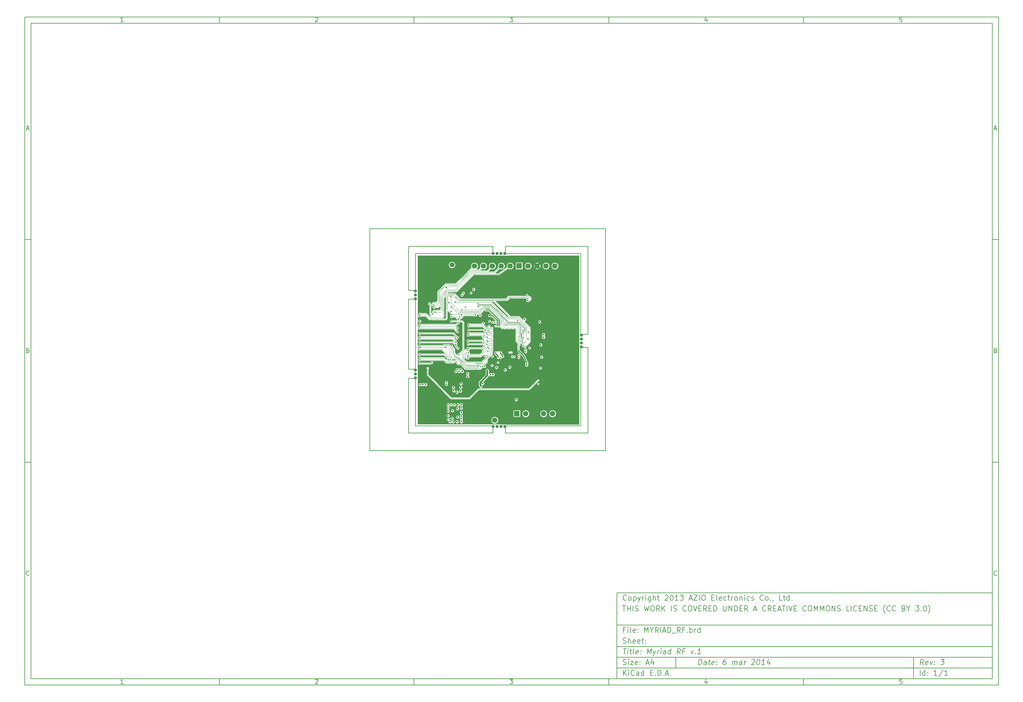
<source format=gbr>
G04 (created by PCBNEW (2013-05-31 BZR 4019)-stable) date 06/03/2014 18:54:47*
%MOIN*%
G04 Gerber Fmt 3.4, Leading zero omitted, Abs format*
%FSLAX34Y34*%
G01*
G70*
G90*
G04 APERTURE LIST*
%ADD10C,0.00590551*%
%ADD11C,0.0077*%
%ADD12C,0.0157*%
%ADD13C,0.0195*%
%ADD14C,0.0354*%
%ADD15C,0.2165*%
%ADD16C,0.051*%
%ADD17C,0.055*%
%ADD18C,0.0597*%
%ADD19R,0.0597X0.0597*%
%ADD20C,0.0432*%
%ADD21C,0.0077*%
%ADD22C,0.0117*%
%ADD23C,0.0196*%
%ADD24C,0.0118*%
%ADD25C,0.0195*%
%ADD26C,0.0039*%
%ADD27C,0.0117*%
G04 APERTURE END LIST*
G54D10*
X4000Y-4000D02*
X112930Y-4000D01*
X112930Y-78680D01*
X4000Y-78680D01*
X4000Y-4000D01*
X4700Y-4700D02*
X112230Y-4700D01*
X112230Y-77980D01*
X4700Y-77980D01*
X4700Y-4700D01*
X25780Y-4000D02*
X25780Y-4700D01*
X15032Y-4552D02*
X14747Y-4552D01*
X14890Y-4552D02*
X14890Y-4052D01*
X14842Y-4123D01*
X14794Y-4171D01*
X14747Y-4195D01*
X25780Y-78680D02*
X25780Y-77980D01*
X15032Y-78532D02*
X14747Y-78532D01*
X14890Y-78532D02*
X14890Y-78032D01*
X14842Y-78103D01*
X14794Y-78151D01*
X14747Y-78175D01*
X47560Y-4000D02*
X47560Y-4700D01*
X36527Y-4100D02*
X36550Y-4076D01*
X36598Y-4052D01*
X36717Y-4052D01*
X36765Y-4076D01*
X36789Y-4100D01*
X36812Y-4147D01*
X36812Y-4195D01*
X36789Y-4266D01*
X36503Y-4552D01*
X36812Y-4552D01*
X47560Y-78680D02*
X47560Y-77980D01*
X36527Y-78080D02*
X36550Y-78056D01*
X36598Y-78032D01*
X36717Y-78032D01*
X36765Y-78056D01*
X36789Y-78080D01*
X36812Y-78127D01*
X36812Y-78175D01*
X36789Y-78246D01*
X36503Y-78532D01*
X36812Y-78532D01*
X69340Y-4000D02*
X69340Y-4700D01*
X58283Y-4052D02*
X58592Y-4052D01*
X58426Y-4242D01*
X58497Y-4242D01*
X58545Y-4266D01*
X58569Y-4290D01*
X58592Y-4338D01*
X58592Y-4457D01*
X58569Y-4504D01*
X58545Y-4528D01*
X58497Y-4552D01*
X58354Y-4552D01*
X58307Y-4528D01*
X58283Y-4504D01*
X69340Y-78680D02*
X69340Y-77980D01*
X58283Y-78032D02*
X58592Y-78032D01*
X58426Y-78222D01*
X58497Y-78222D01*
X58545Y-78246D01*
X58569Y-78270D01*
X58592Y-78318D01*
X58592Y-78437D01*
X58569Y-78484D01*
X58545Y-78508D01*
X58497Y-78532D01*
X58354Y-78532D01*
X58307Y-78508D01*
X58283Y-78484D01*
X91120Y-4000D02*
X91120Y-4700D01*
X80325Y-4219D02*
X80325Y-4552D01*
X80206Y-4028D02*
X80087Y-4385D01*
X80396Y-4385D01*
X91120Y-78680D02*
X91120Y-77980D01*
X80325Y-78199D02*
X80325Y-78532D01*
X80206Y-78008D02*
X80087Y-78365D01*
X80396Y-78365D01*
X102129Y-4052D02*
X101890Y-4052D01*
X101867Y-4290D01*
X101890Y-4266D01*
X101938Y-4242D01*
X102057Y-4242D01*
X102105Y-4266D01*
X102129Y-4290D01*
X102152Y-4338D01*
X102152Y-4457D01*
X102129Y-4504D01*
X102105Y-4528D01*
X102057Y-4552D01*
X101938Y-4552D01*
X101890Y-4528D01*
X101867Y-4504D01*
X102129Y-78032D02*
X101890Y-78032D01*
X101867Y-78270D01*
X101890Y-78246D01*
X101938Y-78222D01*
X102057Y-78222D01*
X102105Y-78246D01*
X102129Y-78270D01*
X102152Y-78318D01*
X102152Y-78437D01*
X102129Y-78484D01*
X102105Y-78508D01*
X102057Y-78532D01*
X101938Y-78532D01*
X101890Y-78508D01*
X101867Y-78484D01*
X4000Y-28890D02*
X4700Y-28890D01*
X4230Y-16509D02*
X4469Y-16509D01*
X4183Y-16652D02*
X4350Y-16152D01*
X4516Y-16652D01*
X112930Y-28890D02*
X112230Y-28890D01*
X112460Y-16509D02*
X112699Y-16509D01*
X112413Y-16652D02*
X112580Y-16152D01*
X112746Y-16652D01*
X4000Y-53780D02*
X4700Y-53780D01*
X4385Y-41280D02*
X4457Y-41304D01*
X4480Y-41328D01*
X4504Y-41375D01*
X4504Y-41447D01*
X4480Y-41494D01*
X4457Y-41518D01*
X4409Y-41542D01*
X4219Y-41542D01*
X4219Y-41042D01*
X4385Y-41042D01*
X4433Y-41066D01*
X4457Y-41090D01*
X4480Y-41137D01*
X4480Y-41185D01*
X4457Y-41232D01*
X4433Y-41256D01*
X4385Y-41280D01*
X4219Y-41280D01*
X112930Y-53780D02*
X112230Y-53780D01*
X112615Y-41280D02*
X112687Y-41304D01*
X112710Y-41328D01*
X112734Y-41375D01*
X112734Y-41447D01*
X112710Y-41494D01*
X112687Y-41518D01*
X112639Y-41542D01*
X112449Y-41542D01*
X112449Y-41042D01*
X112615Y-41042D01*
X112663Y-41066D01*
X112687Y-41090D01*
X112710Y-41137D01*
X112710Y-41185D01*
X112687Y-41232D01*
X112663Y-41256D01*
X112615Y-41280D01*
X112449Y-41280D01*
X4504Y-66384D02*
X4480Y-66408D01*
X4409Y-66432D01*
X4361Y-66432D01*
X4290Y-66408D01*
X4242Y-66360D01*
X4219Y-66313D01*
X4195Y-66218D01*
X4195Y-66146D01*
X4219Y-66051D01*
X4242Y-66003D01*
X4290Y-65956D01*
X4361Y-65932D01*
X4409Y-65932D01*
X4480Y-65956D01*
X4504Y-65980D01*
X112734Y-66384D02*
X112710Y-66408D01*
X112639Y-66432D01*
X112591Y-66432D01*
X112520Y-66408D01*
X112472Y-66360D01*
X112449Y-66313D01*
X112425Y-66218D01*
X112425Y-66146D01*
X112449Y-66051D01*
X112472Y-66003D01*
X112520Y-65956D01*
X112591Y-65932D01*
X112639Y-65932D01*
X112710Y-65956D01*
X112734Y-65980D01*
X79380Y-76422D02*
X79455Y-75822D01*
X79597Y-75822D01*
X79680Y-75851D01*
X79730Y-75908D01*
X79751Y-75965D01*
X79765Y-76080D01*
X79755Y-76165D01*
X79712Y-76280D01*
X79676Y-76337D01*
X79612Y-76394D01*
X79522Y-76422D01*
X79380Y-76422D01*
X80237Y-76422D02*
X80276Y-76108D01*
X80255Y-76051D01*
X80201Y-76022D01*
X80087Y-76022D01*
X80026Y-76051D01*
X80240Y-76394D02*
X80180Y-76422D01*
X80037Y-76422D01*
X79983Y-76394D01*
X79962Y-76337D01*
X79969Y-76280D01*
X80005Y-76222D01*
X80065Y-76194D01*
X80208Y-76194D01*
X80269Y-76165D01*
X80487Y-76022D02*
X80715Y-76022D01*
X80597Y-75822D02*
X80533Y-76337D01*
X80555Y-76394D01*
X80608Y-76422D01*
X80665Y-76422D01*
X81097Y-76394D02*
X81037Y-76422D01*
X80922Y-76422D01*
X80869Y-76394D01*
X80847Y-76337D01*
X80876Y-76108D01*
X80912Y-76051D01*
X80972Y-76022D01*
X81087Y-76022D01*
X81140Y-76051D01*
X81162Y-76108D01*
X81155Y-76165D01*
X80862Y-76222D01*
X81387Y-76365D02*
X81412Y-76394D01*
X81380Y-76422D01*
X81355Y-76394D01*
X81387Y-76365D01*
X81380Y-76422D01*
X81426Y-76051D02*
X81451Y-76080D01*
X81419Y-76108D01*
X81394Y-76080D01*
X81426Y-76051D01*
X81419Y-76108D01*
X82455Y-75822D02*
X82340Y-75822D01*
X82279Y-75851D01*
X82247Y-75880D01*
X82180Y-75965D01*
X82137Y-76080D01*
X82108Y-76308D01*
X82130Y-76365D01*
X82155Y-76394D01*
X82208Y-76422D01*
X82322Y-76422D01*
X82383Y-76394D01*
X82415Y-76365D01*
X82451Y-76308D01*
X82469Y-76165D01*
X82447Y-76108D01*
X82422Y-76080D01*
X82369Y-76051D01*
X82254Y-76051D01*
X82194Y-76080D01*
X82162Y-76108D01*
X82126Y-76165D01*
X83151Y-76422D02*
X83201Y-76022D01*
X83194Y-76080D02*
X83226Y-76051D01*
X83287Y-76022D01*
X83372Y-76022D01*
X83426Y-76051D01*
X83447Y-76108D01*
X83408Y-76422D01*
X83447Y-76108D02*
X83483Y-76051D01*
X83544Y-76022D01*
X83630Y-76022D01*
X83683Y-76051D01*
X83705Y-76108D01*
X83665Y-76422D01*
X84208Y-76422D02*
X84247Y-76108D01*
X84226Y-76051D01*
X84172Y-76022D01*
X84058Y-76022D01*
X83997Y-76051D01*
X84212Y-76394D02*
X84151Y-76422D01*
X84008Y-76422D01*
X83955Y-76394D01*
X83933Y-76337D01*
X83940Y-76280D01*
X83976Y-76222D01*
X84037Y-76194D01*
X84180Y-76194D01*
X84240Y-76165D01*
X84494Y-76422D02*
X84544Y-76022D01*
X84530Y-76137D02*
X84565Y-76080D01*
X84597Y-76051D01*
X84658Y-76022D01*
X84715Y-76022D01*
X85362Y-75880D02*
X85394Y-75851D01*
X85455Y-75822D01*
X85597Y-75822D01*
X85651Y-75851D01*
X85676Y-75880D01*
X85697Y-75937D01*
X85690Y-75994D01*
X85651Y-76080D01*
X85265Y-76422D01*
X85637Y-76422D01*
X86083Y-75822D02*
X86140Y-75822D01*
X86194Y-75851D01*
X86219Y-75880D01*
X86240Y-75937D01*
X86255Y-76051D01*
X86237Y-76194D01*
X86194Y-76308D01*
X86158Y-76365D01*
X86126Y-76394D01*
X86065Y-76422D01*
X86008Y-76422D01*
X85955Y-76394D01*
X85930Y-76365D01*
X85908Y-76308D01*
X85894Y-76194D01*
X85912Y-76051D01*
X85955Y-75937D01*
X85990Y-75880D01*
X86022Y-75851D01*
X86083Y-75822D01*
X86780Y-76422D02*
X86437Y-76422D01*
X86608Y-76422D02*
X86683Y-75822D01*
X86615Y-75908D01*
X86551Y-75965D01*
X86490Y-75994D01*
X87344Y-76022D02*
X87294Y-76422D01*
X87230Y-75794D02*
X87033Y-76222D01*
X87405Y-76222D01*
X70972Y-77622D02*
X70972Y-77022D01*
X71315Y-77622D02*
X71058Y-77280D01*
X71315Y-77022D02*
X70972Y-77365D01*
X71572Y-77622D02*
X71572Y-77222D01*
X71572Y-77022D02*
X71544Y-77051D01*
X71572Y-77080D01*
X71601Y-77051D01*
X71572Y-77022D01*
X71572Y-77080D01*
X72201Y-77565D02*
X72172Y-77594D01*
X72087Y-77622D01*
X72030Y-77622D01*
X71944Y-77594D01*
X71887Y-77537D01*
X71858Y-77480D01*
X71830Y-77365D01*
X71830Y-77280D01*
X71858Y-77165D01*
X71887Y-77108D01*
X71944Y-77051D01*
X72030Y-77022D01*
X72087Y-77022D01*
X72172Y-77051D01*
X72201Y-77080D01*
X72715Y-77622D02*
X72715Y-77308D01*
X72687Y-77251D01*
X72630Y-77222D01*
X72515Y-77222D01*
X72458Y-77251D01*
X72715Y-77594D02*
X72658Y-77622D01*
X72515Y-77622D01*
X72458Y-77594D01*
X72430Y-77537D01*
X72430Y-77480D01*
X72458Y-77422D01*
X72515Y-77394D01*
X72658Y-77394D01*
X72715Y-77365D01*
X73258Y-77622D02*
X73258Y-77022D01*
X73258Y-77594D02*
X73201Y-77622D01*
X73087Y-77622D01*
X73030Y-77594D01*
X73001Y-77565D01*
X72972Y-77508D01*
X72972Y-77337D01*
X73001Y-77280D01*
X73030Y-77251D01*
X73087Y-77222D01*
X73201Y-77222D01*
X73258Y-77251D01*
X74001Y-77308D02*
X74201Y-77308D01*
X74287Y-77622D02*
X74001Y-77622D01*
X74001Y-77022D01*
X74287Y-77022D01*
X74544Y-77565D02*
X74572Y-77594D01*
X74544Y-77622D01*
X74515Y-77594D01*
X74544Y-77565D01*
X74544Y-77622D01*
X74829Y-77622D02*
X74829Y-77022D01*
X74972Y-77022D01*
X75058Y-77051D01*
X75115Y-77108D01*
X75144Y-77165D01*
X75172Y-77280D01*
X75172Y-77365D01*
X75144Y-77480D01*
X75115Y-77537D01*
X75058Y-77594D01*
X74972Y-77622D01*
X74829Y-77622D01*
X75429Y-77565D02*
X75458Y-77594D01*
X75429Y-77622D01*
X75401Y-77594D01*
X75429Y-77565D01*
X75429Y-77622D01*
X75687Y-77451D02*
X75972Y-77451D01*
X75629Y-77622D02*
X75829Y-77022D01*
X76029Y-77622D01*
X76229Y-77565D02*
X76258Y-77594D01*
X76229Y-77622D01*
X76201Y-77594D01*
X76229Y-77565D01*
X76229Y-77622D01*
X104522Y-76422D02*
X104358Y-76137D01*
X104180Y-76422D02*
X104255Y-75822D01*
X104483Y-75822D01*
X104537Y-75851D01*
X104562Y-75880D01*
X104583Y-75937D01*
X104572Y-76022D01*
X104537Y-76080D01*
X104505Y-76108D01*
X104444Y-76137D01*
X104215Y-76137D01*
X105012Y-76394D02*
X104951Y-76422D01*
X104837Y-76422D01*
X104783Y-76394D01*
X104762Y-76337D01*
X104790Y-76108D01*
X104826Y-76051D01*
X104887Y-76022D01*
X105001Y-76022D01*
X105055Y-76051D01*
X105076Y-76108D01*
X105069Y-76165D01*
X104776Y-76222D01*
X105287Y-76022D02*
X105380Y-76422D01*
X105572Y-76022D01*
X105758Y-76365D02*
X105783Y-76394D01*
X105751Y-76422D01*
X105726Y-76394D01*
X105758Y-76365D01*
X105751Y-76422D01*
X105797Y-76051D02*
X105822Y-76080D01*
X105790Y-76108D01*
X105765Y-76080D01*
X105797Y-76051D01*
X105790Y-76108D01*
X106512Y-75822D02*
X106883Y-75822D01*
X106655Y-76051D01*
X106740Y-76051D01*
X106794Y-76080D01*
X106819Y-76108D01*
X106840Y-76165D01*
X106822Y-76308D01*
X106787Y-76365D01*
X106755Y-76394D01*
X106694Y-76422D01*
X106522Y-76422D01*
X106469Y-76394D01*
X106444Y-76365D01*
X70944Y-76394D02*
X71030Y-76422D01*
X71172Y-76422D01*
X71230Y-76394D01*
X71258Y-76365D01*
X71287Y-76308D01*
X71287Y-76251D01*
X71258Y-76194D01*
X71230Y-76165D01*
X71172Y-76137D01*
X71058Y-76108D01*
X71001Y-76080D01*
X70972Y-76051D01*
X70944Y-75994D01*
X70944Y-75937D01*
X70972Y-75880D01*
X71001Y-75851D01*
X71058Y-75822D01*
X71201Y-75822D01*
X71287Y-75851D01*
X71544Y-76422D02*
X71544Y-76022D01*
X71544Y-75822D02*
X71515Y-75851D01*
X71544Y-75880D01*
X71572Y-75851D01*
X71544Y-75822D01*
X71544Y-75880D01*
X71772Y-76022D02*
X72087Y-76022D01*
X71772Y-76422D01*
X72087Y-76422D01*
X72544Y-76394D02*
X72487Y-76422D01*
X72372Y-76422D01*
X72315Y-76394D01*
X72287Y-76337D01*
X72287Y-76108D01*
X72315Y-76051D01*
X72372Y-76022D01*
X72487Y-76022D01*
X72544Y-76051D01*
X72572Y-76108D01*
X72572Y-76165D01*
X72287Y-76222D01*
X72830Y-76365D02*
X72858Y-76394D01*
X72830Y-76422D01*
X72801Y-76394D01*
X72830Y-76365D01*
X72830Y-76422D01*
X72830Y-76051D02*
X72858Y-76080D01*
X72830Y-76108D01*
X72801Y-76080D01*
X72830Y-76051D01*
X72830Y-76108D01*
X73544Y-76251D02*
X73830Y-76251D01*
X73487Y-76422D02*
X73687Y-75822D01*
X73887Y-76422D01*
X74344Y-76022D02*
X74344Y-76422D01*
X74201Y-75794D02*
X74058Y-76222D01*
X74430Y-76222D01*
X104172Y-77622D02*
X104172Y-77022D01*
X104715Y-77622D02*
X104715Y-77022D01*
X104715Y-77594D02*
X104658Y-77622D01*
X104544Y-77622D01*
X104487Y-77594D01*
X104458Y-77565D01*
X104430Y-77508D01*
X104430Y-77337D01*
X104458Y-77280D01*
X104487Y-77251D01*
X104544Y-77222D01*
X104658Y-77222D01*
X104715Y-77251D01*
X105001Y-77565D02*
X105030Y-77594D01*
X105001Y-77622D01*
X104972Y-77594D01*
X105001Y-77565D01*
X105001Y-77622D01*
X105001Y-77251D02*
X105030Y-77280D01*
X105001Y-77308D01*
X104972Y-77280D01*
X105001Y-77251D01*
X105001Y-77308D01*
X106058Y-77622D02*
X105715Y-77622D01*
X105887Y-77622D02*
X105887Y-77022D01*
X105829Y-77108D01*
X105772Y-77165D01*
X105715Y-77194D01*
X106744Y-76994D02*
X106230Y-77765D01*
X107258Y-77622D02*
X106915Y-77622D01*
X107087Y-77622D02*
X107087Y-77022D01*
X107029Y-77108D01*
X106972Y-77165D01*
X106915Y-77194D01*
X70969Y-74622D02*
X71312Y-74622D01*
X71065Y-75222D02*
X71140Y-74622D01*
X71437Y-75222D02*
X71487Y-74822D01*
X71512Y-74622D02*
X71480Y-74651D01*
X71505Y-74680D01*
X71537Y-74651D01*
X71512Y-74622D01*
X71505Y-74680D01*
X71687Y-74822D02*
X71915Y-74822D01*
X71797Y-74622D02*
X71733Y-75137D01*
X71755Y-75194D01*
X71808Y-75222D01*
X71865Y-75222D01*
X72151Y-75222D02*
X72097Y-75194D01*
X72076Y-75137D01*
X72140Y-74622D01*
X72612Y-75194D02*
X72551Y-75222D01*
X72437Y-75222D01*
X72383Y-75194D01*
X72362Y-75137D01*
X72390Y-74908D01*
X72426Y-74851D01*
X72487Y-74822D01*
X72601Y-74822D01*
X72655Y-74851D01*
X72676Y-74908D01*
X72669Y-74965D01*
X72376Y-75022D01*
X72901Y-75165D02*
X72926Y-75194D01*
X72894Y-75222D01*
X72869Y-75194D01*
X72901Y-75165D01*
X72894Y-75222D01*
X72940Y-74851D02*
X72965Y-74880D01*
X72933Y-74908D01*
X72908Y-74880D01*
X72940Y-74851D01*
X72933Y-74908D01*
X73637Y-75222D02*
X73712Y-74622D01*
X73858Y-75051D01*
X74112Y-74622D01*
X74037Y-75222D01*
X74315Y-74822D02*
X74408Y-75222D01*
X74601Y-74822D02*
X74408Y-75222D01*
X74333Y-75365D01*
X74301Y-75394D01*
X74240Y-75422D01*
X74780Y-75222D02*
X74830Y-74822D01*
X74815Y-74937D02*
X74851Y-74880D01*
X74883Y-74851D01*
X74944Y-74822D01*
X75001Y-74822D01*
X75151Y-75222D02*
X75201Y-74822D01*
X75226Y-74622D02*
X75194Y-74651D01*
X75219Y-74680D01*
X75251Y-74651D01*
X75226Y-74622D01*
X75219Y-74680D01*
X75694Y-75222D02*
X75733Y-74908D01*
X75712Y-74851D01*
X75658Y-74822D01*
X75544Y-74822D01*
X75483Y-74851D01*
X75697Y-75194D02*
X75637Y-75222D01*
X75494Y-75222D01*
X75440Y-75194D01*
X75419Y-75137D01*
X75426Y-75080D01*
X75462Y-75022D01*
X75522Y-74994D01*
X75665Y-74994D01*
X75726Y-74965D01*
X76237Y-75222D02*
X76312Y-74622D01*
X76240Y-75194D02*
X76180Y-75222D01*
X76065Y-75222D01*
X76012Y-75194D01*
X75987Y-75165D01*
X75965Y-75108D01*
X75987Y-74937D01*
X76022Y-74880D01*
X76055Y-74851D01*
X76115Y-74822D01*
X76230Y-74822D01*
X76283Y-74851D01*
X77322Y-75222D02*
X77158Y-74937D01*
X76980Y-75222D02*
X77055Y-74622D01*
X77283Y-74622D01*
X77337Y-74651D01*
X77362Y-74680D01*
X77383Y-74737D01*
X77372Y-74822D01*
X77337Y-74880D01*
X77305Y-74908D01*
X77244Y-74937D01*
X77015Y-74937D01*
X77819Y-74908D02*
X77619Y-74908D01*
X77580Y-75222D02*
X77655Y-74622D01*
X77940Y-74622D01*
X78544Y-74822D02*
X78637Y-75222D01*
X78830Y-74822D01*
X79015Y-75165D02*
X79040Y-75194D01*
X79008Y-75222D01*
X78983Y-75194D01*
X79015Y-75165D01*
X79008Y-75222D01*
X79608Y-75222D02*
X79265Y-75222D01*
X79437Y-75222D02*
X79512Y-74622D01*
X79444Y-74708D01*
X79380Y-74765D01*
X79319Y-74794D01*
X71172Y-72508D02*
X70972Y-72508D01*
X70972Y-72822D02*
X70972Y-72222D01*
X71258Y-72222D01*
X71487Y-72822D02*
X71487Y-72422D01*
X71487Y-72222D02*
X71458Y-72251D01*
X71487Y-72280D01*
X71515Y-72251D01*
X71487Y-72222D01*
X71487Y-72280D01*
X71858Y-72822D02*
X71801Y-72794D01*
X71772Y-72737D01*
X71772Y-72222D01*
X72315Y-72794D02*
X72258Y-72822D01*
X72144Y-72822D01*
X72087Y-72794D01*
X72058Y-72737D01*
X72058Y-72508D01*
X72087Y-72451D01*
X72144Y-72422D01*
X72258Y-72422D01*
X72315Y-72451D01*
X72344Y-72508D01*
X72344Y-72565D01*
X72058Y-72622D01*
X72601Y-72765D02*
X72630Y-72794D01*
X72601Y-72822D01*
X72572Y-72794D01*
X72601Y-72765D01*
X72601Y-72822D01*
X72601Y-72451D02*
X72630Y-72480D01*
X72601Y-72508D01*
X72572Y-72480D01*
X72601Y-72451D01*
X72601Y-72508D01*
X73344Y-72822D02*
X73344Y-72222D01*
X73544Y-72651D01*
X73744Y-72222D01*
X73744Y-72822D01*
X74144Y-72537D02*
X74144Y-72822D01*
X73944Y-72222D02*
X74144Y-72537D01*
X74344Y-72222D01*
X74887Y-72822D02*
X74687Y-72537D01*
X74544Y-72822D02*
X74544Y-72222D01*
X74772Y-72222D01*
X74830Y-72251D01*
X74858Y-72280D01*
X74887Y-72337D01*
X74887Y-72422D01*
X74858Y-72480D01*
X74830Y-72508D01*
X74772Y-72537D01*
X74544Y-72537D01*
X75144Y-72822D02*
X75144Y-72222D01*
X75401Y-72651D02*
X75687Y-72651D01*
X75344Y-72822D02*
X75544Y-72222D01*
X75744Y-72822D01*
X75944Y-72822D02*
X75944Y-72222D01*
X76087Y-72222D01*
X76172Y-72251D01*
X76230Y-72308D01*
X76258Y-72365D01*
X76287Y-72480D01*
X76287Y-72565D01*
X76258Y-72680D01*
X76230Y-72737D01*
X76172Y-72794D01*
X76087Y-72822D01*
X75944Y-72822D01*
X76401Y-72880D02*
X76858Y-72880D01*
X77344Y-72822D02*
X77144Y-72537D01*
X77001Y-72822D02*
X77001Y-72222D01*
X77230Y-72222D01*
X77287Y-72251D01*
X77315Y-72280D01*
X77344Y-72337D01*
X77344Y-72422D01*
X77315Y-72480D01*
X77287Y-72508D01*
X77230Y-72537D01*
X77001Y-72537D01*
X77801Y-72508D02*
X77601Y-72508D01*
X77601Y-72822D02*
X77601Y-72222D01*
X77887Y-72222D01*
X78115Y-72765D02*
X78144Y-72794D01*
X78115Y-72822D01*
X78087Y-72794D01*
X78115Y-72765D01*
X78115Y-72822D01*
X78401Y-72822D02*
X78401Y-72222D01*
X78401Y-72451D02*
X78458Y-72422D01*
X78572Y-72422D01*
X78630Y-72451D01*
X78658Y-72480D01*
X78687Y-72537D01*
X78687Y-72708D01*
X78658Y-72765D01*
X78630Y-72794D01*
X78572Y-72822D01*
X78458Y-72822D01*
X78401Y-72794D01*
X78944Y-72822D02*
X78944Y-72422D01*
X78944Y-72537D02*
X78972Y-72480D01*
X79001Y-72451D01*
X79058Y-72422D01*
X79115Y-72422D01*
X79572Y-72822D02*
X79572Y-72222D01*
X79572Y-72794D02*
X79515Y-72822D01*
X79401Y-72822D01*
X79344Y-72794D01*
X79315Y-72765D01*
X79287Y-72708D01*
X79287Y-72537D01*
X79315Y-72480D01*
X79344Y-72451D01*
X79401Y-72422D01*
X79515Y-72422D01*
X79572Y-72451D01*
X70944Y-73994D02*
X71030Y-74022D01*
X71172Y-74022D01*
X71230Y-73994D01*
X71258Y-73965D01*
X71287Y-73908D01*
X71287Y-73851D01*
X71258Y-73794D01*
X71230Y-73765D01*
X71172Y-73737D01*
X71058Y-73708D01*
X71001Y-73680D01*
X70972Y-73651D01*
X70944Y-73594D01*
X70944Y-73537D01*
X70972Y-73480D01*
X71001Y-73451D01*
X71058Y-73422D01*
X71201Y-73422D01*
X71287Y-73451D01*
X71544Y-74022D02*
X71544Y-73422D01*
X71801Y-74022D02*
X71801Y-73708D01*
X71772Y-73651D01*
X71715Y-73622D01*
X71630Y-73622D01*
X71572Y-73651D01*
X71544Y-73680D01*
X72315Y-73994D02*
X72258Y-74022D01*
X72144Y-74022D01*
X72087Y-73994D01*
X72058Y-73937D01*
X72058Y-73708D01*
X72087Y-73651D01*
X72144Y-73622D01*
X72258Y-73622D01*
X72315Y-73651D01*
X72344Y-73708D01*
X72344Y-73765D01*
X72058Y-73822D01*
X72830Y-73994D02*
X72772Y-74022D01*
X72658Y-74022D01*
X72601Y-73994D01*
X72572Y-73937D01*
X72572Y-73708D01*
X72601Y-73651D01*
X72658Y-73622D01*
X72772Y-73622D01*
X72830Y-73651D01*
X72858Y-73708D01*
X72858Y-73765D01*
X72572Y-73822D01*
X73030Y-73622D02*
X73258Y-73622D01*
X73115Y-73422D02*
X73115Y-73937D01*
X73144Y-73994D01*
X73201Y-74022D01*
X73258Y-74022D01*
X73458Y-73965D02*
X73487Y-73994D01*
X73458Y-74022D01*
X73430Y-73994D01*
X73458Y-73965D01*
X73458Y-74022D01*
X73458Y-73651D02*
X73487Y-73680D01*
X73458Y-73708D01*
X73430Y-73680D01*
X73458Y-73651D01*
X73458Y-73708D01*
X70887Y-69822D02*
X71230Y-69822D01*
X71058Y-70422D02*
X71058Y-69822D01*
X71430Y-70422D02*
X71430Y-69822D01*
X71430Y-70108D02*
X71772Y-70108D01*
X71772Y-70422D02*
X71772Y-69822D01*
X72058Y-70422D02*
X72058Y-69822D01*
X72315Y-70394D02*
X72401Y-70422D01*
X72544Y-70422D01*
X72601Y-70394D01*
X72629Y-70365D01*
X72658Y-70308D01*
X72658Y-70251D01*
X72629Y-70194D01*
X72601Y-70165D01*
X72544Y-70137D01*
X72429Y-70108D01*
X72372Y-70080D01*
X72344Y-70051D01*
X72315Y-69994D01*
X72315Y-69937D01*
X72344Y-69880D01*
X72372Y-69851D01*
X72429Y-69822D01*
X72572Y-69822D01*
X72658Y-69851D01*
X73315Y-69822D02*
X73458Y-70422D01*
X73572Y-69994D01*
X73687Y-70422D01*
X73830Y-69822D01*
X74172Y-69822D02*
X74287Y-69822D01*
X74344Y-69851D01*
X74401Y-69908D01*
X74430Y-70022D01*
X74430Y-70222D01*
X74401Y-70337D01*
X74344Y-70394D01*
X74287Y-70422D01*
X74172Y-70422D01*
X74115Y-70394D01*
X74058Y-70337D01*
X74030Y-70222D01*
X74030Y-70022D01*
X74058Y-69908D01*
X74115Y-69851D01*
X74172Y-69822D01*
X75029Y-70422D02*
X74829Y-70137D01*
X74687Y-70422D02*
X74687Y-69822D01*
X74915Y-69822D01*
X74972Y-69851D01*
X75001Y-69880D01*
X75029Y-69937D01*
X75029Y-70022D01*
X75001Y-70080D01*
X74972Y-70108D01*
X74915Y-70137D01*
X74687Y-70137D01*
X75287Y-70422D02*
X75287Y-69822D01*
X75629Y-70422D02*
X75372Y-70080D01*
X75629Y-69822D02*
X75287Y-70165D01*
X76344Y-70422D02*
X76344Y-69822D01*
X76601Y-70394D02*
X76687Y-70422D01*
X76829Y-70422D01*
X76887Y-70394D01*
X76915Y-70365D01*
X76944Y-70308D01*
X76944Y-70251D01*
X76915Y-70194D01*
X76887Y-70165D01*
X76829Y-70137D01*
X76715Y-70108D01*
X76658Y-70080D01*
X76629Y-70051D01*
X76601Y-69994D01*
X76601Y-69937D01*
X76629Y-69880D01*
X76658Y-69851D01*
X76715Y-69822D01*
X76858Y-69822D01*
X76944Y-69851D01*
X78001Y-70365D02*
X77972Y-70394D01*
X77887Y-70422D01*
X77830Y-70422D01*
X77744Y-70394D01*
X77687Y-70337D01*
X77658Y-70280D01*
X77630Y-70165D01*
X77630Y-70080D01*
X77658Y-69965D01*
X77687Y-69908D01*
X77744Y-69851D01*
X77830Y-69822D01*
X77887Y-69822D01*
X77972Y-69851D01*
X78001Y-69880D01*
X78372Y-69822D02*
X78487Y-69822D01*
X78544Y-69851D01*
X78601Y-69908D01*
X78630Y-70022D01*
X78630Y-70222D01*
X78601Y-70337D01*
X78544Y-70394D01*
X78487Y-70422D01*
X78372Y-70422D01*
X78315Y-70394D01*
X78258Y-70337D01*
X78230Y-70222D01*
X78230Y-70022D01*
X78258Y-69908D01*
X78315Y-69851D01*
X78372Y-69822D01*
X78801Y-69822D02*
X79001Y-70422D01*
X79201Y-69822D01*
X79401Y-70108D02*
X79601Y-70108D01*
X79687Y-70422D02*
X79401Y-70422D01*
X79401Y-69822D01*
X79687Y-69822D01*
X80287Y-70422D02*
X80087Y-70137D01*
X79944Y-70422D02*
X79944Y-69822D01*
X80172Y-69822D01*
X80229Y-69851D01*
X80258Y-69880D01*
X80287Y-69937D01*
X80287Y-70022D01*
X80258Y-70080D01*
X80229Y-70108D01*
X80172Y-70137D01*
X79944Y-70137D01*
X80544Y-70108D02*
X80744Y-70108D01*
X80829Y-70422D02*
X80544Y-70422D01*
X80544Y-69822D01*
X80829Y-69822D01*
X81087Y-70422D02*
X81087Y-69822D01*
X81229Y-69822D01*
X81315Y-69851D01*
X81372Y-69908D01*
X81401Y-69965D01*
X81429Y-70080D01*
X81429Y-70165D01*
X81401Y-70280D01*
X81372Y-70337D01*
X81315Y-70394D01*
X81229Y-70422D01*
X81087Y-70422D01*
X82144Y-69822D02*
X82144Y-70308D01*
X82172Y-70365D01*
X82201Y-70394D01*
X82258Y-70422D01*
X82372Y-70422D01*
X82429Y-70394D01*
X82458Y-70365D01*
X82487Y-70308D01*
X82487Y-69822D01*
X82772Y-70422D02*
X82772Y-69822D01*
X83115Y-70422D01*
X83115Y-69822D01*
X83401Y-70422D02*
X83401Y-69822D01*
X83544Y-69822D01*
X83629Y-69851D01*
X83687Y-69908D01*
X83715Y-69965D01*
X83744Y-70080D01*
X83744Y-70165D01*
X83715Y-70280D01*
X83687Y-70337D01*
X83629Y-70394D01*
X83544Y-70422D01*
X83401Y-70422D01*
X84001Y-70108D02*
X84201Y-70108D01*
X84287Y-70422D02*
X84001Y-70422D01*
X84001Y-69822D01*
X84287Y-69822D01*
X84887Y-70422D02*
X84687Y-70137D01*
X84544Y-70422D02*
X84544Y-69822D01*
X84772Y-69822D01*
X84829Y-69851D01*
X84858Y-69880D01*
X84887Y-69937D01*
X84887Y-70022D01*
X84858Y-70080D01*
X84829Y-70108D01*
X84772Y-70137D01*
X84544Y-70137D01*
X85572Y-70251D02*
X85858Y-70251D01*
X85515Y-70422D02*
X85715Y-69822D01*
X85915Y-70422D01*
X86915Y-70365D02*
X86887Y-70394D01*
X86801Y-70422D01*
X86744Y-70422D01*
X86658Y-70394D01*
X86601Y-70337D01*
X86572Y-70280D01*
X86544Y-70165D01*
X86544Y-70080D01*
X86572Y-69965D01*
X86601Y-69908D01*
X86658Y-69851D01*
X86744Y-69822D01*
X86801Y-69822D01*
X86887Y-69851D01*
X86915Y-69880D01*
X87515Y-70422D02*
X87315Y-70137D01*
X87172Y-70422D02*
X87172Y-69822D01*
X87401Y-69822D01*
X87458Y-69851D01*
X87487Y-69880D01*
X87515Y-69937D01*
X87515Y-70022D01*
X87487Y-70080D01*
X87458Y-70108D01*
X87401Y-70137D01*
X87172Y-70137D01*
X87772Y-70108D02*
X87972Y-70108D01*
X88058Y-70422D02*
X87772Y-70422D01*
X87772Y-69822D01*
X88058Y-69822D01*
X88287Y-70251D02*
X88572Y-70251D01*
X88229Y-70422D02*
X88429Y-69822D01*
X88629Y-70422D01*
X88744Y-69822D02*
X89087Y-69822D01*
X88915Y-70422D02*
X88915Y-69822D01*
X89287Y-70422D02*
X89287Y-69822D01*
X89487Y-69822D02*
X89687Y-70422D01*
X89887Y-69822D01*
X90087Y-70108D02*
X90287Y-70108D01*
X90372Y-70422D02*
X90087Y-70422D01*
X90087Y-69822D01*
X90372Y-69822D01*
X91429Y-70365D02*
X91401Y-70394D01*
X91315Y-70422D01*
X91258Y-70422D01*
X91172Y-70394D01*
X91115Y-70337D01*
X91087Y-70280D01*
X91058Y-70165D01*
X91058Y-70080D01*
X91087Y-69965D01*
X91115Y-69908D01*
X91172Y-69851D01*
X91258Y-69822D01*
X91315Y-69822D01*
X91401Y-69851D01*
X91429Y-69880D01*
X91801Y-69822D02*
X91915Y-69822D01*
X91972Y-69851D01*
X92029Y-69908D01*
X92058Y-70022D01*
X92058Y-70222D01*
X92029Y-70337D01*
X91972Y-70394D01*
X91915Y-70422D01*
X91801Y-70422D01*
X91744Y-70394D01*
X91687Y-70337D01*
X91658Y-70222D01*
X91658Y-70022D01*
X91687Y-69908D01*
X91744Y-69851D01*
X91801Y-69822D01*
X92315Y-70422D02*
X92315Y-69822D01*
X92515Y-70251D01*
X92715Y-69822D01*
X92715Y-70422D01*
X93001Y-70422D02*
X93001Y-69822D01*
X93201Y-70251D01*
X93401Y-69822D01*
X93401Y-70422D01*
X93801Y-69822D02*
X93915Y-69822D01*
X93972Y-69851D01*
X94029Y-69908D01*
X94058Y-70022D01*
X94058Y-70222D01*
X94029Y-70337D01*
X93972Y-70394D01*
X93915Y-70422D01*
X93801Y-70422D01*
X93744Y-70394D01*
X93687Y-70337D01*
X93658Y-70222D01*
X93658Y-70022D01*
X93687Y-69908D01*
X93744Y-69851D01*
X93801Y-69822D01*
X94315Y-70422D02*
X94315Y-69822D01*
X94658Y-70422D01*
X94658Y-69822D01*
X94915Y-70394D02*
X95001Y-70422D01*
X95144Y-70422D01*
X95201Y-70394D01*
X95229Y-70365D01*
X95258Y-70308D01*
X95258Y-70251D01*
X95229Y-70194D01*
X95201Y-70165D01*
X95144Y-70137D01*
X95029Y-70108D01*
X94972Y-70080D01*
X94944Y-70051D01*
X94915Y-69994D01*
X94915Y-69937D01*
X94944Y-69880D01*
X94972Y-69851D01*
X95029Y-69822D01*
X95172Y-69822D01*
X95258Y-69851D01*
X96258Y-70422D02*
X95972Y-70422D01*
X95972Y-69822D01*
X96458Y-70422D02*
X96458Y-69822D01*
X97087Y-70365D02*
X97058Y-70394D01*
X96972Y-70422D01*
X96915Y-70422D01*
X96829Y-70394D01*
X96772Y-70337D01*
X96744Y-70280D01*
X96715Y-70165D01*
X96715Y-70080D01*
X96744Y-69965D01*
X96772Y-69908D01*
X96829Y-69851D01*
X96915Y-69822D01*
X96972Y-69822D01*
X97058Y-69851D01*
X97087Y-69880D01*
X97344Y-70108D02*
X97544Y-70108D01*
X97629Y-70422D02*
X97344Y-70422D01*
X97344Y-69822D01*
X97629Y-69822D01*
X97887Y-70422D02*
X97887Y-69822D01*
X98229Y-70422D01*
X98229Y-69822D01*
X98487Y-70394D02*
X98572Y-70422D01*
X98715Y-70422D01*
X98772Y-70394D01*
X98801Y-70365D01*
X98829Y-70308D01*
X98829Y-70251D01*
X98801Y-70194D01*
X98772Y-70165D01*
X98715Y-70137D01*
X98601Y-70108D01*
X98544Y-70080D01*
X98515Y-70051D01*
X98487Y-69994D01*
X98487Y-69937D01*
X98515Y-69880D01*
X98544Y-69851D01*
X98601Y-69822D01*
X98744Y-69822D01*
X98829Y-69851D01*
X99087Y-70108D02*
X99287Y-70108D01*
X99372Y-70422D02*
X99087Y-70422D01*
X99087Y-69822D01*
X99372Y-69822D01*
X100258Y-70651D02*
X100229Y-70622D01*
X100172Y-70537D01*
X100144Y-70480D01*
X100115Y-70394D01*
X100087Y-70251D01*
X100087Y-70137D01*
X100115Y-69994D01*
X100144Y-69908D01*
X100172Y-69851D01*
X100229Y-69765D01*
X100258Y-69737D01*
X100829Y-70365D02*
X100801Y-70394D01*
X100715Y-70422D01*
X100658Y-70422D01*
X100572Y-70394D01*
X100515Y-70337D01*
X100487Y-70280D01*
X100458Y-70165D01*
X100458Y-70080D01*
X100487Y-69965D01*
X100515Y-69908D01*
X100572Y-69851D01*
X100658Y-69822D01*
X100715Y-69822D01*
X100801Y-69851D01*
X100829Y-69880D01*
X101429Y-70365D02*
X101401Y-70394D01*
X101315Y-70422D01*
X101258Y-70422D01*
X101172Y-70394D01*
X101115Y-70337D01*
X101087Y-70280D01*
X101058Y-70165D01*
X101058Y-70080D01*
X101087Y-69965D01*
X101115Y-69908D01*
X101172Y-69851D01*
X101258Y-69822D01*
X101315Y-69822D01*
X101401Y-69851D01*
X101429Y-69880D01*
X102344Y-70108D02*
X102429Y-70137D01*
X102458Y-70165D01*
X102487Y-70222D01*
X102487Y-70308D01*
X102458Y-70365D01*
X102429Y-70394D01*
X102372Y-70422D01*
X102144Y-70422D01*
X102144Y-69822D01*
X102344Y-69822D01*
X102401Y-69851D01*
X102429Y-69880D01*
X102458Y-69937D01*
X102458Y-69994D01*
X102429Y-70051D01*
X102401Y-70080D01*
X102344Y-70108D01*
X102144Y-70108D01*
X102858Y-70137D02*
X102858Y-70422D01*
X102658Y-69822D02*
X102858Y-70137D01*
X103058Y-69822D01*
X103658Y-69822D02*
X104029Y-69822D01*
X103829Y-70051D01*
X103915Y-70051D01*
X103972Y-70080D01*
X104001Y-70108D01*
X104029Y-70165D01*
X104029Y-70308D01*
X104001Y-70365D01*
X103972Y-70394D01*
X103915Y-70422D01*
X103744Y-70422D01*
X103687Y-70394D01*
X103658Y-70365D01*
X104287Y-70365D02*
X104315Y-70394D01*
X104287Y-70422D01*
X104258Y-70394D01*
X104287Y-70365D01*
X104287Y-70422D01*
X104687Y-69822D02*
X104744Y-69822D01*
X104801Y-69851D01*
X104829Y-69880D01*
X104858Y-69937D01*
X104887Y-70051D01*
X104887Y-70194D01*
X104858Y-70308D01*
X104829Y-70365D01*
X104801Y-70394D01*
X104744Y-70422D01*
X104687Y-70422D01*
X104629Y-70394D01*
X104601Y-70365D01*
X104572Y-70308D01*
X104544Y-70194D01*
X104544Y-70051D01*
X104572Y-69937D01*
X104601Y-69880D01*
X104629Y-69851D01*
X104687Y-69822D01*
X105087Y-70651D02*
X105115Y-70622D01*
X105172Y-70537D01*
X105201Y-70480D01*
X105229Y-70394D01*
X105258Y-70251D01*
X105258Y-70137D01*
X105229Y-69994D01*
X105201Y-69908D01*
X105172Y-69851D01*
X105115Y-69765D01*
X105087Y-69737D01*
X71315Y-69165D02*
X71287Y-69194D01*
X71201Y-69222D01*
X71144Y-69222D01*
X71058Y-69194D01*
X71001Y-69137D01*
X70972Y-69080D01*
X70944Y-68965D01*
X70944Y-68880D01*
X70972Y-68765D01*
X71001Y-68708D01*
X71058Y-68651D01*
X71144Y-68622D01*
X71201Y-68622D01*
X71287Y-68651D01*
X71315Y-68680D01*
X71658Y-69222D02*
X71601Y-69194D01*
X71572Y-69165D01*
X71544Y-69108D01*
X71544Y-68937D01*
X71572Y-68880D01*
X71601Y-68851D01*
X71658Y-68822D01*
X71744Y-68822D01*
X71801Y-68851D01*
X71830Y-68880D01*
X71858Y-68937D01*
X71858Y-69108D01*
X71830Y-69165D01*
X71801Y-69194D01*
X71744Y-69222D01*
X71658Y-69222D01*
X72115Y-68822D02*
X72115Y-69422D01*
X72115Y-68851D02*
X72172Y-68822D01*
X72287Y-68822D01*
X72344Y-68851D01*
X72372Y-68880D01*
X72401Y-68937D01*
X72401Y-69108D01*
X72372Y-69165D01*
X72344Y-69194D01*
X72287Y-69222D01*
X72172Y-69222D01*
X72115Y-69194D01*
X72601Y-68822D02*
X72744Y-69222D01*
X72887Y-68822D02*
X72744Y-69222D01*
X72687Y-69365D01*
X72658Y-69394D01*
X72601Y-69422D01*
X73115Y-69222D02*
X73115Y-68822D01*
X73115Y-68937D02*
X73144Y-68880D01*
X73172Y-68851D01*
X73230Y-68822D01*
X73287Y-68822D01*
X73487Y-69222D02*
X73487Y-68822D01*
X73487Y-68622D02*
X73458Y-68651D01*
X73487Y-68680D01*
X73515Y-68651D01*
X73487Y-68622D01*
X73487Y-68680D01*
X74030Y-68822D02*
X74030Y-69308D01*
X74001Y-69365D01*
X73972Y-69394D01*
X73915Y-69422D01*
X73830Y-69422D01*
X73772Y-69394D01*
X74030Y-69194D02*
X73972Y-69222D01*
X73858Y-69222D01*
X73801Y-69194D01*
X73772Y-69165D01*
X73744Y-69108D01*
X73744Y-68937D01*
X73772Y-68880D01*
X73801Y-68851D01*
X73858Y-68822D01*
X73972Y-68822D01*
X74030Y-68851D01*
X74315Y-69222D02*
X74315Y-68622D01*
X74572Y-69222D02*
X74572Y-68908D01*
X74544Y-68851D01*
X74487Y-68822D01*
X74401Y-68822D01*
X74344Y-68851D01*
X74315Y-68880D01*
X74772Y-68822D02*
X75001Y-68822D01*
X74858Y-68622D02*
X74858Y-69137D01*
X74887Y-69194D01*
X74944Y-69222D01*
X75001Y-69222D01*
X75630Y-68680D02*
X75658Y-68651D01*
X75715Y-68622D01*
X75858Y-68622D01*
X75915Y-68651D01*
X75944Y-68680D01*
X75972Y-68737D01*
X75972Y-68794D01*
X75944Y-68880D01*
X75601Y-69222D01*
X75972Y-69222D01*
X76344Y-68622D02*
X76401Y-68622D01*
X76458Y-68651D01*
X76487Y-68680D01*
X76515Y-68737D01*
X76544Y-68851D01*
X76544Y-68994D01*
X76515Y-69108D01*
X76487Y-69165D01*
X76458Y-69194D01*
X76401Y-69222D01*
X76344Y-69222D01*
X76287Y-69194D01*
X76258Y-69165D01*
X76230Y-69108D01*
X76201Y-68994D01*
X76201Y-68851D01*
X76230Y-68737D01*
X76258Y-68680D01*
X76287Y-68651D01*
X76344Y-68622D01*
X77115Y-69222D02*
X76772Y-69222D01*
X76944Y-69222D02*
X76944Y-68622D01*
X76887Y-68708D01*
X76830Y-68765D01*
X76772Y-68794D01*
X77315Y-68622D02*
X77687Y-68622D01*
X77487Y-68851D01*
X77572Y-68851D01*
X77630Y-68880D01*
X77658Y-68908D01*
X77687Y-68965D01*
X77687Y-69108D01*
X77658Y-69165D01*
X77630Y-69194D01*
X77572Y-69222D01*
X77401Y-69222D01*
X77344Y-69194D01*
X77315Y-69165D01*
X78372Y-69051D02*
X78658Y-69051D01*
X78315Y-69222D02*
X78515Y-68622D01*
X78715Y-69222D01*
X78858Y-68622D02*
X79258Y-68622D01*
X78858Y-69222D01*
X79258Y-69222D01*
X79487Y-69222D02*
X79487Y-68622D01*
X79887Y-68622D02*
X80001Y-68622D01*
X80058Y-68651D01*
X80115Y-68708D01*
X80144Y-68822D01*
X80144Y-69022D01*
X80115Y-69137D01*
X80058Y-69194D01*
X80001Y-69222D01*
X79887Y-69222D01*
X79830Y-69194D01*
X79772Y-69137D01*
X79744Y-69022D01*
X79744Y-68822D01*
X79772Y-68708D01*
X79830Y-68651D01*
X79887Y-68622D01*
X80858Y-68908D02*
X81058Y-68908D01*
X81144Y-69222D02*
X80858Y-69222D01*
X80858Y-68622D01*
X81144Y-68622D01*
X81487Y-69222D02*
X81430Y-69194D01*
X81401Y-69137D01*
X81401Y-68622D01*
X81944Y-69194D02*
X81887Y-69222D01*
X81772Y-69222D01*
X81715Y-69194D01*
X81687Y-69137D01*
X81687Y-68908D01*
X81715Y-68851D01*
X81772Y-68822D01*
X81887Y-68822D01*
X81944Y-68851D01*
X81972Y-68908D01*
X81972Y-68965D01*
X81687Y-69022D01*
X82487Y-69194D02*
X82430Y-69222D01*
X82315Y-69222D01*
X82258Y-69194D01*
X82230Y-69165D01*
X82201Y-69108D01*
X82201Y-68937D01*
X82230Y-68880D01*
X82258Y-68851D01*
X82315Y-68822D01*
X82430Y-68822D01*
X82487Y-68851D01*
X82658Y-68822D02*
X82887Y-68822D01*
X82744Y-68622D02*
X82744Y-69137D01*
X82772Y-69194D01*
X82830Y-69222D01*
X82887Y-69222D01*
X83087Y-69222D02*
X83087Y-68822D01*
X83087Y-68937D02*
X83115Y-68880D01*
X83144Y-68851D01*
X83201Y-68822D01*
X83258Y-68822D01*
X83544Y-69222D02*
X83487Y-69194D01*
X83458Y-69165D01*
X83430Y-69108D01*
X83430Y-68937D01*
X83458Y-68880D01*
X83487Y-68851D01*
X83544Y-68822D01*
X83630Y-68822D01*
X83687Y-68851D01*
X83715Y-68880D01*
X83744Y-68937D01*
X83744Y-69108D01*
X83715Y-69165D01*
X83687Y-69194D01*
X83630Y-69222D01*
X83544Y-69222D01*
X84001Y-68822D02*
X84001Y-69222D01*
X84001Y-68880D02*
X84030Y-68851D01*
X84087Y-68822D01*
X84172Y-68822D01*
X84230Y-68851D01*
X84258Y-68908D01*
X84258Y-69222D01*
X84544Y-69222D02*
X84544Y-68822D01*
X84544Y-68622D02*
X84515Y-68651D01*
X84544Y-68680D01*
X84572Y-68651D01*
X84544Y-68622D01*
X84544Y-68680D01*
X85087Y-69194D02*
X85030Y-69222D01*
X84915Y-69222D01*
X84858Y-69194D01*
X84830Y-69165D01*
X84801Y-69108D01*
X84801Y-68937D01*
X84830Y-68880D01*
X84858Y-68851D01*
X84915Y-68822D01*
X85030Y-68822D01*
X85087Y-68851D01*
X85315Y-69194D02*
X85372Y-69222D01*
X85487Y-69222D01*
X85544Y-69194D01*
X85572Y-69137D01*
X85572Y-69108D01*
X85544Y-69051D01*
X85487Y-69022D01*
X85401Y-69022D01*
X85344Y-68994D01*
X85315Y-68937D01*
X85315Y-68908D01*
X85344Y-68851D01*
X85401Y-68822D01*
X85487Y-68822D01*
X85544Y-68851D01*
X86630Y-69165D02*
X86601Y-69194D01*
X86515Y-69222D01*
X86458Y-69222D01*
X86372Y-69194D01*
X86315Y-69137D01*
X86287Y-69080D01*
X86258Y-68965D01*
X86258Y-68880D01*
X86287Y-68765D01*
X86315Y-68708D01*
X86372Y-68651D01*
X86458Y-68622D01*
X86515Y-68622D01*
X86601Y-68651D01*
X86630Y-68680D01*
X86972Y-69222D02*
X86915Y-69194D01*
X86887Y-69165D01*
X86858Y-69108D01*
X86858Y-68937D01*
X86887Y-68880D01*
X86915Y-68851D01*
X86972Y-68822D01*
X87058Y-68822D01*
X87115Y-68851D01*
X87144Y-68880D01*
X87172Y-68937D01*
X87172Y-69108D01*
X87144Y-69165D01*
X87115Y-69194D01*
X87058Y-69222D01*
X86972Y-69222D01*
X87430Y-69165D02*
X87458Y-69194D01*
X87430Y-69222D01*
X87401Y-69194D01*
X87430Y-69165D01*
X87430Y-69222D01*
X87744Y-69194D02*
X87744Y-69222D01*
X87715Y-69280D01*
X87687Y-69308D01*
X88744Y-69222D02*
X88458Y-69222D01*
X88458Y-68622D01*
X88858Y-68822D02*
X89087Y-68822D01*
X88944Y-68622D02*
X88944Y-69137D01*
X88972Y-69194D01*
X89030Y-69222D01*
X89087Y-69222D01*
X89544Y-69222D02*
X89544Y-68622D01*
X89544Y-69194D02*
X89487Y-69222D01*
X89372Y-69222D01*
X89315Y-69194D01*
X89287Y-69165D01*
X89258Y-69108D01*
X89258Y-68937D01*
X89287Y-68880D01*
X89315Y-68851D01*
X89372Y-68822D01*
X89487Y-68822D01*
X89544Y-68851D01*
X89830Y-69165D02*
X89858Y-69194D01*
X89830Y-69222D01*
X89801Y-69194D01*
X89830Y-69165D01*
X89830Y-69222D01*
X70230Y-68380D02*
X70230Y-77980D01*
X70230Y-71980D02*
X112230Y-71980D01*
X70230Y-68380D02*
X112230Y-68380D01*
X70230Y-74380D02*
X112230Y-74380D01*
X103430Y-75580D02*
X103430Y-77980D01*
X70230Y-76780D02*
X112230Y-76780D01*
X70230Y-75580D02*
X112230Y-75580D01*
X76830Y-75580D02*
X76830Y-76780D01*
G54D11*
X42606Y-52483D02*
X42606Y-27680D01*
X68983Y-52483D02*
X42606Y-52483D01*
X68983Y-27680D02*
X68983Y-52483D01*
X42606Y-27680D02*
X68983Y-27680D01*
X66228Y-30437D02*
X66228Y-39492D01*
X57764Y-30437D02*
X66228Y-30437D01*
X57764Y-29650D02*
X57764Y-30437D01*
X67016Y-29650D02*
X57764Y-29650D01*
X67016Y-39492D02*
X67016Y-29650D01*
X66228Y-39492D02*
X67016Y-39492D01*
X57764Y-50515D02*
X57764Y-49728D01*
X67016Y-50515D02*
X57764Y-50515D01*
X67016Y-40948D02*
X67016Y-50515D01*
X66228Y-40948D02*
X67016Y-40948D01*
X66228Y-49728D02*
X66228Y-40948D01*
X57764Y-49728D02*
X66228Y-49728D01*
X46936Y-50515D02*
X46936Y-44413D01*
X56386Y-50515D02*
X46936Y-50515D01*
X56386Y-49728D02*
X56386Y-50515D01*
X47724Y-49728D02*
X56386Y-49728D01*
X47724Y-44413D02*
X47724Y-49728D01*
X46936Y-44413D02*
X47724Y-44413D01*
X46936Y-43390D02*
X46936Y-35555D01*
X47724Y-43390D02*
X46936Y-43390D01*
X47724Y-35555D02*
X47724Y-43390D01*
X46936Y-35555D02*
X47724Y-35555D01*
X47724Y-30437D02*
X47724Y-34570D01*
X46936Y-34570D02*
X47724Y-34570D01*
X46936Y-29648D02*
X46936Y-34570D01*
X46936Y-29648D02*
X56384Y-29648D01*
X56384Y-29648D02*
X56384Y-30437D01*
X47724Y-30437D02*
X56384Y-30437D01*
G54D12*
X49881Y-33858D03*
X49881Y-33543D03*
X50314Y-33385D03*
X50944Y-33228D03*
X48503Y-33188D03*
X48779Y-33149D03*
X51259Y-32913D03*
X51259Y-33228D03*
X49251Y-33858D03*
X49251Y-33543D03*
X49566Y-33543D03*
X49566Y-33858D03*
X48937Y-33858D03*
X48937Y-33543D03*
X48622Y-33543D03*
X48622Y-33858D03*
X52125Y-33622D03*
X52992Y-32716D03*
X52322Y-32952D03*
X52322Y-33267D03*
X54251Y-33346D03*
X54251Y-33031D03*
X52637Y-32952D03*
X52637Y-33267D03*
X61732Y-33779D03*
X54645Y-33818D03*
X61417Y-33779D03*
X54330Y-33818D03*
X54566Y-33031D03*
X54566Y-33346D03*
X60236Y-33228D03*
X60590Y-33228D03*
X61220Y-33228D03*
X60905Y-33228D03*
X59606Y-33228D03*
X56692Y-33740D03*
X57007Y-33740D03*
X59921Y-33228D03*
X59291Y-33228D03*
X59330Y-33779D03*
X59015Y-33779D03*
X58976Y-33228D03*
X54960Y-33346D03*
X54960Y-33031D03*
X55275Y-33031D03*
X55275Y-33346D03*
X55905Y-33346D03*
X55905Y-33031D03*
X55590Y-33031D03*
X55590Y-33346D03*
X56850Y-33346D03*
X56850Y-33031D03*
X57165Y-33031D03*
X57165Y-33346D03*
X56535Y-33346D03*
X56535Y-33031D03*
X56220Y-33031D03*
X56220Y-33346D03*
X59685Y-31023D03*
X62677Y-31023D03*
X62992Y-31023D03*
X60000Y-31023D03*
X60629Y-31023D03*
X63622Y-31023D03*
X63307Y-31023D03*
X60314Y-31023D03*
X59055Y-31023D03*
X62047Y-31023D03*
X62362Y-31023D03*
X59370Y-31023D03*
X58740Y-31023D03*
X61732Y-31023D03*
X61417Y-31023D03*
X58425Y-31023D03*
X62165Y-33464D03*
X62165Y-33149D03*
X62480Y-33149D03*
X62480Y-33464D03*
X63188Y-33464D03*
X63188Y-33149D03*
X62795Y-33149D03*
X62795Y-33464D03*
X63976Y-31141D03*
X65866Y-31417D03*
X65669Y-33149D03*
X64251Y-30866D03*
X63818Y-33464D03*
X63818Y-33149D03*
X63503Y-33149D03*
X63503Y-33464D03*
X54291Y-31023D03*
X56968Y-31023D03*
X57283Y-31023D03*
X54606Y-31023D03*
X55236Y-31023D03*
X57913Y-31023D03*
X57598Y-31023D03*
X54921Y-31023D03*
X53661Y-31023D03*
X56338Y-31023D03*
X56653Y-31023D03*
X53976Y-31023D03*
X53346Y-31023D03*
X56023Y-31023D03*
X55708Y-31023D03*
X53031Y-31023D03*
X48937Y-30905D03*
X64606Y-30866D03*
X64921Y-30866D03*
X49251Y-30905D03*
X49881Y-30905D03*
X65905Y-32834D03*
X65236Y-30866D03*
X49566Y-30905D03*
X50748Y-31299D03*
X48700Y-34921D03*
X49015Y-34921D03*
X50866Y-32913D03*
X50590Y-30905D03*
X63582Y-32755D03*
X63267Y-32755D03*
X50275Y-30905D03*
X65905Y-33700D03*
X65866Y-36850D03*
X65275Y-33700D03*
X65236Y-36850D03*
X65551Y-36850D03*
X65590Y-33700D03*
X64960Y-33700D03*
X64921Y-36850D03*
X64606Y-36850D03*
X64645Y-33700D03*
X65590Y-46692D03*
X65590Y-46377D03*
X65905Y-46377D03*
X65905Y-46692D03*
X63976Y-46141D03*
X63976Y-45826D03*
X63661Y-45826D03*
X63661Y-46141D03*
X64842Y-46692D03*
X64842Y-46377D03*
X65157Y-46377D03*
X65157Y-46692D03*
X64527Y-46692D03*
X64527Y-46377D03*
X64212Y-46377D03*
X64212Y-46692D03*
X64960Y-43267D03*
X63700Y-43897D03*
X64015Y-43897D03*
X65275Y-43267D03*
X65905Y-43267D03*
X65314Y-49370D03*
X65000Y-49370D03*
X65590Y-43267D03*
X64645Y-43267D03*
X64291Y-49370D03*
X64606Y-49370D03*
X64015Y-43582D03*
X64330Y-43267D03*
X63976Y-49370D03*
X65629Y-49370D03*
X64015Y-43267D03*
X62322Y-49173D03*
X59724Y-49173D03*
X60039Y-49173D03*
X62637Y-49173D03*
X63267Y-49173D03*
X60669Y-49173D03*
X60354Y-49173D03*
X62952Y-49173D03*
X61692Y-49173D03*
X59094Y-49173D03*
X59409Y-49173D03*
X62007Y-49173D03*
X61377Y-49173D03*
X58779Y-49173D03*
X58464Y-49173D03*
X61062Y-49173D03*
X58346Y-48779D03*
X58346Y-48464D03*
X58346Y-47677D03*
X58346Y-47992D03*
X62283Y-47086D03*
X62283Y-46771D03*
X61968Y-46771D03*
X61968Y-47086D03*
X63385Y-47086D03*
X63385Y-46771D03*
X63700Y-46771D03*
X63700Y-47086D03*
X63070Y-47086D03*
X63070Y-46771D03*
X62598Y-46771D03*
X62598Y-47086D03*
X59094Y-46299D03*
X57401Y-46850D03*
X58070Y-46850D03*
X59409Y-46299D03*
X57007Y-46299D03*
X55748Y-46811D03*
X58582Y-46850D03*
X56692Y-46299D03*
X61417Y-46299D03*
X55039Y-46811D03*
X56496Y-46850D03*
X61732Y-46299D03*
X61102Y-46811D03*
X54488Y-47952D03*
X54173Y-47952D03*
X54212Y-48937D03*
X48503Y-48464D03*
X48503Y-46771D03*
X48858Y-46889D03*
X65826Y-39921D03*
X65826Y-40551D03*
X48464Y-47755D03*
X48543Y-47244D03*
X65826Y-40236D03*
X48110Y-48582D03*
X65787Y-41889D03*
X65787Y-42204D03*
X48110Y-48897D03*
X48110Y-48267D03*
X65787Y-41574D03*
X65787Y-41259D03*
X48110Y-47952D03*
X62519Y-47519D03*
X61535Y-47440D03*
X59448Y-47559D03*
X60551Y-47637D03*
X48779Y-49251D03*
X49094Y-49251D03*
X48425Y-49251D03*
X48110Y-49251D03*
X65905Y-48779D03*
X65551Y-49055D03*
X63464Y-47519D03*
X65905Y-49094D03*
X50393Y-46850D03*
X50708Y-46850D03*
X48779Y-48897D03*
X65787Y-40866D03*
X54566Y-42440D03*
X54015Y-41338D03*
X53779Y-37716D03*
X54055Y-37992D03*
X54173Y-39173D03*
X54645Y-38110D03*
X54330Y-37716D03*
X48149Y-35314D03*
X48149Y-34763D03*
X48149Y-35078D03*
X48149Y-35629D03*
X50000Y-35708D03*
X49133Y-36456D03*
X49015Y-35314D03*
X48700Y-35314D03*
X49842Y-38228D03*
X49251Y-38228D03*
X50118Y-37952D03*
X49527Y-37952D03*
X49842Y-39055D03*
X49330Y-39055D03*
X49133Y-36771D03*
X49606Y-36771D03*
X48149Y-33188D03*
X48149Y-30826D03*
X48149Y-31141D03*
X48149Y-33503D03*
X48149Y-34133D03*
X48149Y-34448D03*
X48149Y-31456D03*
X48149Y-33818D03*
X48149Y-32440D03*
X48464Y-32440D03*
X48464Y-32755D03*
X48149Y-32755D03*
X48149Y-32125D03*
X48464Y-32125D03*
X48464Y-31811D03*
X48149Y-31811D03*
X49291Y-40157D03*
X49881Y-40157D03*
X49881Y-39606D03*
X49330Y-39606D03*
X49291Y-41299D03*
X49803Y-41299D03*
X49881Y-40551D03*
X49291Y-40551D03*
X49685Y-42913D03*
X50000Y-42913D03*
X50000Y-43228D03*
X49685Y-43228D03*
X49330Y-41968D03*
X50000Y-41968D03*
X50039Y-41574D03*
X49566Y-41574D03*
X54173Y-49291D03*
X48779Y-45905D03*
X48110Y-45944D03*
X48110Y-46929D03*
X48110Y-47559D03*
X48110Y-46574D03*
X48110Y-46259D03*
X48110Y-47244D03*
X48110Y-45590D03*
X49291Y-43740D03*
X48779Y-45590D03*
X48464Y-45590D03*
X49685Y-43740D03*
X50000Y-43740D03*
X49291Y-42913D03*
X49291Y-43228D03*
X65826Y-37992D03*
X65826Y-38307D03*
X65826Y-38937D03*
X65826Y-38622D03*
X63110Y-37519D03*
X64330Y-36850D03*
X63110Y-37834D03*
X65826Y-39566D03*
X65826Y-39251D03*
X63582Y-34330D03*
X63897Y-34330D03*
X64330Y-33700D03*
X64173Y-33385D03*
X63582Y-34015D03*
X63897Y-34015D03*
X65393Y-33385D03*
X65905Y-33267D03*
X63622Y-36220D03*
X63937Y-36220D03*
X63937Y-36535D03*
X63622Y-36535D03*
X63582Y-42322D03*
X63582Y-40629D03*
X63937Y-36850D03*
X63622Y-36850D03*
X63582Y-43267D03*
X63582Y-41574D03*
X63582Y-41889D03*
X63582Y-43582D03*
X63582Y-42952D03*
X63582Y-41259D03*
X63582Y-40944D03*
X63582Y-42637D03*
X49291Y-46692D03*
X49409Y-49251D03*
X49724Y-49251D03*
X49606Y-46692D03*
X55157Y-48582D03*
X50314Y-49251D03*
X50039Y-49251D03*
X49921Y-46692D03*
X54527Y-48582D03*
X54527Y-48267D03*
X54842Y-48267D03*
X54842Y-48582D03*
X54212Y-48582D03*
X54212Y-48267D03*
X50629Y-49251D03*
X55472Y-48582D03*
X63543Y-38700D03*
X63543Y-40275D03*
X63110Y-39921D03*
X63149Y-42244D03*
X65669Y-46968D03*
X65866Y-47283D03*
X63110Y-40236D03*
X63149Y-42559D03*
X63543Y-38070D03*
X63543Y-39645D03*
X63543Y-39960D03*
X63543Y-38385D03*
X63543Y-37755D03*
X63543Y-39330D03*
X63543Y-39015D03*
X63543Y-37440D03*
X62027Y-44709D03*
X62224Y-44901D03*
G54D13*
X51929Y-49251D03*
X52834Y-49251D03*
X52362Y-49251D03*
X51574Y-49251D03*
X51358Y-47342D03*
X52362Y-45944D03*
X52775Y-45393D03*
X51988Y-45787D03*
X52755Y-45807D03*
X51968Y-45393D03*
X52834Y-47342D03*
X52834Y-48208D03*
X52834Y-48602D03*
X52834Y-47716D03*
X51358Y-48070D03*
X51358Y-48956D03*
X51358Y-48562D03*
X51358Y-47696D03*
X51673Y-47342D03*
X52460Y-47342D03*
X52421Y-47775D03*
X52047Y-47342D03*
X51811Y-48858D03*
X52421Y-48720D03*
X51850Y-48011D03*
X56102Y-43975D03*
G54D12*
X61386Y-35540D03*
X61024Y-35536D03*
X61024Y-35198D03*
X61394Y-35193D03*
G54D14*
X47725Y-34630D03*
X47725Y-35063D03*
X47725Y-35496D03*
X47725Y-44335D03*
X47725Y-43902D03*
X47725Y-43469D03*
X66268Y-39571D03*
X66268Y-40004D03*
X66268Y-40437D03*
X66268Y-40870D03*
G54D12*
X58185Y-40460D03*
X58185Y-40027D03*
X57968Y-40244D03*
X58401Y-40244D03*
X58618Y-40460D03*
X57752Y-40460D03*
X57319Y-40460D03*
X56886Y-40460D03*
X56669Y-40677D03*
X57102Y-40677D03*
X57539Y-40677D03*
X57968Y-40677D03*
X58401Y-40677D03*
X58834Y-40677D03*
X58834Y-41110D03*
X58401Y-41110D03*
X57968Y-41110D03*
X57539Y-41110D03*
X57102Y-41110D03*
X56669Y-41110D03*
X56886Y-40893D03*
X57319Y-40893D03*
X58185Y-40893D03*
X57752Y-40893D03*
X58618Y-40893D03*
X58618Y-40027D03*
X57752Y-40027D03*
X57319Y-40027D03*
X56886Y-40027D03*
X56669Y-40244D03*
X57102Y-40244D03*
X57539Y-40244D03*
X58834Y-40244D03*
X58834Y-39811D03*
X58401Y-39811D03*
X57968Y-39811D03*
X57539Y-39811D03*
X57102Y-39811D03*
X56669Y-39811D03*
X56886Y-39594D03*
X57319Y-39594D03*
X58185Y-39594D03*
X57752Y-39594D03*
X58618Y-39594D03*
X58618Y-39161D03*
X57752Y-39161D03*
X58185Y-39161D03*
X57319Y-39161D03*
X56886Y-39161D03*
X56669Y-39378D03*
X57102Y-39378D03*
X57539Y-39378D03*
X57968Y-39378D03*
X58401Y-39378D03*
X58834Y-39378D03*
X58834Y-38945D03*
X58401Y-38945D03*
X57968Y-38945D03*
X57539Y-38945D03*
X57102Y-38945D03*
X56669Y-38945D03*
G54D13*
X48861Y-45087D03*
X48546Y-45087D03*
X48231Y-45087D03*
X52389Y-43424D03*
X52744Y-43424D03*
X52941Y-43620D03*
X52586Y-43621D03*
G54D15*
X49752Y-32228D03*
X64791Y-32228D03*
X64791Y-47975D03*
X49752Y-47975D03*
G54D13*
X56378Y-43975D03*
X52232Y-43621D03*
X52834Y-48917D03*
G54D14*
X56426Y-49768D03*
X56859Y-49768D03*
X57292Y-49768D03*
X57726Y-49768D03*
X56425Y-30437D03*
X56858Y-30437D03*
X57291Y-30437D03*
X57725Y-30437D03*
G54D16*
X51299Y-32217D03*
X52299Y-32217D03*
X52299Y-31217D03*
X51299Y-31217D03*
G54D17*
X51799Y-31717D03*
G54D18*
X58307Y-31834D03*
X57307Y-31834D03*
X56307Y-31834D03*
X55307Y-31834D03*
G54D19*
X53307Y-31814D03*
G54D18*
X54307Y-31834D03*
G54D19*
X57576Y-49079D03*
G54D18*
X56576Y-49079D03*
G54D20*
X49554Y-45454D03*
X49554Y-35062D03*
G54D18*
X63314Y-31834D03*
X62314Y-31834D03*
X61314Y-31834D03*
G54D19*
X59314Y-31814D03*
G54D18*
X60314Y-31834D03*
X63043Y-48350D03*
X62043Y-48350D03*
X61043Y-48350D03*
G54D19*
X59043Y-48330D03*
G54D18*
X60043Y-48350D03*
G54D12*
X61692Y-43251D03*
G54D13*
X56783Y-43173D03*
X61728Y-40646D03*
X61821Y-42018D03*
X61594Y-38083D03*
X55748Y-43512D03*
X55032Y-45276D03*
G54D21*
X61444Y-45011D03*
G54D13*
X58976Y-46772D03*
G54D12*
X60177Y-35130D03*
G54D13*
X54949Y-37343D03*
G54D12*
X52646Y-37508D03*
G54D13*
X54221Y-34441D03*
X51169Y-34244D03*
X57756Y-43449D03*
G54D12*
X56949Y-42618D03*
G54D13*
X58264Y-43146D03*
X60142Y-42921D03*
G54D12*
X55299Y-38228D03*
G54D13*
X62039Y-39803D03*
X59910Y-37815D03*
X62036Y-39500D03*
G54D12*
X49256Y-36028D03*
X53323Y-36453D03*
G54D22*
X62543Y-45208D03*
X61830Y-45295D03*
X61842Y-44421D03*
X62527Y-44421D03*
X60980Y-44818D03*
X60972Y-44472D03*
G54D13*
X58002Y-47500D03*
G54D12*
X59961Y-44311D03*
X58626Y-44390D03*
X58413Y-43508D03*
X60205Y-43484D03*
X59882Y-37386D03*
X58256Y-36228D03*
X57106Y-36587D03*
G54D13*
X58616Y-45230D03*
G54D12*
X61102Y-40835D03*
G54D13*
X57668Y-44518D03*
G54D12*
X52012Y-34799D03*
G54D13*
X50921Y-43799D03*
X51012Y-36701D03*
G54D12*
X48154Y-36225D03*
X48154Y-35831D03*
G54D13*
X48158Y-36717D03*
X48150Y-39079D03*
X48189Y-41437D03*
G54D12*
X48032Y-37599D03*
X48047Y-38189D03*
X48024Y-39571D03*
X48028Y-40551D03*
X48032Y-41933D03*
X48032Y-42918D03*
X48197Y-43508D03*
G54D13*
X48138Y-43807D03*
G54D12*
X61264Y-40071D03*
X54457Y-43477D03*
G54D13*
X53465Y-45815D03*
G54D12*
X54579Y-44225D03*
G54D13*
X54268Y-46508D03*
G54D12*
X48102Y-44492D03*
X50921Y-44492D03*
X60441Y-34681D03*
G54D13*
X57984Y-48284D03*
G54D12*
X61957Y-34823D03*
X60906Y-36260D03*
X61957Y-35933D03*
X62154Y-36559D03*
X61228Y-42177D03*
X60882Y-38087D03*
X60780Y-39406D03*
X59350Y-37213D03*
G54D23*
X56091Y-35378D03*
X55579Y-35130D03*
G54D12*
X59508Y-36051D03*
X59650Y-35925D03*
X57094Y-35291D03*
X58354Y-35528D03*
X58370Y-36783D03*
X48165Y-37402D03*
X60266Y-35482D03*
X48193Y-37205D03*
X60246Y-35719D03*
G54D22*
X49078Y-43251D03*
G54D21*
X61433Y-44618D03*
G54D13*
X55217Y-44988D03*
G54D12*
X55288Y-40421D03*
X55701Y-40618D03*
X55366Y-40819D03*
X55705Y-41839D03*
G54D24*
X59228Y-40327D03*
G54D12*
X51732Y-36461D03*
G54D24*
X56276Y-41307D03*
G54D12*
X53591Y-41236D03*
X59951Y-40876D03*
X51728Y-36957D03*
G54D24*
X59232Y-40524D03*
G54D12*
X52870Y-37327D03*
X51728Y-37240D03*
X52870Y-36752D03*
X59669Y-40425D03*
X55736Y-39831D03*
X53906Y-34843D03*
X48193Y-37984D03*
X60319Y-39984D03*
X52906Y-35095D03*
X52543Y-37827D03*
G54D24*
X56866Y-38555D03*
G54D12*
X55981Y-37386D03*
G54D24*
X59228Y-38752D03*
G54D12*
X57205Y-42071D03*
X60473Y-41000D03*
G54D24*
X59232Y-40918D03*
G54D12*
X60339Y-39244D03*
G54D24*
X59228Y-39343D03*
X57252Y-41504D03*
G54D12*
X57465Y-41937D03*
G54D13*
X52811Y-44992D03*
X53539Y-43862D03*
X53539Y-44197D03*
G54D12*
X60030Y-41211D03*
G54D24*
X59228Y-41114D03*
G54D12*
X60039Y-41437D03*
X55638Y-36756D03*
G54D24*
X57063Y-38555D03*
G54D12*
X59272Y-41807D03*
X59748Y-39020D03*
G54D24*
X58240Y-41504D03*
X59225Y-39146D03*
X59228Y-38949D03*
X59228Y-40130D03*
X57847Y-38555D03*
G54D12*
X59150Y-37972D03*
G54D24*
X57059Y-41504D03*
G54D12*
X55933Y-38528D03*
G54D22*
X56276Y-39736D03*
X56276Y-40327D03*
G54D12*
X56260Y-42953D03*
G54D24*
X56858Y-41504D03*
G54D13*
X60154Y-42638D03*
G54D24*
X59228Y-41311D03*
X59228Y-39933D03*
G54D12*
X55394Y-39638D03*
X53650Y-41536D03*
G54D24*
X56276Y-41110D03*
G54D12*
X53583Y-40201D03*
G54D24*
X56280Y-39933D03*
G54D12*
X55831Y-39047D03*
G54D24*
X56276Y-40914D03*
G54D12*
X53579Y-41925D03*
X53602Y-40559D03*
G54D24*
X56276Y-40130D03*
G54D12*
X55303Y-40032D03*
X53662Y-38355D03*
G54D24*
X56276Y-38748D03*
G54D12*
X55709Y-39445D03*
X56957Y-42059D03*
G54D24*
X56665Y-41504D03*
G54D12*
X52193Y-35890D03*
X59740Y-40740D03*
X54453Y-37319D03*
X51721Y-37508D03*
X54721Y-36075D03*
X59787Y-39870D03*
X55555Y-39028D03*
X53662Y-38555D03*
G54D24*
X56276Y-38945D03*
G54D12*
X53610Y-39571D03*
G54D24*
X56276Y-39540D03*
G54D12*
X53626Y-39370D03*
G54D24*
X56280Y-39343D03*
G54D12*
X53579Y-42122D03*
G54D24*
X56276Y-40717D03*
G54D12*
X55772Y-40232D03*
X55890Y-41016D03*
X55260Y-41209D03*
X55815Y-41406D03*
X55445Y-41846D03*
X56303Y-41937D03*
X53650Y-38981D03*
G54D24*
X56276Y-39138D03*
G54D12*
X53587Y-41040D03*
G54D24*
X56276Y-40524D03*
G54D12*
X59646Y-40225D03*
X54736Y-36331D03*
X49354Y-37402D03*
X53071Y-34862D03*
X52276Y-40847D03*
X52248Y-40394D03*
X48185Y-39965D03*
X48221Y-38386D03*
X52516Y-38162D03*
X48201Y-39768D03*
X52232Y-40016D03*
X48197Y-39370D03*
X52402Y-39815D03*
X48079Y-38783D03*
X52386Y-39181D03*
X48193Y-38591D03*
X52366Y-38772D03*
G54D24*
X59228Y-39732D03*
G54D12*
X51445Y-35929D03*
X52213Y-40654D03*
X48181Y-40355D03*
X55984Y-38016D03*
X56319Y-38122D03*
X56575Y-38130D03*
G54D24*
X56669Y-38555D03*
G54D12*
X49744Y-36425D03*
X49634Y-37205D03*
X49917Y-37012D03*
X49748Y-36225D03*
X51717Y-37992D03*
X52535Y-41732D03*
X48173Y-42331D03*
X52118Y-42354D03*
X54984Y-43063D03*
X48173Y-40748D03*
X55453Y-43067D03*
X51752Y-40748D03*
X48181Y-42130D03*
X51917Y-42355D03*
X48197Y-41732D03*
X51398Y-42355D03*
X48075Y-41142D03*
X51638Y-42355D03*
X48201Y-40949D03*
X54721Y-43055D03*
X51091Y-40949D03*
X55225Y-43067D03*
G54D24*
X59228Y-40721D03*
G54D12*
X51669Y-35288D03*
G54D24*
X58437Y-41508D03*
G54D12*
X58536Y-41973D03*
X59281Y-42067D03*
X58740Y-41969D03*
X52465Y-41043D03*
X49535Y-42618D03*
X48154Y-42725D03*
G54D13*
X51169Y-44827D03*
X51169Y-45063D03*
G54D25*
X55032Y-45276D02*
X55032Y-45197D01*
X55748Y-44079D02*
X55748Y-43512D01*
X54965Y-44862D02*
X55748Y-44079D01*
X54965Y-45130D02*
X54965Y-44862D01*
X55032Y-45197D02*
X54965Y-45130D01*
G54D26*
X48165Y-37402D02*
X48887Y-37402D01*
X60148Y-35364D02*
X60266Y-35482D01*
X58236Y-35362D02*
X60148Y-35364D01*
X57965Y-35638D02*
X58236Y-35362D01*
X52594Y-35634D02*
X57965Y-35638D01*
X52000Y-35043D02*
X52594Y-35634D01*
X51355Y-35043D02*
X52000Y-35043D01*
X51185Y-35213D02*
X51355Y-35043D01*
X51185Y-37708D02*
X51185Y-35213D01*
X51098Y-37795D02*
X51185Y-37708D01*
X49280Y-37795D02*
X51098Y-37795D01*
X48887Y-37402D02*
X49280Y-37795D01*
X48193Y-37205D02*
X48894Y-37205D01*
X60413Y-35719D02*
X60246Y-35719D01*
X60587Y-35539D02*
X60413Y-35719D01*
X60587Y-35430D02*
X60587Y-35539D01*
X60429Y-35272D02*
X60587Y-35430D01*
X58134Y-35274D02*
X60429Y-35272D01*
X57852Y-35547D02*
X58134Y-35274D01*
X52681Y-35547D02*
X57852Y-35547D01*
X52083Y-34949D02*
X52681Y-35547D01*
X51291Y-34949D02*
X52083Y-34949D01*
X50843Y-35397D02*
X51291Y-34949D01*
X50843Y-37472D02*
X50843Y-35397D01*
X50677Y-37638D02*
X50843Y-37472D01*
X49327Y-37638D02*
X50677Y-37638D01*
X48894Y-37205D02*
X49327Y-37638D01*
X49078Y-43251D02*
X49078Y-44011D01*
X60460Y-45590D02*
X61433Y-44618D01*
X54783Y-45590D02*
X60460Y-45590D01*
X53732Y-46641D02*
X54783Y-45590D01*
X51708Y-46641D02*
X53732Y-46641D01*
X49078Y-44011D02*
X51708Y-46641D01*
X59228Y-40327D02*
X59087Y-40327D01*
X54894Y-37161D02*
X52433Y-37161D01*
X52433Y-37161D02*
X51732Y-36461D01*
X55988Y-36594D02*
X55461Y-36594D01*
X55461Y-36594D02*
X54894Y-37161D01*
X57197Y-37803D02*
X55988Y-36594D01*
X57197Y-38563D02*
X57197Y-37803D01*
X57421Y-38787D02*
X57197Y-38563D01*
X58906Y-38787D02*
X57421Y-38787D01*
X58992Y-38873D02*
X58906Y-38787D01*
X58992Y-40232D02*
X58992Y-38873D01*
X59087Y-40327D02*
X58992Y-40232D01*
X53261Y-41236D02*
X52972Y-41528D01*
X52972Y-41528D02*
X52972Y-42398D01*
X52972Y-42398D02*
X53469Y-42898D01*
X53469Y-42898D02*
X54335Y-42898D01*
X54335Y-42898D02*
X54508Y-42724D01*
X54508Y-42724D02*
X55535Y-42721D01*
X55535Y-42721D02*
X55689Y-42567D01*
X53591Y-41236D02*
X53261Y-41236D01*
X55689Y-42567D02*
X55689Y-42209D01*
X55689Y-42209D02*
X56280Y-41618D01*
X56280Y-41618D02*
X56276Y-41307D01*
X51555Y-36961D02*
X51287Y-36693D01*
X51287Y-36693D02*
X51287Y-35263D01*
X51287Y-35263D02*
X51429Y-35142D01*
X51429Y-35142D02*
X51921Y-35142D01*
X51921Y-35142D02*
X52499Y-35720D01*
X52499Y-35720D02*
X56480Y-35720D01*
X56480Y-35720D02*
X58284Y-37524D01*
X58284Y-37524D02*
X59276Y-37524D01*
X59276Y-37524D02*
X60508Y-38756D01*
X60508Y-38756D02*
X60512Y-40315D01*
X60512Y-40315D02*
X59951Y-40876D01*
X51555Y-36961D02*
X51728Y-36957D01*
X52870Y-36752D02*
X54768Y-36752D01*
X52732Y-37240D02*
X52870Y-37327D01*
X51728Y-37240D02*
X52732Y-37240D01*
X59547Y-40425D02*
X59669Y-40425D01*
X59453Y-40327D02*
X59547Y-40425D01*
X59453Y-39870D02*
X59453Y-40327D01*
X59512Y-39811D02*
X59453Y-39870D01*
X59512Y-38531D02*
X59512Y-39811D01*
X59220Y-38240D02*
X59512Y-38531D01*
X57683Y-38240D02*
X59220Y-38240D01*
X57583Y-38140D02*
X57683Y-38240D01*
X57583Y-37788D02*
X57583Y-38140D01*
X56118Y-36323D02*
X57583Y-37788D01*
X55197Y-36323D02*
X56118Y-36323D01*
X54768Y-36752D02*
X55197Y-36323D01*
G54D27*
X55981Y-37386D02*
X56303Y-37386D01*
X56866Y-37949D02*
X56866Y-38555D01*
X56303Y-37386D02*
X56866Y-37949D01*
X57465Y-41882D02*
X57252Y-41669D01*
X57252Y-41669D02*
X57252Y-41504D01*
X57465Y-41937D02*
X57465Y-41882D01*
X55638Y-36756D02*
X55941Y-36756D01*
X55941Y-36756D02*
X57063Y-37878D01*
X57063Y-37878D02*
X57063Y-38555D01*
X60154Y-42638D02*
X59776Y-41823D01*
X59776Y-41823D02*
X59228Y-41311D01*
G54D26*
X53650Y-41536D02*
X53295Y-41536D01*
X56075Y-41307D02*
X56276Y-41110D01*
X56075Y-41693D02*
X56075Y-41622D01*
X56075Y-41622D02*
X56075Y-41307D01*
X55146Y-42630D02*
X56075Y-41693D01*
X53395Y-42630D02*
X55146Y-42630D01*
X53102Y-42337D02*
X53395Y-42630D01*
X53102Y-41729D02*
X53102Y-42337D01*
X53295Y-41536D02*
X53102Y-41729D01*
X53583Y-40201D02*
X55547Y-40205D01*
X55913Y-39933D02*
X56280Y-39933D01*
X55547Y-40205D02*
X55913Y-39933D01*
X53579Y-41925D02*
X55000Y-41925D01*
X55989Y-41201D02*
X56276Y-40914D01*
X55724Y-41201D02*
X55989Y-41201D01*
X55000Y-41925D02*
X55724Y-41201D01*
X53602Y-40559D02*
X55505Y-40559D01*
X56118Y-40130D02*
X56276Y-40130D01*
X55854Y-40394D02*
X56118Y-40130D01*
X55670Y-40394D02*
X55854Y-40394D01*
X55505Y-40559D02*
X55670Y-40394D01*
X53662Y-38355D02*
X55194Y-38355D01*
X55587Y-38748D02*
X56276Y-38748D01*
X55194Y-38355D02*
X55587Y-38748D01*
G54D27*
X56957Y-42059D02*
X56961Y-41878D01*
X56665Y-41654D02*
X56665Y-41504D01*
X56961Y-41878D02*
X56665Y-41654D01*
G54D26*
X59740Y-40740D02*
X59740Y-40607D01*
X56193Y-35890D02*
X52193Y-35890D01*
X57917Y-37614D02*
X56193Y-35890D01*
X59185Y-37614D02*
X57917Y-37614D01*
X60161Y-38590D02*
X59185Y-37614D01*
X60161Y-40186D02*
X60161Y-38590D01*
X59740Y-40607D02*
X60161Y-40186D01*
X59787Y-39870D02*
X59787Y-39445D01*
X52178Y-37508D02*
X52336Y-37666D01*
X52336Y-37666D02*
X52799Y-37666D01*
X52799Y-37666D02*
X53146Y-37319D01*
X53146Y-37319D02*
X54453Y-37319D01*
X51721Y-37508D02*
X52178Y-37508D01*
X56217Y-36075D02*
X54721Y-36075D01*
X57902Y-37760D02*
X56217Y-36075D01*
X59193Y-37760D02*
X57902Y-37760D01*
X60051Y-38618D02*
X59193Y-37760D01*
X60051Y-39181D02*
X60051Y-38618D01*
X59787Y-39445D02*
X60051Y-39181D01*
X53662Y-38555D02*
X55244Y-38555D01*
X55539Y-38843D02*
X56173Y-38843D01*
X56173Y-38843D02*
X56276Y-38945D01*
X55244Y-38555D02*
X55539Y-38843D01*
X53610Y-39571D02*
X55086Y-39571D01*
X55913Y-39540D02*
X56276Y-39540D01*
X55555Y-39783D02*
X55913Y-39540D01*
X55299Y-39784D02*
X55555Y-39783D01*
X55086Y-39571D02*
X55299Y-39784D01*
X53626Y-39370D02*
X55449Y-39366D01*
X56083Y-39343D02*
X56280Y-39343D01*
X56032Y-39292D02*
X56083Y-39343D01*
X55524Y-39291D02*
X56032Y-39292D01*
X55449Y-39366D02*
X55524Y-39291D01*
X53579Y-42122D02*
X53401Y-42122D01*
X55945Y-40717D02*
X56276Y-40717D01*
X54984Y-41744D02*
X55945Y-40717D01*
X53421Y-41744D02*
X54984Y-41744D01*
X53307Y-41858D02*
X53421Y-41744D01*
X53307Y-42028D02*
X53307Y-41858D01*
X53401Y-42122D02*
X53307Y-42028D01*
X53650Y-38981D02*
X55308Y-38981D01*
X56111Y-39138D02*
X56276Y-39138D01*
X56048Y-39201D02*
X56111Y-39138D01*
X55528Y-39201D02*
X56048Y-39201D01*
X55308Y-38981D02*
X55528Y-39201D01*
X53587Y-41040D02*
X55488Y-41040D01*
X56004Y-40524D02*
X56276Y-40524D01*
X55488Y-41040D02*
X56004Y-40524D01*
G54D11*
X59646Y-40225D02*
X59646Y-39977D01*
X54862Y-36205D02*
X54736Y-36331D01*
X56166Y-36205D02*
X54862Y-36205D01*
X58095Y-38134D02*
X56166Y-36205D01*
X59260Y-38134D02*
X58095Y-38134D01*
X59949Y-38823D02*
X59260Y-38134D01*
X59949Y-39074D02*
X59949Y-38823D01*
X59622Y-39401D02*
X59949Y-39074D01*
X59622Y-39953D02*
X59622Y-39401D01*
X59646Y-39977D02*
X59622Y-39953D01*
G54D26*
X49354Y-37402D02*
X49354Y-36324D01*
X52291Y-33850D02*
X54307Y-31834D01*
X51130Y-33850D02*
X52291Y-33850D01*
X50264Y-34716D02*
X51130Y-33850D01*
X50264Y-35732D02*
X50264Y-34716D01*
X50027Y-35969D02*
X50264Y-35732D01*
X49709Y-35969D02*
X50027Y-35969D01*
X49354Y-36324D02*
X49709Y-35969D01*
X48185Y-39965D02*
X51819Y-39965D01*
X51819Y-39965D02*
X52248Y-40394D01*
X48221Y-38386D02*
X52292Y-38386D01*
X52292Y-38386D02*
X52516Y-38162D01*
X48201Y-39768D02*
X51984Y-39768D01*
X51984Y-39768D02*
X52232Y-40016D01*
X48197Y-39370D02*
X51957Y-39370D01*
X51957Y-39370D02*
X52402Y-39815D01*
X48079Y-38783D02*
X51989Y-38784D01*
X51989Y-38784D02*
X52386Y-39181D01*
X48193Y-38591D02*
X52185Y-38591D01*
X52185Y-38591D02*
X52366Y-38772D01*
X59228Y-39732D02*
X59299Y-39732D01*
X52524Y-37008D02*
X51445Y-35929D01*
X54873Y-37008D02*
X52524Y-37008D01*
X55377Y-36504D02*
X54873Y-37008D01*
X56039Y-36504D02*
X55377Y-36504D01*
X57319Y-37784D02*
X56039Y-36504D01*
X57319Y-38331D02*
X57319Y-37784D01*
X57421Y-38433D02*
X57319Y-38331D01*
X59149Y-38433D02*
X57421Y-38433D01*
X59350Y-38638D02*
X59149Y-38433D01*
X59350Y-39681D02*
X59350Y-38638D01*
X59299Y-39732D02*
X59350Y-39681D01*
X48181Y-40355D02*
X51914Y-40355D01*
X51914Y-40355D02*
X52213Y-40654D01*
X49744Y-36425D02*
X50248Y-36425D01*
X52385Y-34121D02*
X54094Y-32421D01*
X54094Y-32421D02*
X55758Y-32421D01*
X55758Y-32421D02*
X56307Y-31834D01*
X51545Y-34123D02*
X52385Y-34121D01*
X50484Y-35213D02*
X51545Y-34123D01*
X50484Y-36189D02*
X50484Y-35213D01*
X50248Y-36425D02*
X50484Y-36189D01*
X49634Y-37205D02*
X49634Y-36995D01*
X56555Y-32569D02*
X57307Y-31834D01*
X54124Y-32569D02*
X56555Y-32569D01*
X52165Y-34528D02*
X54124Y-32569D01*
X51335Y-34528D02*
X52165Y-34528D01*
X50606Y-35257D02*
X51335Y-34528D01*
X50606Y-36650D02*
X50606Y-35257D01*
X50433Y-36823D02*
X50606Y-36650D01*
X49806Y-36823D02*
X50433Y-36823D01*
X49634Y-36995D02*
X49806Y-36823D01*
X49917Y-37012D02*
X50531Y-37012D01*
X52283Y-34656D02*
X54193Y-32746D01*
X54193Y-32746D02*
X57028Y-32746D01*
X57028Y-32746D02*
X58307Y-31834D01*
X51358Y-34661D02*
X52283Y-34656D01*
X50713Y-35306D02*
X51358Y-34661D01*
X50713Y-36830D02*
X50713Y-35306D01*
X50531Y-37012D02*
X50713Y-36830D01*
X49748Y-36225D02*
X50086Y-36225D01*
X52366Y-33965D02*
X54055Y-32276D01*
X54055Y-32276D02*
X54866Y-32276D01*
X54866Y-32276D02*
X55307Y-31834D01*
X51149Y-33965D02*
X52366Y-33965D01*
X50386Y-34728D02*
X51149Y-33965D01*
X50386Y-35925D02*
X50386Y-34728D01*
X50086Y-36225D02*
X50386Y-35925D01*
X52898Y-37992D02*
X51717Y-37992D01*
X53063Y-38157D02*
X52898Y-37992D01*
X53063Y-41260D02*
X53063Y-38157D01*
X52591Y-41732D02*
X53063Y-41260D01*
X52535Y-41732D02*
X52591Y-41732D01*
X48173Y-42331D02*
X50886Y-42331D01*
X52118Y-42528D02*
X52118Y-42354D01*
X52004Y-42642D02*
X52118Y-42528D01*
X51197Y-42642D02*
X52004Y-42642D01*
X50886Y-42331D02*
X51197Y-42642D01*
X48173Y-40748D02*
X50792Y-40748D01*
X54834Y-42913D02*
X54984Y-43063D01*
X54631Y-42913D02*
X54834Y-42913D01*
X54461Y-43083D02*
X54631Y-42913D01*
X53410Y-43083D02*
X54461Y-43083D01*
X51921Y-41610D02*
X53410Y-43083D01*
X51921Y-41146D02*
X51921Y-41610D01*
X51422Y-40642D02*
X51921Y-41146D01*
X50898Y-40642D02*
X51422Y-40642D01*
X50792Y-40748D02*
X50898Y-40642D01*
X51752Y-40748D02*
X51752Y-40854D01*
X55201Y-42815D02*
X55453Y-43067D01*
X54579Y-42815D02*
X55201Y-42815D01*
X54410Y-42984D02*
X54579Y-42815D01*
X53441Y-42984D02*
X54410Y-42984D01*
X52028Y-41571D02*
X53441Y-42984D01*
X52028Y-41130D02*
X52028Y-41571D01*
X51752Y-40854D02*
X52028Y-41130D01*
X48181Y-42130D02*
X50871Y-42130D01*
X51725Y-42547D02*
X51917Y-42355D01*
X51288Y-42547D02*
X51725Y-42547D01*
X50871Y-42130D02*
X51288Y-42547D01*
X48197Y-41732D02*
X50941Y-41732D01*
X51398Y-42189D02*
X51398Y-42355D01*
X50941Y-41732D02*
X51398Y-42189D01*
X48075Y-41142D02*
X50673Y-41142D01*
X51638Y-42107D02*
X51638Y-42355D01*
X50673Y-41142D02*
X51638Y-42107D01*
X48201Y-40949D02*
X50862Y-40949D01*
X54571Y-43205D02*
X54721Y-43055D01*
X53323Y-43205D02*
X54571Y-43205D01*
X51760Y-41587D02*
X53323Y-43205D01*
X51764Y-41146D02*
X51760Y-41587D01*
X51366Y-40744D02*
X51764Y-41146D01*
X51067Y-40744D02*
X51366Y-40744D01*
X50862Y-40949D02*
X51067Y-40744D01*
X51091Y-40949D02*
X51323Y-40949D01*
X54969Y-43323D02*
X55225Y-43067D01*
X53304Y-43323D02*
X54969Y-43323D01*
X52796Y-42815D02*
X53304Y-43323D01*
X52457Y-42815D02*
X52796Y-42815D01*
X52350Y-42708D02*
X52457Y-42815D01*
X52350Y-42315D02*
X52350Y-42708D01*
X52236Y-42201D02*
X52350Y-42315D01*
X51926Y-42201D02*
X52236Y-42201D01*
X51547Y-41822D02*
X51926Y-42201D01*
X51547Y-41173D02*
X51547Y-41822D01*
X51323Y-40949D02*
X51547Y-41173D01*
X59228Y-40721D02*
X59303Y-40718D01*
X51669Y-35902D02*
X51669Y-35288D01*
X52669Y-36902D02*
X51669Y-35902D01*
X54802Y-36902D02*
X52669Y-36902D01*
X55283Y-36421D02*
X54802Y-36902D01*
X56102Y-36421D02*
X55283Y-36421D01*
X57441Y-37760D02*
X56102Y-36421D01*
X57441Y-38252D02*
X57441Y-37760D01*
X57520Y-38331D02*
X57441Y-38252D01*
X59193Y-38331D02*
X57520Y-38331D01*
X59429Y-38571D02*
X59193Y-38331D01*
X59429Y-39728D02*
X59429Y-38571D01*
X59362Y-39795D02*
X59429Y-39728D01*
X59364Y-40659D02*
X59362Y-39795D01*
X59303Y-40718D02*
X59364Y-40659D01*
X49428Y-42725D02*
X49535Y-42618D01*
X48154Y-42725D02*
X49428Y-42725D01*
G54D10*
G36*
X50493Y-36603D02*
X50386Y-36710D01*
X49806Y-36710D01*
X49762Y-36718D01*
X49726Y-36743D01*
X49726Y-36743D01*
X49554Y-36915D01*
X49529Y-36951D01*
X49521Y-36995D01*
X49521Y-37074D01*
X49488Y-37107D01*
X49467Y-37158D01*
X49467Y-36370D01*
X49576Y-36261D01*
X49602Y-36322D01*
X49602Y-36322D01*
X49598Y-36327D01*
X49572Y-36390D01*
X49571Y-36459D01*
X49598Y-36522D01*
X49646Y-36570D01*
X49709Y-36596D01*
X49778Y-36597D01*
X49841Y-36570D01*
X49874Y-36538D01*
X50248Y-36538D01*
X50291Y-36529D01*
X50327Y-36504D01*
X50493Y-36339D01*
X50493Y-36603D01*
X50493Y-36603D01*
G37*
G54D26*
X50493Y-36603D02*
X50386Y-36710D01*
X49806Y-36710D01*
X49762Y-36718D01*
X49726Y-36743D01*
X49726Y-36743D01*
X49554Y-36915D01*
X49529Y-36951D01*
X49521Y-36995D01*
X49521Y-37074D01*
X49488Y-37107D01*
X49467Y-37158D01*
X49467Y-36370D01*
X49576Y-36261D01*
X49602Y-36322D01*
X49602Y-36322D01*
X49598Y-36327D01*
X49572Y-36390D01*
X49571Y-36459D01*
X49598Y-36522D01*
X49646Y-36570D01*
X49709Y-36596D01*
X49778Y-36597D01*
X49841Y-36570D01*
X49874Y-36538D01*
X50248Y-36538D01*
X50291Y-36529D01*
X50327Y-36504D01*
X50493Y-36339D01*
X50493Y-36603D01*
G54D10*
G36*
X51072Y-37661D02*
X51051Y-37682D01*
X50792Y-37682D01*
X50922Y-37551D01*
X50947Y-37515D01*
X50956Y-37472D01*
X50956Y-35443D01*
X51072Y-35327D01*
X51072Y-37661D01*
X51072Y-37661D01*
G37*
G54D26*
X51072Y-37661D02*
X51051Y-37682D01*
X50792Y-37682D01*
X50922Y-37551D01*
X50947Y-37515D01*
X50956Y-37472D01*
X50956Y-35443D01*
X51072Y-35327D01*
X51072Y-37661D01*
G54D10*
G36*
X52950Y-41213D02*
X52637Y-41526D01*
X52637Y-41008D01*
X52610Y-40945D01*
X52562Y-40897D01*
X52499Y-40871D01*
X52447Y-40870D01*
X52448Y-40812D01*
X52421Y-40749D01*
X52377Y-40705D01*
X52384Y-40688D01*
X52385Y-40619D01*
X52358Y-40556D01*
X52343Y-40540D01*
X52345Y-40539D01*
X52393Y-40491D01*
X52419Y-40428D01*
X52420Y-40359D01*
X52393Y-40296D01*
X52345Y-40248D01*
X52282Y-40222D01*
X52235Y-40221D01*
X52201Y-40187D01*
X52266Y-40188D01*
X52329Y-40161D01*
X52377Y-40113D01*
X52403Y-40050D01*
X52404Y-39987D01*
X52436Y-39987D01*
X52499Y-39960D01*
X52547Y-39912D01*
X52573Y-39849D01*
X52574Y-39780D01*
X52547Y-39717D01*
X52499Y-39669D01*
X52436Y-39643D01*
X52389Y-39642D01*
X52036Y-39290D01*
X52000Y-39265D01*
X51957Y-39257D01*
X48327Y-39257D01*
X48294Y-39224D01*
X48231Y-39198D01*
X48162Y-39197D01*
X48099Y-39224D01*
X48051Y-39272D01*
X48025Y-39335D01*
X48024Y-39404D01*
X48051Y-39467D01*
X48099Y-39515D01*
X48162Y-39541D01*
X48231Y-39542D01*
X48294Y-39515D01*
X48327Y-39483D01*
X51910Y-39483D01*
X52230Y-39802D01*
X52229Y-39843D01*
X52219Y-39843D01*
X52063Y-39688D01*
X52027Y-39663D01*
X51984Y-39655D01*
X48331Y-39655D01*
X48298Y-39622D01*
X48235Y-39596D01*
X48166Y-39595D01*
X48103Y-39622D01*
X48055Y-39670D01*
X48029Y-39733D01*
X48028Y-39802D01*
X48051Y-39855D01*
X48039Y-39867D01*
X48013Y-39930D01*
X48012Y-39999D01*
X48039Y-40062D01*
X48087Y-40110D01*
X48150Y-40136D01*
X48219Y-40137D01*
X48282Y-40110D01*
X48315Y-40078D01*
X51772Y-40078D01*
X51941Y-40247D01*
X51914Y-40242D01*
X48311Y-40242D01*
X48278Y-40209D01*
X48215Y-40183D01*
X48146Y-40182D01*
X48083Y-40209D01*
X48035Y-40257D01*
X48009Y-40320D01*
X48008Y-40389D01*
X48035Y-40452D01*
X48083Y-40500D01*
X48146Y-40526D01*
X48215Y-40527D01*
X48278Y-40500D01*
X48311Y-40468D01*
X51867Y-40468D01*
X52041Y-40641D01*
X52040Y-40688D01*
X52067Y-40751D01*
X52111Y-40795D01*
X52104Y-40812D01*
X52103Y-40881D01*
X52130Y-40944D01*
X52178Y-40992D01*
X52241Y-41018D01*
X52293Y-41019D01*
X52292Y-41077D01*
X52319Y-41140D01*
X52367Y-41188D01*
X52430Y-41214D01*
X52499Y-41215D01*
X52562Y-41188D01*
X52610Y-41140D01*
X52636Y-41077D01*
X52637Y-41008D01*
X52637Y-41526D01*
X52593Y-41569D01*
X52569Y-41560D01*
X52500Y-41559D01*
X52437Y-41586D01*
X52389Y-41634D01*
X52363Y-41697D01*
X52362Y-41746D01*
X52141Y-41524D01*
X52141Y-41130D01*
X52132Y-41086D01*
X52107Y-41050D01*
X51899Y-40841D01*
X51923Y-40782D01*
X51924Y-40713D01*
X51897Y-40650D01*
X51849Y-40602D01*
X51786Y-40576D01*
X51717Y-40575D01*
X51654Y-40602D01*
X51606Y-40650D01*
X51601Y-40662D01*
X51502Y-40562D01*
X51502Y-40562D01*
X51501Y-40562D01*
X51483Y-40549D01*
X51465Y-40537D01*
X51465Y-40537D01*
X51465Y-40537D01*
X51443Y-40533D01*
X51422Y-40529D01*
X51422Y-40529D01*
X51422Y-40529D01*
X50898Y-40529D01*
X50897Y-40529D01*
X50854Y-40537D01*
X50818Y-40562D01*
X50818Y-40562D01*
X50745Y-40635D01*
X48303Y-40635D01*
X48270Y-40602D01*
X48207Y-40576D01*
X48138Y-40575D01*
X48075Y-40602D01*
X48027Y-40650D01*
X48001Y-40713D01*
X48000Y-40782D01*
X48027Y-40845D01*
X48048Y-40867D01*
X48029Y-40914D01*
X48028Y-40974D01*
X47977Y-40996D01*
X47972Y-41001D01*
X47972Y-38919D01*
X47981Y-38928D01*
X48044Y-38954D01*
X48113Y-38955D01*
X48176Y-38928D01*
X48209Y-38896D01*
X51941Y-38896D01*
X52214Y-39168D01*
X52213Y-39215D01*
X52240Y-39278D01*
X52288Y-39326D01*
X52351Y-39352D01*
X52420Y-39353D01*
X52483Y-39326D01*
X52531Y-39278D01*
X52557Y-39215D01*
X52558Y-39146D01*
X52531Y-39083D01*
X52483Y-39035D01*
X52420Y-39009D01*
X52373Y-39008D01*
X52292Y-38927D01*
X52331Y-38943D01*
X52400Y-38944D01*
X52463Y-38917D01*
X52511Y-38869D01*
X52537Y-38806D01*
X52538Y-38737D01*
X52511Y-38674D01*
X52463Y-38626D01*
X52400Y-38600D01*
X52353Y-38599D01*
X52264Y-38511D01*
X52246Y-38499D01*
X52292Y-38499D01*
X52335Y-38490D01*
X52371Y-38465D01*
X52503Y-38333D01*
X52550Y-38334D01*
X52613Y-38307D01*
X52661Y-38259D01*
X52687Y-38196D01*
X52688Y-38127D01*
X52678Y-38105D01*
X52851Y-38105D01*
X52950Y-38203D01*
X52950Y-41213D01*
X52950Y-41213D01*
G37*
G54D26*
X52950Y-41213D02*
X52637Y-41526D01*
X52637Y-41008D01*
X52610Y-40945D01*
X52562Y-40897D01*
X52499Y-40871D01*
X52447Y-40870D01*
X52448Y-40812D01*
X52421Y-40749D01*
X52377Y-40705D01*
X52384Y-40688D01*
X52385Y-40619D01*
X52358Y-40556D01*
X52343Y-40540D01*
X52345Y-40539D01*
X52393Y-40491D01*
X52419Y-40428D01*
X52420Y-40359D01*
X52393Y-40296D01*
X52345Y-40248D01*
X52282Y-40222D01*
X52235Y-40221D01*
X52201Y-40187D01*
X52266Y-40188D01*
X52329Y-40161D01*
X52377Y-40113D01*
X52403Y-40050D01*
X52404Y-39987D01*
X52436Y-39987D01*
X52499Y-39960D01*
X52547Y-39912D01*
X52573Y-39849D01*
X52574Y-39780D01*
X52547Y-39717D01*
X52499Y-39669D01*
X52436Y-39643D01*
X52389Y-39642D01*
X52036Y-39290D01*
X52000Y-39265D01*
X51957Y-39257D01*
X48327Y-39257D01*
X48294Y-39224D01*
X48231Y-39198D01*
X48162Y-39197D01*
X48099Y-39224D01*
X48051Y-39272D01*
X48025Y-39335D01*
X48024Y-39404D01*
X48051Y-39467D01*
X48099Y-39515D01*
X48162Y-39541D01*
X48231Y-39542D01*
X48294Y-39515D01*
X48327Y-39483D01*
X51910Y-39483D01*
X52230Y-39802D01*
X52229Y-39843D01*
X52219Y-39843D01*
X52063Y-39688D01*
X52027Y-39663D01*
X51984Y-39655D01*
X48331Y-39655D01*
X48298Y-39622D01*
X48235Y-39596D01*
X48166Y-39595D01*
X48103Y-39622D01*
X48055Y-39670D01*
X48029Y-39733D01*
X48028Y-39802D01*
X48051Y-39855D01*
X48039Y-39867D01*
X48013Y-39930D01*
X48012Y-39999D01*
X48039Y-40062D01*
X48087Y-40110D01*
X48150Y-40136D01*
X48219Y-40137D01*
X48282Y-40110D01*
X48315Y-40078D01*
X51772Y-40078D01*
X51941Y-40247D01*
X51914Y-40242D01*
X48311Y-40242D01*
X48278Y-40209D01*
X48215Y-40183D01*
X48146Y-40182D01*
X48083Y-40209D01*
X48035Y-40257D01*
X48009Y-40320D01*
X48008Y-40389D01*
X48035Y-40452D01*
X48083Y-40500D01*
X48146Y-40526D01*
X48215Y-40527D01*
X48278Y-40500D01*
X48311Y-40468D01*
X51867Y-40468D01*
X52041Y-40641D01*
X52040Y-40688D01*
X52067Y-40751D01*
X52111Y-40795D01*
X52104Y-40812D01*
X52103Y-40881D01*
X52130Y-40944D01*
X52178Y-40992D01*
X52241Y-41018D01*
X52293Y-41019D01*
X52292Y-41077D01*
X52319Y-41140D01*
X52367Y-41188D01*
X52430Y-41214D01*
X52499Y-41215D01*
X52562Y-41188D01*
X52610Y-41140D01*
X52636Y-41077D01*
X52637Y-41008D01*
X52637Y-41526D01*
X52593Y-41569D01*
X52569Y-41560D01*
X52500Y-41559D01*
X52437Y-41586D01*
X52389Y-41634D01*
X52363Y-41697D01*
X52362Y-41746D01*
X52141Y-41524D01*
X52141Y-41130D01*
X52132Y-41086D01*
X52107Y-41050D01*
X51899Y-40841D01*
X51923Y-40782D01*
X51924Y-40713D01*
X51897Y-40650D01*
X51849Y-40602D01*
X51786Y-40576D01*
X51717Y-40575D01*
X51654Y-40602D01*
X51606Y-40650D01*
X51601Y-40662D01*
X51502Y-40562D01*
X51502Y-40562D01*
X51501Y-40562D01*
X51483Y-40549D01*
X51465Y-40537D01*
X51465Y-40537D01*
X51465Y-40537D01*
X51443Y-40533D01*
X51422Y-40529D01*
X51422Y-40529D01*
X51422Y-40529D01*
X50898Y-40529D01*
X50897Y-40529D01*
X50854Y-40537D01*
X50818Y-40562D01*
X50818Y-40562D01*
X50745Y-40635D01*
X48303Y-40635D01*
X48270Y-40602D01*
X48207Y-40576D01*
X48138Y-40575D01*
X48075Y-40602D01*
X48027Y-40650D01*
X48001Y-40713D01*
X48000Y-40782D01*
X48027Y-40845D01*
X48048Y-40867D01*
X48029Y-40914D01*
X48028Y-40974D01*
X47977Y-40996D01*
X47972Y-41001D01*
X47972Y-38919D01*
X47981Y-38928D01*
X48044Y-38954D01*
X48113Y-38955D01*
X48176Y-38928D01*
X48209Y-38896D01*
X51941Y-38896D01*
X52214Y-39168D01*
X52213Y-39215D01*
X52240Y-39278D01*
X52288Y-39326D01*
X52351Y-39352D01*
X52420Y-39353D01*
X52483Y-39326D01*
X52531Y-39278D01*
X52557Y-39215D01*
X52558Y-39146D01*
X52531Y-39083D01*
X52483Y-39035D01*
X52420Y-39009D01*
X52373Y-39008D01*
X52292Y-38927D01*
X52331Y-38943D01*
X52400Y-38944D01*
X52463Y-38917D01*
X52511Y-38869D01*
X52537Y-38806D01*
X52538Y-38737D01*
X52511Y-38674D01*
X52463Y-38626D01*
X52400Y-38600D01*
X52353Y-38599D01*
X52264Y-38511D01*
X52246Y-38499D01*
X52292Y-38499D01*
X52335Y-38490D01*
X52371Y-38465D01*
X52503Y-38333D01*
X52550Y-38334D01*
X52613Y-38307D01*
X52661Y-38259D01*
X52687Y-38196D01*
X52688Y-38127D01*
X52678Y-38105D01*
X52851Y-38105D01*
X52950Y-38203D01*
X52950Y-41213D01*
G54D10*
G36*
X55184Y-41364D02*
X54934Y-41631D01*
X53796Y-41631D01*
X53821Y-41570D01*
X53822Y-41501D01*
X53795Y-41438D01*
X53747Y-41390D01*
X53699Y-41370D01*
X53736Y-41333D01*
X53762Y-41270D01*
X53763Y-41201D01*
X53742Y-41153D01*
X55097Y-41153D01*
X55088Y-41174D01*
X55087Y-41243D01*
X55114Y-41306D01*
X55162Y-41354D01*
X55184Y-41364D01*
X55184Y-41364D01*
G37*
G54D26*
X55184Y-41364D02*
X54934Y-41631D01*
X53796Y-41631D01*
X53821Y-41570D01*
X53822Y-41501D01*
X53795Y-41438D01*
X53747Y-41390D01*
X53699Y-41370D01*
X53736Y-41333D01*
X53762Y-41270D01*
X53763Y-41201D01*
X53742Y-41153D01*
X55097Y-41153D01*
X55088Y-41174D01*
X55087Y-41243D01*
X55114Y-41306D01*
X55162Y-41354D01*
X55184Y-41364D01*
G54D10*
G36*
X55621Y-41990D02*
X55098Y-42517D01*
X53441Y-42517D01*
X53215Y-42290D01*
X53215Y-42089D01*
X53227Y-42107D01*
X53321Y-42201D01*
X53321Y-42201D01*
X53357Y-42226D01*
X53401Y-42235D01*
X53448Y-42235D01*
X53481Y-42267D01*
X53544Y-42293D01*
X53613Y-42294D01*
X53676Y-42267D01*
X53724Y-42219D01*
X53750Y-42156D01*
X53751Y-42087D01*
X53730Y-42038D01*
X55000Y-42038D01*
X55043Y-42029D01*
X55079Y-42004D01*
X55273Y-41811D01*
X55272Y-41880D01*
X55299Y-41943D01*
X55347Y-41991D01*
X55410Y-42017D01*
X55479Y-42018D01*
X55542Y-41991D01*
X55578Y-41955D01*
X55607Y-41984D01*
X55621Y-41990D01*
X55621Y-41990D01*
G37*
G54D26*
X55621Y-41990D02*
X55098Y-42517D01*
X53441Y-42517D01*
X53215Y-42290D01*
X53215Y-42089D01*
X53227Y-42107D01*
X53321Y-42201D01*
X53321Y-42201D01*
X53357Y-42226D01*
X53401Y-42235D01*
X53448Y-42235D01*
X53481Y-42267D01*
X53544Y-42293D01*
X53613Y-42294D01*
X53676Y-42267D01*
X53724Y-42219D01*
X53750Y-42156D01*
X53751Y-42087D01*
X53730Y-42038D01*
X55000Y-42038D01*
X55043Y-42029D01*
X55079Y-42004D01*
X55273Y-41811D01*
X55272Y-41880D01*
X55299Y-41943D01*
X55347Y-41991D01*
X55410Y-42017D01*
X55479Y-42018D01*
X55542Y-41991D01*
X55578Y-41955D01*
X55607Y-41984D01*
X55621Y-41990D01*
G54D10*
G36*
X58101Y-37501D02*
X57963Y-37501D01*
X56295Y-35833D01*
X56433Y-35833D01*
X58101Y-37501D01*
X58101Y-37501D01*
G37*
G54D26*
X58101Y-37501D02*
X57963Y-37501D01*
X56295Y-35833D01*
X56433Y-35833D01*
X58101Y-37501D01*
G54D10*
G36*
X66004Y-49547D02*
X63706Y-49542D01*
X63706Y-31756D01*
X63646Y-31612D01*
X63536Y-31501D01*
X63392Y-31442D01*
X63236Y-31441D01*
X63092Y-31501D01*
X62981Y-31611D01*
X62922Y-31755D01*
X62921Y-31911D01*
X62981Y-32055D01*
X63091Y-32166D01*
X63235Y-32225D01*
X63391Y-32226D01*
X63535Y-32166D01*
X63646Y-32056D01*
X63705Y-31912D01*
X63706Y-31756D01*
X63706Y-49542D01*
X63435Y-49541D01*
X63435Y-48272D01*
X63375Y-48128D01*
X63265Y-48017D01*
X63121Y-47958D01*
X62965Y-47957D01*
X62821Y-48017D01*
X62710Y-48127D01*
X62706Y-48139D01*
X62706Y-31756D01*
X62646Y-31612D01*
X62536Y-31501D01*
X62392Y-31442D01*
X62236Y-31441D01*
X62092Y-31501D01*
X61981Y-31611D01*
X61922Y-31755D01*
X61921Y-31911D01*
X61981Y-32055D01*
X62091Y-32166D01*
X62235Y-32225D01*
X62391Y-32226D01*
X62535Y-32166D01*
X62646Y-32056D01*
X62705Y-31912D01*
X62706Y-31756D01*
X62706Y-48139D01*
X62651Y-48271D01*
X62650Y-48427D01*
X62710Y-48571D01*
X62820Y-48682D01*
X62964Y-48741D01*
X63120Y-48742D01*
X63264Y-48682D01*
X63375Y-48572D01*
X63434Y-48428D01*
X63435Y-48272D01*
X63435Y-49541D01*
X62435Y-49539D01*
X62435Y-48272D01*
X62375Y-48128D01*
X62265Y-48017D01*
X62230Y-48003D01*
X62230Y-39765D01*
X62201Y-39694D01*
X62156Y-39649D01*
X62197Y-39608D01*
X62226Y-39538D01*
X62227Y-39462D01*
X62198Y-39391D01*
X62144Y-39338D01*
X62074Y-39309D01*
X61998Y-39308D01*
X61927Y-39337D01*
X61874Y-39391D01*
X61845Y-39461D01*
X61844Y-39537D01*
X61873Y-39608D01*
X61918Y-39653D01*
X61877Y-39694D01*
X61848Y-39764D01*
X61847Y-39840D01*
X61876Y-39911D01*
X61930Y-39964D01*
X62000Y-39993D01*
X62076Y-39994D01*
X62147Y-39965D01*
X62200Y-39911D01*
X62229Y-39841D01*
X62230Y-39765D01*
X62230Y-48003D01*
X62121Y-47958D01*
X62012Y-47957D01*
X62012Y-41980D01*
X61983Y-41909D01*
X61929Y-41856D01*
X61919Y-41851D01*
X61919Y-40608D01*
X61890Y-40537D01*
X61836Y-40484D01*
X61785Y-40462D01*
X61785Y-38045D01*
X61756Y-37974D01*
X61702Y-37921D01*
X61698Y-37919D01*
X61698Y-31849D01*
X61674Y-31700D01*
X61663Y-31673D01*
X61619Y-31634D01*
X61513Y-31740D01*
X61513Y-31528D01*
X61474Y-31484D01*
X61329Y-31449D01*
X61180Y-31473D01*
X61153Y-31484D01*
X61114Y-31528D01*
X61314Y-31727D01*
X61513Y-31528D01*
X61513Y-31740D01*
X61420Y-31834D01*
X61619Y-32033D01*
X61663Y-31994D01*
X61698Y-31849D01*
X61698Y-37919D01*
X61632Y-37892D01*
X61556Y-37891D01*
X61513Y-37909D01*
X61513Y-32139D01*
X61314Y-31940D01*
X61207Y-32046D01*
X61207Y-31834D01*
X61008Y-31634D01*
X60964Y-31673D01*
X60929Y-31818D01*
X60953Y-31967D01*
X60964Y-31994D01*
X61008Y-32033D01*
X61207Y-31834D01*
X61207Y-32046D01*
X61114Y-32139D01*
X61153Y-32183D01*
X61298Y-32218D01*
X61447Y-32194D01*
X61474Y-32183D01*
X61513Y-32139D01*
X61513Y-37909D01*
X61485Y-37920D01*
X61432Y-37974D01*
X61403Y-38044D01*
X61402Y-38120D01*
X61431Y-38191D01*
X61485Y-38244D01*
X61555Y-38273D01*
X61631Y-38274D01*
X61702Y-38245D01*
X61755Y-38191D01*
X61784Y-38121D01*
X61785Y-38045D01*
X61785Y-40462D01*
X61766Y-40455D01*
X61690Y-40454D01*
X61619Y-40483D01*
X61566Y-40537D01*
X61537Y-40607D01*
X61536Y-40683D01*
X61565Y-40754D01*
X61619Y-40807D01*
X61689Y-40836D01*
X61765Y-40837D01*
X61836Y-40808D01*
X61889Y-40754D01*
X61918Y-40684D01*
X61919Y-40608D01*
X61919Y-41851D01*
X61859Y-41827D01*
X61783Y-41826D01*
X61712Y-41855D01*
X61659Y-41909D01*
X61630Y-41979D01*
X61629Y-42055D01*
X61658Y-42126D01*
X61712Y-42179D01*
X61782Y-42208D01*
X61858Y-42209D01*
X61929Y-42180D01*
X61982Y-42126D01*
X62011Y-42056D01*
X62012Y-41980D01*
X62012Y-47957D01*
X61965Y-47957D01*
X61864Y-47999D01*
X61864Y-43217D01*
X61838Y-43154D01*
X61790Y-43106D01*
X61727Y-43079D01*
X61658Y-43079D01*
X61595Y-43106D01*
X61547Y-43154D01*
X61520Y-43217D01*
X61520Y-43286D01*
X61547Y-43349D01*
X61595Y-43397D01*
X61658Y-43423D01*
X61726Y-43423D01*
X61790Y-43397D01*
X61838Y-43349D01*
X61864Y-43286D01*
X61864Y-43217D01*
X61864Y-47999D01*
X61821Y-48017D01*
X61710Y-48127D01*
X61651Y-48271D01*
X61650Y-48427D01*
X61710Y-48571D01*
X61820Y-48682D01*
X61964Y-48741D01*
X62120Y-48742D01*
X62264Y-48682D01*
X62375Y-48572D01*
X62434Y-48428D01*
X62435Y-48272D01*
X62435Y-49539D01*
X61576Y-49537D01*
X61576Y-44985D01*
X61565Y-44957D01*
X61565Y-44591D01*
X61545Y-44543D01*
X61507Y-44506D01*
X61459Y-44486D01*
X61406Y-44486D01*
X61358Y-44506D01*
X61321Y-44543D01*
X61302Y-44589D01*
X60706Y-45185D01*
X60706Y-31756D01*
X60646Y-31612D01*
X60536Y-31501D01*
X60392Y-31442D01*
X60236Y-31441D01*
X60092Y-31501D01*
X59981Y-31611D01*
X59922Y-31755D01*
X59921Y-31911D01*
X59981Y-32055D01*
X60091Y-32166D01*
X60235Y-32225D01*
X60391Y-32226D01*
X60535Y-32166D01*
X60646Y-32056D01*
X60705Y-31912D01*
X60706Y-31756D01*
X60706Y-45185D01*
X60645Y-45246D01*
X60645Y-40965D01*
X60618Y-40902D01*
X60570Y-40854D01*
X60507Y-40828D01*
X60438Y-40827D01*
X60375Y-40854D01*
X60327Y-40902D01*
X60301Y-40965D01*
X60300Y-41034D01*
X60327Y-41097D01*
X60375Y-41145D01*
X60438Y-41171D01*
X60507Y-41172D01*
X60570Y-41145D01*
X60618Y-41097D01*
X60644Y-41034D01*
X60645Y-40965D01*
X60645Y-45246D01*
X60413Y-45477D01*
X59453Y-45477D01*
X59453Y-42032D01*
X59426Y-41969D01*
X59389Y-41932D01*
X59417Y-41904D01*
X59443Y-41841D01*
X59444Y-41772D01*
X59417Y-41709D01*
X59369Y-41661D01*
X59306Y-41635D01*
X59237Y-41634D01*
X59174Y-41661D01*
X59126Y-41709D01*
X59100Y-41772D01*
X59099Y-41841D01*
X59126Y-41904D01*
X59163Y-41941D01*
X59135Y-41969D01*
X59109Y-42032D01*
X59108Y-42101D01*
X59135Y-42164D01*
X59183Y-42212D01*
X59246Y-42238D01*
X59315Y-42239D01*
X59378Y-42212D01*
X59426Y-42164D01*
X59452Y-42101D01*
X59453Y-42032D01*
X59453Y-45477D01*
X58912Y-45477D01*
X58912Y-41934D01*
X58885Y-41871D01*
X58837Y-41823D01*
X58774Y-41797D01*
X58705Y-41796D01*
X58642Y-41823D01*
X58636Y-41829D01*
X58633Y-41827D01*
X58589Y-41808D01*
X58589Y-41477D01*
X58566Y-41421D01*
X58523Y-41378D01*
X58467Y-41355D01*
X58406Y-41355D01*
X58350Y-41378D01*
X58340Y-41388D01*
X58326Y-41374D01*
X58270Y-41351D01*
X58209Y-41351D01*
X58153Y-41374D01*
X58110Y-41417D01*
X58087Y-41473D01*
X58087Y-41534D01*
X58110Y-41590D01*
X58153Y-41633D01*
X58209Y-41656D01*
X58270Y-41656D01*
X58326Y-41633D01*
X58336Y-41623D01*
X58350Y-41637D01*
X58406Y-41660D01*
X58467Y-41660D01*
X58523Y-41637D01*
X58566Y-41594D01*
X58589Y-41538D01*
X58589Y-41477D01*
X58589Y-41808D01*
X58570Y-41801D01*
X58501Y-41800D01*
X58438Y-41827D01*
X58390Y-41875D01*
X58364Y-41938D01*
X58363Y-42007D01*
X58390Y-42070D01*
X58438Y-42118D01*
X58501Y-42144D01*
X58570Y-42145D01*
X58633Y-42118D01*
X58639Y-42112D01*
X58642Y-42114D01*
X58705Y-42140D01*
X58774Y-42141D01*
X58837Y-42114D01*
X58885Y-42066D01*
X58911Y-42003D01*
X58912Y-41934D01*
X58912Y-45477D01*
X58455Y-45477D01*
X58455Y-43108D01*
X58426Y-43037D01*
X58372Y-42984D01*
X58302Y-42955D01*
X58226Y-42954D01*
X58155Y-42983D01*
X58102Y-43037D01*
X58073Y-43107D01*
X58072Y-43183D01*
X58101Y-43254D01*
X58155Y-43307D01*
X58225Y-43336D01*
X58301Y-43337D01*
X58372Y-43308D01*
X58425Y-43254D01*
X58454Y-43184D01*
X58455Y-43108D01*
X58455Y-45477D01*
X57947Y-45477D01*
X57947Y-43411D01*
X57918Y-43340D01*
X57864Y-43287D01*
X57794Y-43258D01*
X57718Y-43257D01*
X57647Y-43286D01*
X57637Y-43297D01*
X57637Y-41902D01*
X57610Y-41839D01*
X57608Y-41836D01*
X57608Y-41836D01*
X57605Y-41823D01*
X57605Y-41823D01*
X57572Y-41774D01*
X57572Y-41774D01*
X57404Y-41606D01*
X57404Y-41535D01*
X57404Y-41534D01*
X57404Y-41473D01*
X57381Y-41417D01*
X57338Y-41374D01*
X57282Y-41351D01*
X57221Y-41351D01*
X57165Y-41374D01*
X57155Y-41384D01*
X57145Y-41374D01*
X57089Y-41351D01*
X57028Y-41351D01*
X56972Y-41374D01*
X56958Y-41388D01*
X56944Y-41374D01*
X56888Y-41351D01*
X56827Y-41351D01*
X56771Y-41374D01*
X56761Y-41384D01*
X56751Y-41374D01*
X56695Y-41351D01*
X56634Y-41351D01*
X56578Y-41374D01*
X56535Y-41417D01*
X56512Y-41473D01*
X56512Y-41534D01*
X56513Y-41535D01*
X56513Y-41654D01*
X56515Y-41664D01*
X56514Y-41674D01*
X56520Y-41693D01*
X56524Y-41712D01*
X56530Y-41720D01*
X56533Y-41730D01*
X56546Y-41745D01*
X56557Y-41761D01*
X56566Y-41767D01*
X56573Y-41775D01*
X56807Y-41952D01*
X56806Y-41971D01*
X56785Y-42024D01*
X56784Y-42093D01*
X56811Y-42156D01*
X56859Y-42204D01*
X56922Y-42230D01*
X56991Y-42231D01*
X57054Y-42204D01*
X57075Y-42184D01*
X57107Y-42216D01*
X57170Y-42242D01*
X57239Y-42243D01*
X57302Y-42216D01*
X57350Y-42168D01*
X57376Y-42105D01*
X57376Y-42086D01*
X57430Y-42108D01*
X57499Y-42109D01*
X57562Y-42082D01*
X57610Y-42034D01*
X57636Y-41971D01*
X57637Y-41902D01*
X57637Y-43297D01*
X57594Y-43340D01*
X57565Y-43410D01*
X57564Y-43486D01*
X57593Y-43557D01*
X57647Y-43610D01*
X57717Y-43639D01*
X57793Y-43640D01*
X57864Y-43611D01*
X57917Y-43557D01*
X57946Y-43487D01*
X57947Y-43411D01*
X57947Y-45477D01*
X57121Y-45477D01*
X57121Y-42583D01*
X57094Y-42520D01*
X57046Y-42472D01*
X56983Y-42446D01*
X56914Y-42445D01*
X56851Y-42472D01*
X56803Y-42520D01*
X56777Y-42583D01*
X56776Y-42652D01*
X56803Y-42715D01*
X56851Y-42763D01*
X56914Y-42789D01*
X56983Y-42790D01*
X57046Y-42763D01*
X57094Y-42715D01*
X57120Y-42652D01*
X57121Y-42583D01*
X57121Y-45477D01*
X56974Y-45477D01*
X56974Y-43135D01*
X56945Y-43064D01*
X56891Y-43011D01*
X56821Y-42982D01*
X56745Y-42981D01*
X56674Y-43010D01*
X56621Y-43064D01*
X56592Y-43134D01*
X56591Y-43210D01*
X56620Y-43281D01*
X56674Y-43334D01*
X56744Y-43363D01*
X56820Y-43364D01*
X56891Y-43335D01*
X56944Y-43281D01*
X56973Y-43211D01*
X56974Y-43135D01*
X56974Y-45477D01*
X56569Y-45477D01*
X56569Y-43937D01*
X56540Y-43866D01*
X56486Y-43813D01*
X56432Y-43790D01*
X56432Y-42918D01*
X56405Y-42855D01*
X56357Y-42807D01*
X56294Y-42781D01*
X56225Y-42780D01*
X56162Y-42807D01*
X56114Y-42855D01*
X56088Y-42918D01*
X56087Y-42987D01*
X56114Y-43050D01*
X56162Y-43098D01*
X56225Y-43124D01*
X56294Y-43125D01*
X56357Y-43098D01*
X56405Y-43050D01*
X56431Y-42987D01*
X56432Y-42918D01*
X56432Y-43790D01*
X56416Y-43784D01*
X56340Y-43783D01*
X56269Y-43812D01*
X56239Y-43842D01*
X56210Y-43813D01*
X56140Y-43784D01*
X56064Y-43783D01*
X55993Y-43812D01*
X55940Y-43866D01*
X55939Y-43869D01*
X55939Y-43512D01*
X55938Y-43511D01*
X55939Y-43474D01*
X55924Y-43438D01*
X55924Y-43438D01*
X55924Y-43438D01*
X55910Y-43403D01*
X55883Y-43376D01*
X55883Y-43376D01*
X55883Y-43376D01*
X55856Y-43350D01*
X55821Y-43335D01*
X55821Y-43335D01*
X55821Y-43335D01*
X55786Y-43321D01*
X55748Y-43321D01*
X55747Y-43321D01*
X55710Y-43320D01*
X55674Y-43335D01*
X55674Y-43335D01*
X55674Y-43335D01*
X55639Y-43349D01*
X55612Y-43376D01*
X55612Y-43376D01*
X55612Y-43376D01*
X55586Y-43403D01*
X55571Y-43438D01*
X55571Y-43438D01*
X55571Y-43438D01*
X55557Y-43473D01*
X55557Y-43511D01*
X55557Y-43512D01*
X55557Y-43512D01*
X55556Y-43549D01*
X55557Y-43549D01*
X55557Y-43999D01*
X54829Y-44726D01*
X54788Y-44788D01*
X54774Y-44862D01*
X54774Y-45130D01*
X54788Y-45203D01*
X54829Y-45265D01*
X54840Y-45276D01*
X54840Y-45313D01*
X54855Y-45349D01*
X54855Y-45349D01*
X54855Y-45349D01*
X54869Y-45384D01*
X54896Y-45411D01*
X54896Y-45411D01*
X54896Y-45411D01*
X54923Y-45437D01*
X54958Y-45452D01*
X54958Y-45452D01*
X54958Y-45452D01*
X54993Y-45466D01*
X55031Y-45466D01*
X55032Y-45467D01*
X55032Y-45466D01*
X55069Y-45467D01*
X55105Y-45452D01*
X55105Y-45452D01*
X55105Y-45452D01*
X55140Y-45438D01*
X55167Y-45411D01*
X55167Y-45411D01*
X55167Y-45411D01*
X55193Y-45384D01*
X55208Y-45349D01*
X55208Y-45349D01*
X55208Y-45349D01*
X55222Y-45314D01*
X55222Y-45276D01*
X55223Y-45276D01*
X55223Y-45275D01*
X55223Y-45238D01*
X55223Y-45238D01*
X55223Y-45197D01*
X55222Y-45196D01*
X55223Y-45196D01*
X55220Y-45182D01*
X55219Y-45179D01*
X55254Y-45179D01*
X55325Y-45150D01*
X55378Y-45096D01*
X55407Y-45026D01*
X55408Y-44950D01*
X55379Y-44879D01*
X55325Y-44826D01*
X55286Y-44810D01*
X55883Y-44214D01*
X55924Y-44152D01*
X55938Y-44080D01*
X55939Y-44083D01*
X55993Y-44136D01*
X56063Y-44165D01*
X56139Y-44166D01*
X56210Y-44137D01*
X56240Y-44107D01*
X56269Y-44136D01*
X56339Y-44165D01*
X56415Y-44166D01*
X56486Y-44137D01*
X56539Y-44083D01*
X56568Y-44013D01*
X56569Y-43937D01*
X56569Y-45477D01*
X54783Y-45477D01*
X54740Y-45486D01*
X54703Y-45510D01*
X53730Y-46484D01*
X53730Y-44159D01*
X53701Y-44088D01*
X53647Y-44035D01*
X53633Y-44029D01*
X53647Y-44024D01*
X53700Y-43970D01*
X53729Y-43900D01*
X53730Y-43824D01*
X53701Y-43753D01*
X53647Y-43700D01*
X53577Y-43671D01*
X53501Y-43670D01*
X53430Y-43699D01*
X53377Y-43753D01*
X53348Y-43823D01*
X53347Y-43899D01*
X53376Y-43970D01*
X53430Y-44023D01*
X53444Y-44029D01*
X53430Y-44034D01*
X53377Y-44088D01*
X53348Y-44158D01*
X53347Y-44234D01*
X53376Y-44305D01*
X53430Y-44358D01*
X53500Y-44387D01*
X53576Y-44388D01*
X53647Y-44359D01*
X53700Y-44305D01*
X53729Y-44235D01*
X53730Y-44159D01*
X53730Y-46484D01*
X53685Y-46528D01*
X53132Y-46528D01*
X53132Y-43582D01*
X53103Y-43511D01*
X53049Y-43458D01*
X52979Y-43429D01*
X52934Y-43428D01*
X52935Y-43386D01*
X52906Y-43315D01*
X52852Y-43262D01*
X52782Y-43233D01*
X52706Y-43232D01*
X52635Y-43261D01*
X52582Y-43315D01*
X52566Y-43353D01*
X52551Y-43315D01*
X52497Y-43262D01*
X52427Y-43233D01*
X52351Y-43232D01*
X52280Y-43261D01*
X52227Y-43315D01*
X52198Y-43385D01*
X52197Y-43429D01*
X52194Y-43429D01*
X52123Y-43458D01*
X52070Y-43512D01*
X52041Y-43582D01*
X52040Y-43658D01*
X52069Y-43729D01*
X52123Y-43782D01*
X52193Y-43811D01*
X52269Y-43812D01*
X52340Y-43783D01*
X52393Y-43729D01*
X52409Y-43692D01*
X52423Y-43729D01*
X52477Y-43782D01*
X52547Y-43811D01*
X52623Y-43812D01*
X52694Y-43783D01*
X52747Y-43729D01*
X52763Y-43691D01*
X52778Y-43728D01*
X52832Y-43781D01*
X52902Y-43810D01*
X52978Y-43811D01*
X53049Y-43782D01*
X53102Y-43728D01*
X53131Y-43658D01*
X53132Y-43582D01*
X53132Y-46528D01*
X53002Y-46528D01*
X53002Y-44954D01*
X52973Y-44883D01*
X52919Y-44830D01*
X52849Y-44801D01*
X52773Y-44800D01*
X52702Y-44829D01*
X52649Y-44883D01*
X52620Y-44953D01*
X52619Y-45029D01*
X52648Y-45100D01*
X52702Y-45153D01*
X52772Y-45182D01*
X52848Y-45183D01*
X52919Y-45154D01*
X52972Y-45100D01*
X53001Y-45030D01*
X53002Y-44954D01*
X53002Y-46528D01*
X52966Y-46528D01*
X52966Y-45355D01*
X52937Y-45285D01*
X52883Y-45231D01*
X52813Y-45202D01*
X52737Y-45202D01*
X52667Y-45231D01*
X52613Y-45285D01*
X52584Y-45355D01*
X52584Y-45431D01*
X52613Y-45501D01*
X52667Y-45555D01*
X52737Y-45584D01*
X52813Y-45584D01*
X52883Y-45555D01*
X52937Y-45502D01*
X52966Y-45431D01*
X52966Y-45355D01*
X52966Y-46528D01*
X52946Y-46528D01*
X52946Y-45769D01*
X52917Y-45699D01*
X52864Y-45645D01*
X52794Y-45616D01*
X52718Y-45616D01*
X52647Y-45645D01*
X52594Y-45698D01*
X52564Y-45768D01*
X52564Y-45844D01*
X52593Y-45915D01*
X52647Y-45968D01*
X52717Y-45998D01*
X52793Y-45998D01*
X52863Y-45969D01*
X52917Y-45915D01*
X52946Y-45845D01*
X52946Y-45769D01*
X52946Y-46528D01*
X52553Y-46528D01*
X52553Y-45907D01*
X52524Y-45836D01*
X52470Y-45783D01*
X52400Y-45753D01*
X52324Y-45753D01*
X52254Y-45782D01*
X52200Y-45836D01*
X52179Y-45887D01*
X52179Y-45749D01*
X52159Y-45701D01*
X52159Y-45355D01*
X52130Y-45285D01*
X52076Y-45231D01*
X52006Y-45202D01*
X51930Y-45202D01*
X51860Y-45231D01*
X51806Y-45285D01*
X51777Y-45355D01*
X51777Y-45431D01*
X51806Y-45501D01*
X51860Y-45555D01*
X51930Y-45584D01*
X52006Y-45584D01*
X52076Y-45555D01*
X52130Y-45502D01*
X52159Y-45431D01*
X52159Y-45355D01*
X52159Y-45701D01*
X52150Y-45679D01*
X52096Y-45625D01*
X52026Y-45596D01*
X51950Y-45596D01*
X51880Y-45625D01*
X51826Y-45679D01*
X51797Y-45749D01*
X51797Y-45825D01*
X51826Y-45895D01*
X51879Y-45949D01*
X51950Y-45978D01*
X52026Y-45978D01*
X52096Y-45949D01*
X52150Y-45895D01*
X52179Y-45825D01*
X52179Y-45749D01*
X52179Y-45887D01*
X52171Y-45906D01*
X52171Y-45982D01*
X52200Y-46052D01*
X52253Y-46106D01*
X52324Y-46135D01*
X52400Y-46135D01*
X52470Y-46106D01*
X52524Y-46053D01*
X52553Y-45983D01*
X52553Y-45907D01*
X52553Y-46528D01*
X51755Y-46528D01*
X51360Y-46133D01*
X51360Y-45025D01*
X51331Y-44954D01*
X51321Y-44945D01*
X51330Y-44935D01*
X51359Y-44865D01*
X51360Y-44789D01*
X51331Y-44718D01*
X51277Y-44665D01*
X51207Y-44636D01*
X51131Y-44635D01*
X51060Y-44664D01*
X51007Y-44718D01*
X50978Y-44788D01*
X50977Y-44864D01*
X51006Y-44935D01*
X51016Y-44944D01*
X51007Y-44954D01*
X50978Y-45024D01*
X50977Y-45100D01*
X51006Y-45171D01*
X51060Y-45224D01*
X51130Y-45253D01*
X51206Y-45254D01*
X51277Y-45225D01*
X51330Y-45171D01*
X51359Y-45101D01*
X51360Y-45025D01*
X51360Y-46133D01*
X49707Y-44480D01*
X49707Y-42583D01*
X49680Y-42520D01*
X49632Y-42472D01*
X49569Y-42446D01*
X49500Y-42445D01*
X49437Y-42472D01*
X49389Y-42520D01*
X49363Y-42583D01*
X49363Y-42612D01*
X48284Y-42612D01*
X48251Y-42579D01*
X48188Y-42553D01*
X48119Y-42552D01*
X48056Y-42579D01*
X48008Y-42627D01*
X47982Y-42690D01*
X47981Y-42759D01*
X48008Y-42822D01*
X48056Y-42870D01*
X48119Y-42896D01*
X48188Y-42897D01*
X48251Y-42870D01*
X48284Y-42838D01*
X49428Y-42838D01*
X49471Y-42829D01*
X49507Y-42804D01*
X49522Y-42789D01*
X49569Y-42790D01*
X49632Y-42763D01*
X49680Y-42715D01*
X49706Y-42652D01*
X49707Y-42583D01*
X49707Y-44480D01*
X49191Y-43965D01*
X49191Y-43353D01*
X49207Y-43338D01*
X49230Y-43282D01*
X49230Y-43221D01*
X49207Y-43165D01*
X49164Y-43123D01*
X49109Y-43099D01*
X49048Y-43099D01*
X48992Y-43123D01*
X48949Y-43165D01*
X48926Y-43221D01*
X48926Y-43282D01*
X48949Y-43337D01*
X48965Y-43353D01*
X48965Y-44011D01*
X48974Y-44055D01*
X48998Y-44091D01*
X51628Y-46721D01*
X51628Y-46721D01*
X51665Y-46746D01*
X51708Y-46754D01*
X53732Y-46754D01*
X53775Y-46746D01*
X53812Y-46721D01*
X54830Y-45703D01*
X60460Y-45703D01*
X60503Y-45694D01*
X60540Y-45670D01*
X61462Y-44748D01*
X61507Y-44730D01*
X61544Y-44692D01*
X61565Y-44644D01*
X61565Y-44591D01*
X61565Y-44957D01*
X61556Y-44937D01*
X61519Y-44899D01*
X61471Y-44879D01*
X61418Y-44879D01*
X61370Y-44899D01*
X61333Y-44936D01*
X61312Y-44985D01*
X61312Y-45037D01*
X61332Y-45086D01*
X61370Y-45123D01*
X61418Y-45143D01*
X61471Y-45143D01*
X61519Y-45123D01*
X61556Y-45086D01*
X61576Y-45038D01*
X61576Y-44985D01*
X61576Y-49537D01*
X60435Y-49535D01*
X60435Y-48272D01*
X60375Y-48128D01*
X60265Y-48017D01*
X60121Y-47958D01*
X59965Y-47957D01*
X59821Y-48017D01*
X59710Y-48127D01*
X59651Y-48271D01*
X59650Y-48427D01*
X59710Y-48571D01*
X59820Y-48682D01*
X59964Y-48741D01*
X60120Y-48742D01*
X60264Y-48682D01*
X60375Y-48572D01*
X60434Y-48428D01*
X60435Y-48272D01*
X60435Y-49535D01*
X59435Y-49533D01*
X59435Y-48609D01*
X59435Y-48012D01*
X59420Y-47978D01*
X59394Y-47952D01*
X59360Y-47938D01*
X59322Y-47937D01*
X59167Y-47937D01*
X59167Y-46734D01*
X59138Y-46663D01*
X59084Y-46610D01*
X59014Y-46581D01*
X58938Y-46580D01*
X58867Y-46609D01*
X58814Y-46663D01*
X58785Y-46733D01*
X58784Y-46809D01*
X58813Y-46880D01*
X58867Y-46933D01*
X58937Y-46962D01*
X59013Y-46963D01*
X59084Y-46934D01*
X59137Y-46880D01*
X59166Y-46810D01*
X59167Y-46734D01*
X59167Y-47937D01*
X58725Y-47937D01*
X58691Y-47952D01*
X58665Y-47978D01*
X58651Y-48012D01*
X58650Y-48050D01*
X58650Y-48647D01*
X58665Y-48681D01*
X58691Y-48707D01*
X58725Y-48721D01*
X58763Y-48722D01*
X59360Y-48722D01*
X59394Y-48707D01*
X59420Y-48681D01*
X59434Y-48647D01*
X59435Y-48609D01*
X59435Y-49533D01*
X57857Y-49529D01*
X57780Y-49497D01*
X57672Y-49497D01*
X57595Y-49529D01*
X57421Y-49528D01*
X57346Y-49497D01*
X57238Y-49497D01*
X57163Y-49528D01*
X56986Y-49527D01*
X56968Y-49520D01*
X56968Y-49001D01*
X56908Y-48857D01*
X56798Y-48746D01*
X56654Y-48687D01*
X56498Y-48686D01*
X56354Y-48746D01*
X56243Y-48856D01*
X56184Y-49000D01*
X56183Y-49156D01*
X56243Y-49300D01*
X56353Y-49411D01*
X56497Y-49470D01*
X56653Y-49471D01*
X56797Y-49411D01*
X56908Y-49301D01*
X56967Y-49157D01*
X56968Y-49001D01*
X56968Y-49520D01*
X56913Y-49497D01*
X56805Y-49497D01*
X56732Y-49527D01*
X56551Y-49527D01*
X56480Y-49497D01*
X56372Y-49497D01*
X56302Y-49526D01*
X53025Y-49519D01*
X53025Y-49214D01*
X52996Y-49143D01*
X52942Y-49090D01*
X52929Y-49084D01*
X52942Y-49079D01*
X52996Y-49025D01*
X53025Y-48955D01*
X53025Y-48879D01*
X52996Y-48809D01*
X52947Y-48759D01*
X52996Y-48710D01*
X53025Y-48640D01*
X53025Y-48564D01*
X53025Y-48170D01*
X53025Y-47678D01*
X52996Y-47608D01*
X52942Y-47554D01*
X52882Y-47529D01*
X52942Y-47504D01*
X52996Y-47450D01*
X53025Y-47380D01*
X53025Y-47304D01*
X52996Y-47234D01*
X52942Y-47180D01*
X52872Y-47151D01*
X52796Y-47151D01*
X52726Y-47180D01*
X52672Y-47234D01*
X52647Y-47294D01*
X52622Y-47234D01*
X52568Y-47180D01*
X52498Y-47151D01*
X52422Y-47151D01*
X52352Y-47180D01*
X52298Y-47234D01*
X52269Y-47304D01*
X52269Y-47380D01*
X52298Y-47450D01*
X52352Y-47504D01*
X52422Y-47533D01*
X52498Y-47533D01*
X52568Y-47504D01*
X52622Y-47450D01*
X52647Y-47390D01*
X52672Y-47450D01*
X52726Y-47504D01*
X52787Y-47529D01*
X52726Y-47554D01*
X52672Y-47608D01*
X52643Y-47678D01*
X52643Y-47754D01*
X52672Y-47824D01*
X52726Y-47878D01*
X52796Y-47907D01*
X52872Y-47907D01*
X52942Y-47878D01*
X52996Y-47824D01*
X53025Y-47754D01*
X53025Y-47678D01*
X53025Y-48170D01*
X52996Y-48100D01*
X52942Y-48046D01*
X52872Y-48017D01*
X52796Y-48017D01*
X52726Y-48046D01*
X52672Y-48100D01*
X52643Y-48170D01*
X52643Y-48246D01*
X52672Y-48316D01*
X52726Y-48370D01*
X52796Y-48399D01*
X52872Y-48399D01*
X52942Y-48370D01*
X52996Y-48316D01*
X53025Y-48246D01*
X53025Y-48170D01*
X53025Y-48564D01*
X52996Y-48494D01*
X52942Y-48440D01*
X52872Y-48411D01*
X52796Y-48411D01*
X52726Y-48440D01*
X52672Y-48494D01*
X52643Y-48564D01*
X52643Y-48640D01*
X52672Y-48710D01*
X52722Y-48759D01*
X52672Y-48808D01*
X52643Y-48879D01*
X52643Y-48955D01*
X52672Y-49025D01*
X52726Y-49079D01*
X52739Y-49084D01*
X52726Y-49089D01*
X52672Y-49143D01*
X52643Y-49213D01*
X52643Y-49289D01*
X52672Y-49360D01*
X52726Y-49413D01*
X52796Y-49442D01*
X52872Y-49443D01*
X52942Y-49413D01*
X52996Y-49360D01*
X53025Y-49290D01*
X53025Y-49214D01*
X53025Y-49519D01*
X52612Y-49518D01*
X52612Y-48682D01*
X52612Y-47737D01*
X52583Y-47667D01*
X52529Y-47613D01*
X52459Y-47584D01*
X52383Y-47584D01*
X52313Y-47613D01*
X52259Y-47667D01*
X52238Y-47718D01*
X52238Y-47304D01*
X52209Y-47234D01*
X52155Y-47180D01*
X52085Y-47151D01*
X52009Y-47151D01*
X51939Y-47180D01*
X51885Y-47234D01*
X51860Y-47294D01*
X51835Y-47234D01*
X51781Y-47180D01*
X51711Y-47151D01*
X51635Y-47151D01*
X51565Y-47180D01*
X51515Y-47229D01*
X51466Y-47180D01*
X51396Y-47151D01*
X51320Y-47151D01*
X51250Y-47180D01*
X51196Y-47234D01*
X51167Y-47304D01*
X51167Y-47380D01*
X51196Y-47450D01*
X51249Y-47504D01*
X51286Y-47519D01*
X51250Y-47534D01*
X51196Y-47588D01*
X51167Y-47658D01*
X51167Y-47734D01*
X51196Y-47804D01*
X51249Y-47858D01*
X51310Y-47883D01*
X51250Y-47908D01*
X51196Y-47962D01*
X51167Y-48032D01*
X51167Y-48108D01*
X51196Y-48178D01*
X51249Y-48232D01*
X51320Y-48261D01*
X51396Y-48261D01*
X51466Y-48232D01*
X51520Y-48179D01*
X51549Y-48109D01*
X51549Y-48033D01*
X51520Y-47962D01*
X51466Y-47909D01*
X51405Y-47883D01*
X51466Y-47858D01*
X51520Y-47805D01*
X51549Y-47735D01*
X51549Y-47659D01*
X51520Y-47588D01*
X51466Y-47535D01*
X51429Y-47519D01*
X51466Y-47504D01*
X51515Y-47455D01*
X51564Y-47504D01*
X51635Y-47533D01*
X51711Y-47533D01*
X51781Y-47504D01*
X51835Y-47450D01*
X51860Y-47390D01*
X51885Y-47450D01*
X51938Y-47504D01*
X52009Y-47533D01*
X52085Y-47533D01*
X52155Y-47504D01*
X52209Y-47450D01*
X52238Y-47380D01*
X52238Y-47304D01*
X52238Y-47718D01*
X52230Y-47737D01*
X52230Y-47813D01*
X52259Y-47883D01*
X52312Y-47937D01*
X52383Y-47966D01*
X52459Y-47966D01*
X52529Y-47937D01*
X52583Y-47883D01*
X52612Y-47813D01*
X52612Y-47737D01*
X52612Y-48682D01*
X52583Y-48612D01*
X52529Y-48558D01*
X52459Y-48529D01*
X52383Y-48529D01*
X52313Y-48558D01*
X52259Y-48612D01*
X52230Y-48682D01*
X52230Y-48758D01*
X52259Y-48828D01*
X52312Y-48882D01*
X52383Y-48911D01*
X52459Y-48911D01*
X52529Y-48882D01*
X52583Y-48828D01*
X52612Y-48758D01*
X52612Y-48682D01*
X52612Y-49518D01*
X52553Y-49518D01*
X52553Y-49214D01*
X52524Y-49143D01*
X52470Y-49090D01*
X52400Y-49061D01*
X52324Y-49060D01*
X52254Y-49089D01*
X52200Y-49143D01*
X52171Y-49213D01*
X52171Y-49289D01*
X52200Y-49360D01*
X52253Y-49413D01*
X52324Y-49442D01*
X52400Y-49443D01*
X52470Y-49413D01*
X52524Y-49360D01*
X52553Y-49290D01*
X52553Y-49214D01*
X52553Y-49518D01*
X52120Y-49517D01*
X52120Y-49214D01*
X52091Y-49143D01*
X52041Y-49094D01*
X52041Y-47973D01*
X52012Y-47903D01*
X51958Y-47849D01*
X51888Y-47820D01*
X51812Y-47820D01*
X51742Y-47849D01*
X51688Y-47903D01*
X51659Y-47973D01*
X51659Y-48049D01*
X51688Y-48119D01*
X51742Y-48173D01*
X51812Y-48202D01*
X51888Y-48202D01*
X51958Y-48173D01*
X52012Y-48120D01*
X52041Y-48049D01*
X52041Y-47973D01*
X52041Y-49094D01*
X52037Y-49090D01*
X52002Y-49075D01*
X52002Y-48820D01*
X51973Y-48750D01*
X51919Y-48696D01*
X51849Y-48667D01*
X51773Y-48667D01*
X51702Y-48696D01*
X51649Y-48749D01*
X51620Y-48820D01*
X51619Y-48896D01*
X51649Y-48966D01*
X51702Y-49020D01*
X51772Y-49049D01*
X51848Y-49049D01*
X51919Y-49020D01*
X51972Y-48966D01*
X52001Y-48896D01*
X52002Y-48820D01*
X52002Y-49075D01*
X51967Y-49061D01*
X51891Y-49060D01*
X51821Y-49089D01*
X51767Y-49143D01*
X51751Y-49180D01*
X51736Y-49143D01*
X51683Y-49090D01*
X51612Y-49061D01*
X51536Y-49060D01*
X51515Y-49069D01*
X51520Y-49065D01*
X51549Y-48994D01*
X51549Y-48918D01*
X51549Y-48525D01*
X51520Y-48454D01*
X51466Y-48401D01*
X51396Y-48372D01*
X51320Y-48371D01*
X51250Y-48400D01*
X51196Y-48454D01*
X51167Y-48524D01*
X51167Y-48600D01*
X51196Y-48671D01*
X51249Y-48724D01*
X51320Y-48753D01*
X51396Y-48754D01*
X51466Y-48725D01*
X51520Y-48671D01*
X51549Y-48601D01*
X51549Y-48525D01*
X51549Y-48918D01*
X51520Y-48848D01*
X51466Y-48794D01*
X51396Y-48765D01*
X51320Y-48765D01*
X51250Y-48794D01*
X51196Y-48848D01*
X51167Y-48918D01*
X51167Y-48994D01*
X51196Y-49064D01*
X51249Y-49118D01*
X51320Y-49147D01*
X51396Y-49147D01*
X51417Y-49138D01*
X51412Y-49143D01*
X51383Y-49213D01*
X51383Y-49289D01*
X51412Y-49360D01*
X51466Y-49413D01*
X51536Y-49442D01*
X51612Y-49443D01*
X51682Y-49413D01*
X51736Y-49360D01*
X51751Y-49323D01*
X51767Y-49360D01*
X51820Y-49413D01*
X51890Y-49442D01*
X51966Y-49443D01*
X52037Y-49413D01*
X52090Y-49360D01*
X52120Y-49290D01*
X52120Y-49214D01*
X52120Y-49517D01*
X49052Y-49510D01*
X49052Y-45049D01*
X49023Y-44978D01*
X48969Y-44925D01*
X48899Y-44896D01*
X48823Y-44895D01*
X48752Y-44924D01*
X48703Y-44974D01*
X48654Y-44925D01*
X48584Y-44896D01*
X48508Y-44895D01*
X48437Y-44924D01*
X48388Y-44974D01*
X48339Y-44925D01*
X48269Y-44896D01*
X48193Y-44895D01*
X48122Y-44924D01*
X48069Y-44978D01*
X48040Y-45048D01*
X48039Y-45124D01*
X48068Y-45195D01*
X48122Y-45248D01*
X48192Y-45277D01*
X48268Y-45278D01*
X48339Y-45249D01*
X48388Y-45199D01*
X48437Y-45248D01*
X48507Y-45277D01*
X48583Y-45278D01*
X48654Y-45249D01*
X48703Y-45199D01*
X48752Y-45248D01*
X48822Y-45277D01*
X48898Y-45278D01*
X48969Y-45249D01*
X49022Y-45195D01*
X49051Y-45125D01*
X49052Y-45049D01*
X49052Y-49510D01*
X47972Y-49508D01*
X47972Y-44444D01*
X47995Y-44389D01*
X47995Y-44281D01*
X47972Y-44225D01*
X47972Y-44011D01*
X47995Y-43956D01*
X47995Y-43848D01*
X47972Y-43792D01*
X47972Y-43578D01*
X47995Y-43523D01*
X47995Y-43415D01*
X47972Y-43359D01*
X47972Y-41282D01*
X47977Y-41287D01*
X48040Y-41313D01*
X48109Y-41314D01*
X48172Y-41287D01*
X48205Y-41255D01*
X50626Y-41255D01*
X51525Y-42153D01*
X51525Y-42224D01*
X51518Y-42231D01*
X51511Y-42224D01*
X51511Y-42189D01*
X51510Y-42188D01*
X51511Y-42188D01*
X51502Y-42145D01*
X51477Y-42109D01*
X51477Y-42109D01*
X51020Y-41652D01*
X50984Y-41627D01*
X50941Y-41619D01*
X48327Y-41619D01*
X48294Y-41586D01*
X48231Y-41560D01*
X48162Y-41559D01*
X48099Y-41586D01*
X48051Y-41634D01*
X48025Y-41697D01*
X48024Y-41766D01*
X48051Y-41829D01*
X48099Y-41877D01*
X48162Y-41903D01*
X48231Y-41904D01*
X48294Y-41877D01*
X48327Y-41845D01*
X50894Y-41845D01*
X51279Y-42230D01*
X51252Y-42257D01*
X51226Y-42320D01*
X51226Y-42325D01*
X50950Y-42050D01*
X50914Y-42025D01*
X50871Y-42017D01*
X48311Y-42017D01*
X48278Y-41984D01*
X48215Y-41958D01*
X48146Y-41957D01*
X48083Y-41984D01*
X48035Y-42032D01*
X48009Y-42095D01*
X48008Y-42164D01*
X48034Y-42226D01*
X48027Y-42233D01*
X48001Y-42296D01*
X48000Y-42365D01*
X48027Y-42428D01*
X48075Y-42476D01*
X48138Y-42502D01*
X48207Y-42503D01*
X48270Y-42476D01*
X48303Y-42444D01*
X50839Y-42444D01*
X51117Y-42721D01*
X51117Y-42721D01*
X51153Y-42746D01*
X51196Y-42755D01*
X51196Y-42754D01*
X51197Y-42755D01*
X52004Y-42755D01*
X52047Y-42746D01*
X52083Y-42721D01*
X52197Y-42607D01*
X52197Y-42607D01*
X52197Y-42607D01*
X52222Y-42571D01*
X52231Y-42528D01*
X52231Y-42484D01*
X52237Y-42478D01*
X52237Y-42708D01*
X52245Y-42751D01*
X52270Y-42787D01*
X52377Y-42894D01*
X52377Y-42894D01*
X52413Y-42919D01*
X52449Y-42926D01*
X52456Y-42928D01*
X52456Y-42927D01*
X52457Y-42928D01*
X52749Y-42928D01*
X53224Y-43402D01*
X53260Y-43427D01*
X53304Y-43436D01*
X54969Y-43436D01*
X55012Y-43427D01*
X55048Y-43402D01*
X55212Y-43238D01*
X55259Y-43239D01*
X55322Y-43212D01*
X55338Y-43196D01*
X55355Y-43212D01*
X55418Y-43238D01*
X55487Y-43239D01*
X55550Y-43212D01*
X55598Y-43164D01*
X55624Y-43101D01*
X55625Y-43032D01*
X55598Y-42969D01*
X55550Y-42921D01*
X55487Y-42895D01*
X55440Y-42894D01*
X55379Y-42833D01*
X55532Y-42833D01*
X55535Y-42834D01*
X55578Y-42825D01*
X55614Y-42800D01*
X55768Y-42646D01*
X55768Y-42646D01*
X55768Y-42646D01*
X55793Y-42610D01*
X55802Y-42567D01*
X55801Y-42567D01*
X55802Y-42567D01*
X55802Y-42255D01*
X56131Y-41926D01*
X56130Y-41971D01*
X56157Y-42034D01*
X56205Y-42082D01*
X56268Y-42108D01*
X56337Y-42109D01*
X56400Y-42082D01*
X56448Y-42034D01*
X56474Y-41971D01*
X56475Y-41902D01*
X56448Y-41839D01*
X56400Y-41791D01*
X56337Y-41765D01*
X56292Y-41764D01*
X56359Y-41697D01*
X56360Y-41697D01*
X56360Y-41696D01*
X56364Y-41690D01*
X56384Y-41661D01*
X56384Y-41660D01*
X56384Y-41659D01*
X56385Y-41654D01*
X56393Y-41618D01*
X56392Y-41616D01*
X56392Y-41616D01*
X56390Y-41408D01*
X56405Y-41393D01*
X56428Y-41337D01*
X56428Y-41276D01*
X56405Y-41220D01*
X56393Y-41208D01*
X56405Y-41196D01*
X56428Y-41140D01*
X56428Y-41079D01*
X56405Y-41023D01*
X56393Y-41012D01*
X56405Y-41000D01*
X56428Y-40944D01*
X56428Y-40883D01*
X56405Y-40827D01*
X56393Y-40815D01*
X56405Y-40803D01*
X56428Y-40747D01*
X56428Y-40686D01*
X56405Y-40630D01*
X56395Y-40620D01*
X56405Y-40610D01*
X56428Y-40554D01*
X56428Y-40493D01*
X56405Y-40437D01*
X56392Y-40425D01*
X56404Y-40413D01*
X56427Y-40357D01*
X56428Y-40296D01*
X56404Y-40241D01*
X56392Y-40228D01*
X56405Y-40216D01*
X56428Y-40160D01*
X56428Y-40099D01*
X56405Y-40043D01*
X56395Y-40033D01*
X56409Y-40019D01*
X56432Y-39963D01*
X56432Y-39902D01*
X56409Y-39846D01*
X56394Y-39832D01*
X56404Y-39822D01*
X56427Y-39766D01*
X56428Y-39705D01*
X56404Y-39650D01*
X56393Y-39638D01*
X56405Y-39626D01*
X56428Y-39570D01*
X56428Y-39509D01*
X56405Y-39453D01*
X56395Y-39443D01*
X56409Y-39429D01*
X56432Y-39373D01*
X56432Y-39312D01*
X56409Y-39256D01*
X56391Y-39238D01*
X56405Y-39224D01*
X56428Y-39168D01*
X56428Y-39107D01*
X56405Y-39051D01*
X56395Y-39041D01*
X56405Y-39031D01*
X56428Y-38975D01*
X56428Y-38914D01*
X56405Y-38858D01*
X56393Y-38846D01*
X56405Y-38834D01*
X56428Y-38778D01*
X56428Y-38717D01*
X56405Y-38661D01*
X56362Y-38618D01*
X56306Y-38595D01*
X56245Y-38595D01*
X56189Y-38618D01*
X56173Y-38635D01*
X56069Y-38635D01*
X56078Y-38625D01*
X56104Y-38562D01*
X56105Y-38493D01*
X56078Y-38430D01*
X56030Y-38382D01*
X55967Y-38356D01*
X55898Y-38355D01*
X55835Y-38382D01*
X55787Y-38430D01*
X55761Y-38493D01*
X55760Y-38562D01*
X55787Y-38625D01*
X55796Y-38635D01*
X55633Y-38635D01*
X55379Y-38380D01*
X55396Y-38373D01*
X55444Y-38325D01*
X55470Y-38262D01*
X55471Y-38193D01*
X55444Y-38130D01*
X55396Y-38082D01*
X55333Y-38056D01*
X55264Y-38055D01*
X55201Y-38082D01*
X55153Y-38130D01*
X55127Y-38193D01*
X55126Y-38242D01*
X53792Y-38242D01*
X53759Y-38209D01*
X53696Y-38183D01*
X53627Y-38182D01*
X53564Y-38209D01*
X53516Y-38257D01*
X53490Y-38320D01*
X53489Y-38389D01*
X53516Y-38452D01*
X53518Y-38454D01*
X53516Y-38457D01*
X53490Y-38520D01*
X53489Y-38589D01*
X53516Y-38652D01*
X53564Y-38700D01*
X53627Y-38726D01*
X53696Y-38727D01*
X53759Y-38700D01*
X53792Y-38668D01*
X55198Y-38668D01*
X55437Y-38901D01*
X55413Y-38926D01*
X55387Y-38901D01*
X55351Y-38876D01*
X55308Y-38868D01*
X53780Y-38868D01*
X53747Y-38835D01*
X53684Y-38809D01*
X53615Y-38808D01*
X53552Y-38835D01*
X53504Y-38883D01*
X53478Y-38946D01*
X53477Y-39015D01*
X53504Y-39078D01*
X53552Y-39126D01*
X53615Y-39152D01*
X53684Y-39153D01*
X53747Y-39126D01*
X53780Y-39094D01*
X55261Y-39094D01*
X55411Y-39243D01*
X55401Y-39253D01*
X53756Y-39256D01*
X53723Y-39224D01*
X53660Y-39198D01*
X53591Y-39197D01*
X53528Y-39224D01*
X53480Y-39272D01*
X53454Y-39335D01*
X53453Y-39404D01*
X53477Y-39460D01*
X53464Y-39473D01*
X53438Y-39536D01*
X53437Y-39605D01*
X53464Y-39668D01*
X53512Y-39716D01*
X53575Y-39742D01*
X53644Y-39743D01*
X53707Y-39716D01*
X53740Y-39684D01*
X55039Y-39684D01*
X55219Y-39863D01*
X55219Y-39864D01*
X55219Y-39864D01*
X55234Y-39874D01*
X55205Y-39886D01*
X55157Y-39934D01*
X55131Y-39997D01*
X55130Y-40066D01*
X55141Y-40090D01*
X53713Y-40088D01*
X53680Y-40055D01*
X53617Y-40029D01*
X53548Y-40028D01*
X53485Y-40055D01*
X53437Y-40103D01*
X53411Y-40166D01*
X53410Y-40235D01*
X53437Y-40298D01*
X53485Y-40346D01*
X53548Y-40372D01*
X53617Y-40373D01*
X53680Y-40346D01*
X53713Y-40314D01*
X55148Y-40316D01*
X55142Y-40323D01*
X55116Y-40386D01*
X55115Y-40446D01*
X53732Y-40446D01*
X53699Y-40413D01*
X53636Y-40387D01*
X53567Y-40386D01*
X53504Y-40413D01*
X53456Y-40461D01*
X53430Y-40524D01*
X53429Y-40593D01*
X53456Y-40656D01*
X53504Y-40704D01*
X53567Y-40730D01*
X53636Y-40731D01*
X53699Y-40704D01*
X53732Y-40672D01*
X55271Y-40672D01*
X55268Y-40673D01*
X55220Y-40721D01*
X55194Y-40784D01*
X55193Y-40853D01*
X55220Y-40916D01*
X55230Y-40927D01*
X53717Y-40927D01*
X53684Y-40894D01*
X53621Y-40868D01*
X53552Y-40867D01*
X53489Y-40894D01*
X53441Y-40942D01*
X53415Y-41005D01*
X53414Y-41074D01*
X53435Y-41123D01*
X53261Y-41123D01*
X53260Y-41123D01*
X53260Y-41122D01*
X53234Y-41128D01*
X53217Y-41131D01*
X53217Y-41131D01*
X53217Y-41131D01*
X53194Y-41147D01*
X53181Y-41156D01*
X53180Y-41156D01*
X53180Y-41156D01*
X53176Y-41161D01*
X53176Y-38157D01*
X53175Y-38156D01*
X53176Y-38156D01*
X53174Y-38149D01*
X53167Y-38113D01*
X53142Y-38077D01*
X53142Y-38077D01*
X52977Y-37912D01*
X52941Y-37887D01*
X52898Y-37879D01*
X52707Y-37879D01*
X52714Y-37861D01*
X52715Y-37792D01*
X52709Y-37779D01*
X52799Y-37779D01*
X52842Y-37770D01*
X52878Y-37745D01*
X53192Y-37432D01*
X54322Y-37432D01*
X54355Y-37464D01*
X54418Y-37490D01*
X54487Y-37491D01*
X54550Y-37464D01*
X54598Y-37416D01*
X54624Y-37353D01*
X54625Y-37284D01*
X54620Y-37274D01*
X54770Y-37274D01*
X54758Y-37304D01*
X54757Y-37380D01*
X54786Y-37451D01*
X54840Y-37504D01*
X54910Y-37533D01*
X54986Y-37534D01*
X55057Y-37505D01*
X55110Y-37451D01*
X55139Y-37381D01*
X55140Y-37305D01*
X55111Y-37234D01*
X55057Y-37181D01*
X55040Y-37174D01*
X55466Y-36748D01*
X55465Y-36790D01*
X55492Y-36853D01*
X55540Y-36901D01*
X55603Y-36927D01*
X55672Y-36928D01*
X55720Y-36908D01*
X55878Y-36908D01*
X56204Y-37234D01*
X56063Y-37234D01*
X56015Y-37214D01*
X55946Y-37213D01*
X55883Y-37240D01*
X55835Y-37288D01*
X55809Y-37351D01*
X55808Y-37420D01*
X55835Y-37483D01*
X55883Y-37531D01*
X55946Y-37557D01*
X56015Y-37558D01*
X56063Y-37538D01*
X56240Y-37538D01*
X56714Y-38011D01*
X56714Y-38025D01*
X56672Y-37984D01*
X56609Y-37958D01*
X56540Y-37957D01*
X56477Y-37984D01*
X56450Y-38010D01*
X56416Y-37976D01*
X56353Y-37950D01*
X56284Y-37949D01*
X56221Y-37976D01*
X56173Y-38024D01*
X56156Y-38065D01*
X56156Y-37981D01*
X56129Y-37918D01*
X56081Y-37870D01*
X56018Y-37844D01*
X55949Y-37843D01*
X55886Y-37870D01*
X55838Y-37918D01*
X55812Y-37981D01*
X55811Y-38050D01*
X55838Y-38113D01*
X55886Y-38161D01*
X55949Y-38187D01*
X56018Y-38188D01*
X56081Y-38161D01*
X56129Y-38113D01*
X56155Y-38050D01*
X56156Y-37981D01*
X56156Y-38065D01*
X56147Y-38087D01*
X56146Y-38156D01*
X56173Y-38219D01*
X56221Y-38267D01*
X56284Y-38293D01*
X56353Y-38294D01*
X56416Y-38267D01*
X56443Y-38241D01*
X56477Y-38275D01*
X56540Y-38301D01*
X56609Y-38302D01*
X56672Y-38275D01*
X56714Y-38234D01*
X56714Y-38408D01*
X56699Y-38402D01*
X56638Y-38402D01*
X56582Y-38425D01*
X56539Y-38468D01*
X56516Y-38524D01*
X56516Y-38585D01*
X56539Y-38641D01*
X56582Y-38684D01*
X56638Y-38707D01*
X56699Y-38707D01*
X56755Y-38684D01*
X56767Y-38672D01*
X56779Y-38684D01*
X56835Y-38707D01*
X56896Y-38707D01*
X56952Y-38684D01*
X56964Y-38672D01*
X56976Y-38684D01*
X57032Y-38707D01*
X57093Y-38707D01*
X57149Y-38684D01*
X57153Y-38679D01*
X57341Y-38866D01*
X57341Y-38866D01*
X57377Y-38891D01*
X57413Y-38898D01*
X57420Y-38900D01*
X57420Y-38899D01*
X57421Y-38900D01*
X58859Y-38900D01*
X58879Y-38919D01*
X58879Y-40232D01*
X58887Y-40275D01*
X58912Y-40311D01*
X59007Y-40406D01*
X59007Y-40406D01*
X59043Y-40431D01*
X59086Y-40440D01*
X59086Y-40439D01*
X59087Y-40440D01*
X59101Y-40440D01*
X59079Y-40493D01*
X59079Y-40554D01*
X59102Y-40610D01*
X59112Y-40620D01*
X59098Y-40634D01*
X59075Y-40690D01*
X59075Y-40751D01*
X59098Y-40807D01*
X59112Y-40821D01*
X59102Y-40831D01*
X59079Y-40887D01*
X59079Y-40948D01*
X59102Y-41004D01*
X59112Y-41013D01*
X59098Y-41027D01*
X59075Y-41083D01*
X59075Y-41144D01*
X59098Y-41200D01*
X59110Y-41212D01*
X59098Y-41224D01*
X59075Y-41280D01*
X59075Y-41341D01*
X59098Y-41397D01*
X59141Y-41440D01*
X59145Y-41441D01*
X59651Y-41915D01*
X59965Y-42593D01*
X59963Y-42599D01*
X59962Y-42675D01*
X59991Y-42746D01*
X60019Y-42773D01*
X59980Y-42812D01*
X59951Y-42882D01*
X59950Y-42958D01*
X59979Y-43029D01*
X60033Y-43082D01*
X60103Y-43111D01*
X60179Y-43112D01*
X60250Y-43083D01*
X60303Y-43029D01*
X60332Y-42959D01*
X60333Y-42883D01*
X60304Y-42812D01*
X60276Y-42785D01*
X60315Y-42746D01*
X60344Y-42676D01*
X60345Y-42600D01*
X60316Y-42529D01*
X60262Y-42476D01*
X60243Y-42468D01*
X59913Y-41759D01*
X59878Y-41711D01*
X59876Y-41709D01*
X59345Y-41212D01*
X59357Y-41200D01*
X59380Y-41144D01*
X59380Y-41083D01*
X59357Y-41027D01*
X59347Y-41018D01*
X59361Y-41004D01*
X59384Y-40948D01*
X59384Y-40887D01*
X59361Y-40831D01*
X59350Y-40820D01*
X59350Y-40820D01*
X59365Y-40809D01*
X59381Y-40799D01*
X59442Y-40740D01*
X59467Y-40704D01*
X59477Y-40661D01*
X59476Y-40658D01*
X59476Y-40511D01*
X59483Y-40516D01*
X59501Y-40528D01*
X59502Y-40528D01*
X59503Y-40529D01*
X59523Y-40533D01*
X59537Y-40536D01*
X59571Y-40570D01*
X59629Y-40594D01*
X59627Y-40607D01*
X59627Y-40609D01*
X59594Y-40642D01*
X59568Y-40705D01*
X59567Y-40774D01*
X59594Y-40837D01*
X59642Y-40885D01*
X59705Y-40911D01*
X59774Y-40912D01*
X59778Y-40910D01*
X59778Y-40910D01*
X59805Y-40973D01*
X59853Y-41021D01*
X59916Y-41047D01*
X59974Y-41048D01*
X59932Y-41065D01*
X59884Y-41113D01*
X59858Y-41176D01*
X59857Y-41245D01*
X59884Y-41308D01*
X59904Y-41328D01*
X59893Y-41339D01*
X59867Y-41402D01*
X59866Y-41471D01*
X59893Y-41534D01*
X59941Y-41582D01*
X60004Y-41608D01*
X60073Y-41609D01*
X60136Y-41582D01*
X60184Y-41534D01*
X60210Y-41471D01*
X60211Y-41402D01*
X60184Y-41339D01*
X60164Y-41319D01*
X60175Y-41308D01*
X60201Y-41245D01*
X60202Y-41176D01*
X60175Y-41113D01*
X60127Y-41065D01*
X60064Y-41039D01*
X60006Y-41038D01*
X60048Y-41021D01*
X60096Y-40973D01*
X60122Y-40910D01*
X60123Y-40863D01*
X60591Y-40394D01*
X60616Y-40358D01*
X60625Y-40315D01*
X60623Y-40308D01*
X60621Y-38756D01*
X60621Y-38755D01*
X60616Y-38734D01*
X60612Y-38712D01*
X60612Y-38712D01*
X60612Y-38712D01*
X60600Y-38694D01*
X60587Y-38676D01*
X59917Y-38006D01*
X59947Y-38006D01*
X60018Y-37977D01*
X60071Y-37923D01*
X60100Y-37853D01*
X60101Y-37777D01*
X60072Y-37706D01*
X60018Y-37653D01*
X59948Y-37624D01*
X59872Y-37623D01*
X59801Y-37652D01*
X59748Y-37706D01*
X59719Y-37776D01*
X59719Y-37807D01*
X59355Y-37444D01*
X59319Y-37419D01*
X59276Y-37411D01*
X58330Y-37411D01*
X56666Y-35747D01*
X57944Y-35747D01*
X57965Y-35750D01*
X58009Y-35742D01*
X58045Y-35717D01*
X58283Y-35475D01*
X60094Y-35478D01*
X60093Y-35516D01*
X60120Y-35579D01*
X60131Y-35590D01*
X60100Y-35621D01*
X60074Y-35684D01*
X60073Y-35753D01*
X60100Y-35816D01*
X60148Y-35864D01*
X60211Y-35890D01*
X60280Y-35891D01*
X60343Y-35864D01*
X60376Y-35832D01*
X60413Y-35832D01*
X60413Y-35831D01*
X60414Y-35831D01*
X60435Y-35827D01*
X60456Y-35823D01*
X60457Y-35822D01*
X60458Y-35822D01*
X60475Y-35810D01*
X60492Y-35798D01*
X60493Y-35798D01*
X60494Y-35797D01*
X60666Y-35619D01*
X60666Y-35618D01*
X60667Y-35618D01*
X60668Y-35617D01*
X60675Y-35605D01*
X60691Y-35582D01*
X60691Y-35580D01*
X60692Y-35580D01*
X60694Y-35565D01*
X60700Y-35539D01*
X60700Y-35430D01*
X60691Y-35386D01*
X60666Y-35350D01*
X60508Y-35192D01*
X60472Y-35167D01*
X60429Y-35159D01*
X60418Y-35161D01*
X60348Y-35161D01*
X60349Y-35095D01*
X60322Y-35032D01*
X60274Y-34984D01*
X60211Y-34958D01*
X60142Y-34957D01*
X60079Y-34984D01*
X60031Y-35032D01*
X60005Y-35095D01*
X60004Y-35161D01*
X59706Y-35161D01*
X59706Y-32093D01*
X59706Y-31496D01*
X59691Y-31462D01*
X59665Y-31436D01*
X59631Y-31422D01*
X59593Y-31421D01*
X58996Y-31421D01*
X58962Y-31436D01*
X58936Y-31462D01*
X58922Y-31496D01*
X58921Y-31534D01*
X58921Y-32131D01*
X58936Y-32165D01*
X58962Y-32191D01*
X58996Y-32205D01*
X59034Y-32206D01*
X59631Y-32206D01*
X59665Y-32191D01*
X59691Y-32165D01*
X59705Y-32131D01*
X59706Y-32093D01*
X59706Y-35161D01*
X58136Y-35161D01*
X58135Y-35160D01*
X58134Y-35161D01*
X58134Y-35161D01*
X58123Y-35163D01*
X58092Y-35168D01*
X58091Y-35169D01*
X58090Y-35169D01*
X58083Y-35174D01*
X58055Y-35192D01*
X57806Y-35434D01*
X54412Y-35434D01*
X54412Y-34403D01*
X54383Y-34332D01*
X54329Y-34279D01*
X54259Y-34250D01*
X54183Y-34249D01*
X54112Y-34278D01*
X54059Y-34332D01*
X54030Y-34402D01*
X54029Y-34478D01*
X54058Y-34549D01*
X54112Y-34602D01*
X54182Y-34631D01*
X54258Y-34632D01*
X54329Y-34603D01*
X54382Y-34549D01*
X54411Y-34479D01*
X54412Y-34403D01*
X54412Y-35434D01*
X54078Y-35434D01*
X54078Y-34808D01*
X54051Y-34745D01*
X54003Y-34697D01*
X53940Y-34671D01*
X53871Y-34670D01*
X53808Y-34697D01*
X53760Y-34745D01*
X53734Y-34808D01*
X53733Y-34877D01*
X53760Y-34940D01*
X53808Y-34988D01*
X53871Y-35014D01*
X53940Y-35015D01*
X54003Y-34988D01*
X54051Y-34940D01*
X54077Y-34877D01*
X54078Y-34808D01*
X54078Y-35434D01*
X53243Y-35434D01*
X53243Y-34827D01*
X53216Y-34764D01*
X53168Y-34716D01*
X53105Y-34690D01*
X53036Y-34689D01*
X52973Y-34716D01*
X52925Y-34764D01*
X52899Y-34827D01*
X52898Y-34896D01*
X52910Y-34923D01*
X52871Y-34922D01*
X52808Y-34949D01*
X52760Y-34997D01*
X52734Y-35060D01*
X52733Y-35129D01*
X52760Y-35192D01*
X52808Y-35240D01*
X52871Y-35266D01*
X52940Y-35267D01*
X53003Y-35240D01*
X53051Y-35192D01*
X53077Y-35129D01*
X53078Y-35060D01*
X53066Y-35033D01*
X53105Y-35034D01*
X53168Y-35007D01*
X53216Y-34959D01*
X53242Y-34896D01*
X53243Y-34827D01*
X53243Y-35434D01*
X52727Y-35434D01*
X52162Y-34869D01*
X52126Y-34844D01*
X52083Y-34836D01*
X51342Y-34836D01*
X51405Y-34773D01*
X52283Y-34769D01*
X52326Y-34760D01*
X52363Y-34735D01*
X52363Y-34735D01*
X54239Y-32859D01*
X57028Y-32859D01*
X57040Y-32856D01*
X57053Y-32856D01*
X57062Y-32852D01*
X57071Y-32850D01*
X57081Y-32843D01*
X57093Y-32837D01*
X58064Y-32145D01*
X58084Y-32166D01*
X58228Y-32225D01*
X58384Y-32226D01*
X58528Y-32166D01*
X58639Y-32056D01*
X58698Y-31912D01*
X58699Y-31756D01*
X58639Y-31612D01*
X58529Y-31501D01*
X58385Y-31442D01*
X58229Y-31441D01*
X58085Y-31501D01*
X57974Y-31611D01*
X57915Y-31755D01*
X57914Y-31911D01*
X57935Y-31960D01*
X56991Y-32633D01*
X56651Y-32633D01*
X57116Y-32179D01*
X57228Y-32225D01*
X57384Y-32226D01*
X57528Y-32166D01*
X57639Y-32056D01*
X57698Y-31912D01*
X57699Y-31756D01*
X57639Y-31612D01*
X57529Y-31501D01*
X57385Y-31442D01*
X57229Y-31441D01*
X57085Y-31501D01*
X56974Y-31611D01*
X56915Y-31755D01*
X56914Y-31911D01*
X56958Y-32017D01*
X56509Y-32456D01*
X55880Y-32456D01*
X56132Y-32186D01*
X56228Y-32225D01*
X56384Y-32226D01*
X56528Y-32166D01*
X56639Y-32056D01*
X56698Y-31912D01*
X56699Y-31756D01*
X56639Y-31612D01*
X56529Y-31501D01*
X56385Y-31442D01*
X56229Y-31441D01*
X56085Y-31501D01*
X55974Y-31611D01*
X55915Y-31755D01*
X55914Y-31911D01*
X55965Y-32033D01*
X55708Y-32308D01*
X54993Y-32308D01*
X55120Y-32180D01*
X55228Y-32225D01*
X55384Y-32226D01*
X55528Y-32166D01*
X55639Y-32056D01*
X55698Y-31912D01*
X55699Y-31756D01*
X55639Y-31612D01*
X55529Y-31501D01*
X55385Y-31442D01*
X55229Y-31441D01*
X55085Y-31501D01*
X54974Y-31611D01*
X54915Y-31755D01*
X54914Y-31911D01*
X54960Y-32021D01*
X54819Y-32163D01*
X54532Y-32163D01*
X54639Y-32056D01*
X54698Y-31912D01*
X54699Y-31756D01*
X54639Y-31612D01*
X54529Y-31501D01*
X54385Y-31442D01*
X54229Y-31441D01*
X54085Y-31501D01*
X53974Y-31611D01*
X53915Y-31755D01*
X53914Y-31911D01*
X53960Y-32021D01*
X52244Y-33737D01*
X52170Y-33737D01*
X52170Y-31643D01*
X52114Y-31506D01*
X52009Y-31402D01*
X51873Y-31345D01*
X51725Y-31345D01*
X51588Y-31401D01*
X51484Y-31506D01*
X51427Y-31642D01*
X51427Y-31790D01*
X51483Y-31927D01*
X51588Y-32031D01*
X51724Y-32088D01*
X51872Y-32088D01*
X52009Y-32032D01*
X52113Y-31927D01*
X52170Y-31791D01*
X52170Y-31643D01*
X52170Y-33737D01*
X51130Y-33737D01*
X51129Y-33737D01*
X51086Y-33745D01*
X51050Y-33770D01*
X51050Y-33770D01*
X50184Y-34636D01*
X50159Y-34672D01*
X50151Y-34716D01*
X50151Y-35685D01*
X49980Y-35856D01*
X49709Y-35856D01*
X49665Y-35864D01*
X49629Y-35889D01*
X49408Y-36110D01*
X49427Y-36062D01*
X49428Y-35993D01*
X49401Y-35930D01*
X49353Y-35882D01*
X49290Y-35856D01*
X49221Y-35855D01*
X49158Y-35882D01*
X49110Y-35930D01*
X49084Y-35993D01*
X49083Y-36062D01*
X49110Y-36125D01*
X49158Y-36173D01*
X49221Y-36199D01*
X49290Y-36200D01*
X49337Y-36180D01*
X49274Y-36244D01*
X49249Y-36280D01*
X49241Y-36324D01*
X49241Y-37271D01*
X49208Y-37304D01*
X49192Y-37343D01*
X48973Y-37125D01*
X48937Y-37100D01*
X48894Y-37092D01*
X48323Y-37092D01*
X48290Y-37059D01*
X48227Y-37033D01*
X48158Y-37032D01*
X48095Y-37059D01*
X48047Y-37107D01*
X48021Y-37170D01*
X48020Y-37239D01*
X48039Y-37284D01*
X48019Y-37304D01*
X47993Y-37367D01*
X47992Y-37436D01*
X48019Y-37499D01*
X48067Y-37547D01*
X48130Y-37573D01*
X48199Y-37574D01*
X48262Y-37547D01*
X48295Y-37515D01*
X48840Y-37515D01*
X49200Y-37874D01*
X49236Y-37899D01*
X49280Y-37908D01*
X51098Y-37908D01*
X51141Y-37899D01*
X51177Y-37874D01*
X51264Y-37787D01*
X51264Y-37787D01*
X51264Y-37787D01*
X51289Y-37751D01*
X51289Y-37751D01*
X51296Y-37715D01*
X51298Y-37708D01*
X51297Y-37708D01*
X51298Y-37708D01*
X51298Y-36863D01*
X51475Y-37040D01*
X51476Y-37041D01*
X51476Y-37042D01*
X51494Y-37053D01*
X51511Y-37065D01*
X51513Y-37065D01*
X51514Y-37066D01*
X51534Y-37069D01*
X51555Y-37074D01*
X51556Y-37073D01*
X51557Y-37073D01*
X51600Y-37072D01*
X51626Y-37098D01*
X51582Y-37142D01*
X51556Y-37205D01*
X51555Y-37274D01*
X51582Y-37337D01*
X51615Y-37370D01*
X51575Y-37410D01*
X51549Y-37473D01*
X51548Y-37542D01*
X51575Y-37605D01*
X51623Y-37653D01*
X51686Y-37679D01*
X51755Y-37680D01*
X51818Y-37653D01*
X51851Y-37621D01*
X52131Y-37621D01*
X52256Y-37745D01*
X52292Y-37770D01*
X52336Y-37779D01*
X52376Y-37779D01*
X52371Y-37792D01*
X52370Y-37861D01*
X52378Y-37879D01*
X51847Y-37879D01*
X51814Y-37846D01*
X51751Y-37820D01*
X51682Y-37819D01*
X51619Y-37846D01*
X51571Y-37894D01*
X51545Y-37957D01*
X51544Y-38026D01*
X51571Y-38089D01*
X51619Y-38137D01*
X51682Y-38163D01*
X51751Y-38164D01*
X51814Y-38137D01*
X51847Y-38105D01*
X52353Y-38105D01*
X52344Y-38127D01*
X52343Y-38174D01*
X52245Y-38273D01*
X48365Y-38273D01*
X48365Y-37949D01*
X48338Y-37886D01*
X48290Y-37838D01*
X48227Y-37812D01*
X48158Y-37811D01*
X48095Y-37838D01*
X48047Y-37886D01*
X48021Y-37949D01*
X48020Y-38018D01*
X48047Y-38081D01*
X48095Y-38129D01*
X48158Y-38155D01*
X48227Y-38156D01*
X48290Y-38129D01*
X48338Y-38081D01*
X48364Y-38018D01*
X48365Y-37949D01*
X48365Y-38273D01*
X48351Y-38273D01*
X48318Y-38240D01*
X48255Y-38214D01*
X48186Y-38213D01*
X48123Y-38240D01*
X48075Y-38288D01*
X48049Y-38351D01*
X48048Y-38420D01*
X48069Y-38470D01*
X48047Y-38493D01*
X48021Y-38556D01*
X48020Y-38620D01*
X47981Y-38637D01*
X47972Y-38646D01*
X47972Y-35605D01*
X47995Y-35550D01*
X47995Y-35442D01*
X47972Y-35386D01*
X47972Y-35172D01*
X47995Y-35117D01*
X47995Y-35009D01*
X47972Y-34953D01*
X47972Y-34739D01*
X47995Y-34684D01*
X47995Y-34576D01*
X47972Y-34520D01*
X47972Y-30688D01*
X56325Y-30688D01*
X56370Y-30707D01*
X56478Y-30707D01*
X56524Y-30688D01*
X56758Y-30688D01*
X56803Y-30707D01*
X56911Y-30707D01*
X56957Y-30688D01*
X57191Y-30688D01*
X57236Y-30707D01*
X57344Y-30707D01*
X57390Y-30688D01*
X57625Y-30688D01*
X57670Y-30707D01*
X57778Y-30707D01*
X57824Y-30688D01*
X66004Y-30688D01*
X66004Y-39500D01*
X65997Y-39516D01*
X65997Y-39624D01*
X66004Y-39641D01*
X66004Y-39933D01*
X65997Y-39949D01*
X65997Y-40057D01*
X66004Y-40074D01*
X66004Y-40366D01*
X65997Y-40382D01*
X65997Y-40490D01*
X66004Y-40507D01*
X66004Y-40799D01*
X65997Y-40815D01*
X65997Y-40923D01*
X66004Y-40940D01*
X66004Y-49547D01*
X66004Y-49547D01*
G37*
G54D26*
X66004Y-49547D02*
X63706Y-49542D01*
X63706Y-31756D01*
X63646Y-31612D01*
X63536Y-31501D01*
X63392Y-31442D01*
X63236Y-31441D01*
X63092Y-31501D01*
X62981Y-31611D01*
X62922Y-31755D01*
X62921Y-31911D01*
X62981Y-32055D01*
X63091Y-32166D01*
X63235Y-32225D01*
X63391Y-32226D01*
X63535Y-32166D01*
X63646Y-32056D01*
X63705Y-31912D01*
X63706Y-31756D01*
X63706Y-49542D01*
X63435Y-49541D01*
X63435Y-48272D01*
X63375Y-48128D01*
X63265Y-48017D01*
X63121Y-47958D01*
X62965Y-47957D01*
X62821Y-48017D01*
X62710Y-48127D01*
X62706Y-48139D01*
X62706Y-31756D01*
X62646Y-31612D01*
X62536Y-31501D01*
X62392Y-31442D01*
X62236Y-31441D01*
X62092Y-31501D01*
X61981Y-31611D01*
X61922Y-31755D01*
X61921Y-31911D01*
X61981Y-32055D01*
X62091Y-32166D01*
X62235Y-32225D01*
X62391Y-32226D01*
X62535Y-32166D01*
X62646Y-32056D01*
X62705Y-31912D01*
X62706Y-31756D01*
X62706Y-48139D01*
X62651Y-48271D01*
X62650Y-48427D01*
X62710Y-48571D01*
X62820Y-48682D01*
X62964Y-48741D01*
X63120Y-48742D01*
X63264Y-48682D01*
X63375Y-48572D01*
X63434Y-48428D01*
X63435Y-48272D01*
X63435Y-49541D01*
X62435Y-49539D01*
X62435Y-48272D01*
X62375Y-48128D01*
X62265Y-48017D01*
X62230Y-48003D01*
X62230Y-39765D01*
X62201Y-39694D01*
X62156Y-39649D01*
X62197Y-39608D01*
X62226Y-39538D01*
X62227Y-39462D01*
X62198Y-39391D01*
X62144Y-39338D01*
X62074Y-39309D01*
X61998Y-39308D01*
X61927Y-39337D01*
X61874Y-39391D01*
X61845Y-39461D01*
X61844Y-39537D01*
X61873Y-39608D01*
X61918Y-39653D01*
X61877Y-39694D01*
X61848Y-39764D01*
X61847Y-39840D01*
X61876Y-39911D01*
X61930Y-39964D01*
X62000Y-39993D01*
X62076Y-39994D01*
X62147Y-39965D01*
X62200Y-39911D01*
X62229Y-39841D01*
X62230Y-39765D01*
X62230Y-48003D01*
X62121Y-47958D01*
X62012Y-47957D01*
X62012Y-41980D01*
X61983Y-41909D01*
X61929Y-41856D01*
X61919Y-41851D01*
X61919Y-40608D01*
X61890Y-40537D01*
X61836Y-40484D01*
X61785Y-40462D01*
X61785Y-38045D01*
X61756Y-37974D01*
X61702Y-37921D01*
X61698Y-37919D01*
X61698Y-31849D01*
X61674Y-31700D01*
X61663Y-31673D01*
X61619Y-31634D01*
X61513Y-31740D01*
X61513Y-31528D01*
X61474Y-31484D01*
X61329Y-31449D01*
X61180Y-31473D01*
X61153Y-31484D01*
X61114Y-31528D01*
X61314Y-31727D01*
X61513Y-31528D01*
X61513Y-31740D01*
X61420Y-31834D01*
X61619Y-32033D01*
X61663Y-31994D01*
X61698Y-31849D01*
X61698Y-37919D01*
X61632Y-37892D01*
X61556Y-37891D01*
X61513Y-37909D01*
X61513Y-32139D01*
X61314Y-31940D01*
X61207Y-32046D01*
X61207Y-31834D01*
X61008Y-31634D01*
X60964Y-31673D01*
X60929Y-31818D01*
X60953Y-31967D01*
X60964Y-31994D01*
X61008Y-32033D01*
X61207Y-31834D01*
X61207Y-32046D01*
X61114Y-32139D01*
X61153Y-32183D01*
X61298Y-32218D01*
X61447Y-32194D01*
X61474Y-32183D01*
X61513Y-32139D01*
X61513Y-37909D01*
X61485Y-37920D01*
X61432Y-37974D01*
X61403Y-38044D01*
X61402Y-38120D01*
X61431Y-38191D01*
X61485Y-38244D01*
X61555Y-38273D01*
X61631Y-38274D01*
X61702Y-38245D01*
X61755Y-38191D01*
X61784Y-38121D01*
X61785Y-38045D01*
X61785Y-40462D01*
X61766Y-40455D01*
X61690Y-40454D01*
X61619Y-40483D01*
X61566Y-40537D01*
X61537Y-40607D01*
X61536Y-40683D01*
X61565Y-40754D01*
X61619Y-40807D01*
X61689Y-40836D01*
X61765Y-40837D01*
X61836Y-40808D01*
X61889Y-40754D01*
X61918Y-40684D01*
X61919Y-40608D01*
X61919Y-41851D01*
X61859Y-41827D01*
X61783Y-41826D01*
X61712Y-41855D01*
X61659Y-41909D01*
X61630Y-41979D01*
X61629Y-42055D01*
X61658Y-42126D01*
X61712Y-42179D01*
X61782Y-42208D01*
X61858Y-42209D01*
X61929Y-42180D01*
X61982Y-42126D01*
X62011Y-42056D01*
X62012Y-41980D01*
X62012Y-47957D01*
X61965Y-47957D01*
X61864Y-47999D01*
X61864Y-43217D01*
X61838Y-43154D01*
X61790Y-43106D01*
X61727Y-43079D01*
X61658Y-43079D01*
X61595Y-43106D01*
X61547Y-43154D01*
X61520Y-43217D01*
X61520Y-43286D01*
X61547Y-43349D01*
X61595Y-43397D01*
X61658Y-43423D01*
X61726Y-43423D01*
X61790Y-43397D01*
X61838Y-43349D01*
X61864Y-43286D01*
X61864Y-43217D01*
X61864Y-47999D01*
X61821Y-48017D01*
X61710Y-48127D01*
X61651Y-48271D01*
X61650Y-48427D01*
X61710Y-48571D01*
X61820Y-48682D01*
X61964Y-48741D01*
X62120Y-48742D01*
X62264Y-48682D01*
X62375Y-48572D01*
X62434Y-48428D01*
X62435Y-48272D01*
X62435Y-49539D01*
X61576Y-49537D01*
X61576Y-44985D01*
X61565Y-44957D01*
X61565Y-44591D01*
X61545Y-44543D01*
X61507Y-44506D01*
X61459Y-44486D01*
X61406Y-44486D01*
X61358Y-44506D01*
X61321Y-44543D01*
X61302Y-44589D01*
X60706Y-45185D01*
X60706Y-31756D01*
X60646Y-31612D01*
X60536Y-31501D01*
X60392Y-31442D01*
X60236Y-31441D01*
X60092Y-31501D01*
X59981Y-31611D01*
X59922Y-31755D01*
X59921Y-31911D01*
X59981Y-32055D01*
X60091Y-32166D01*
X60235Y-32225D01*
X60391Y-32226D01*
X60535Y-32166D01*
X60646Y-32056D01*
X60705Y-31912D01*
X60706Y-31756D01*
X60706Y-45185D01*
X60645Y-45246D01*
X60645Y-40965D01*
X60618Y-40902D01*
X60570Y-40854D01*
X60507Y-40828D01*
X60438Y-40827D01*
X60375Y-40854D01*
X60327Y-40902D01*
X60301Y-40965D01*
X60300Y-41034D01*
X60327Y-41097D01*
X60375Y-41145D01*
X60438Y-41171D01*
X60507Y-41172D01*
X60570Y-41145D01*
X60618Y-41097D01*
X60644Y-41034D01*
X60645Y-40965D01*
X60645Y-45246D01*
X60413Y-45477D01*
X59453Y-45477D01*
X59453Y-42032D01*
X59426Y-41969D01*
X59389Y-41932D01*
X59417Y-41904D01*
X59443Y-41841D01*
X59444Y-41772D01*
X59417Y-41709D01*
X59369Y-41661D01*
X59306Y-41635D01*
X59237Y-41634D01*
X59174Y-41661D01*
X59126Y-41709D01*
X59100Y-41772D01*
X59099Y-41841D01*
X59126Y-41904D01*
X59163Y-41941D01*
X59135Y-41969D01*
X59109Y-42032D01*
X59108Y-42101D01*
X59135Y-42164D01*
X59183Y-42212D01*
X59246Y-42238D01*
X59315Y-42239D01*
X59378Y-42212D01*
X59426Y-42164D01*
X59452Y-42101D01*
X59453Y-42032D01*
X59453Y-45477D01*
X58912Y-45477D01*
X58912Y-41934D01*
X58885Y-41871D01*
X58837Y-41823D01*
X58774Y-41797D01*
X58705Y-41796D01*
X58642Y-41823D01*
X58636Y-41829D01*
X58633Y-41827D01*
X58589Y-41808D01*
X58589Y-41477D01*
X58566Y-41421D01*
X58523Y-41378D01*
X58467Y-41355D01*
X58406Y-41355D01*
X58350Y-41378D01*
X58340Y-41388D01*
X58326Y-41374D01*
X58270Y-41351D01*
X58209Y-41351D01*
X58153Y-41374D01*
X58110Y-41417D01*
X58087Y-41473D01*
X58087Y-41534D01*
X58110Y-41590D01*
X58153Y-41633D01*
X58209Y-41656D01*
X58270Y-41656D01*
X58326Y-41633D01*
X58336Y-41623D01*
X58350Y-41637D01*
X58406Y-41660D01*
X58467Y-41660D01*
X58523Y-41637D01*
X58566Y-41594D01*
X58589Y-41538D01*
X58589Y-41477D01*
X58589Y-41808D01*
X58570Y-41801D01*
X58501Y-41800D01*
X58438Y-41827D01*
X58390Y-41875D01*
X58364Y-41938D01*
X58363Y-42007D01*
X58390Y-42070D01*
X58438Y-42118D01*
X58501Y-42144D01*
X58570Y-42145D01*
X58633Y-42118D01*
X58639Y-42112D01*
X58642Y-42114D01*
X58705Y-42140D01*
X58774Y-42141D01*
X58837Y-42114D01*
X58885Y-42066D01*
X58911Y-42003D01*
X58912Y-41934D01*
X58912Y-45477D01*
X58455Y-45477D01*
X58455Y-43108D01*
X58426Y-43037D01*
X58372Y-42984D01*
X58302Y-42955D01*
X58226Y-42954D01*
X58155Y-42983D01*
X58102Y-43037D01*
X58073Y-43107D01*
X58072Y-43183D01*
X58101Y-43254D01*
X58155Y-43307D01*
X58225Y-43336D01*
X58301Y-43337D01*
X58372Y-43308D01*
X58425Y-43254D01*
X58454Y-43184D01*
X58455Y-43108D01*
X58455Y-45477D01*
X57947Y-45477D01*
X57947Y-43411D01*
X57918Y-43340D01*
X57864Y-43287D01*
X57794Y-43258D01*
X57718Y-43257D01*
X57647Y-43286D01*
X57637Y-43297D01*
X57637Y-41902D01*
X57610Y-41839D01*
X57608Y-41836D01*
X57608Y-41836D01*
X57605Y-41823D01*
X57605Y-41823D01*
X57572Y-41774D01*
X57572Y-41774D01*
X57404Y-41606D01*
X57404Y-41535D01*
X57404Y-41534D01*
X57404Y-41473D01*
X57381Y-41417D01*
X57338Y-41374D01*
X57282Y-41351D01*
X57221Y-41351D01*
X57165Y-41374D01*
X57155Y-41384D01*
X57145Y-41374D01*
X57089Y-41351D01*
X57028Y-41351D01*
X56972Y-41374D01*
X56958Y-41388D01*
X56944Y-41374D01*
X56888Y-41351D01*
X56827Y-41351D01*
X56771Y-41374D01*
X56761Y-41384D01*
X56751Y-41374D01*
X56695Y-41351D01*
X56634Y-41351D01*
X56578Y-41374D01*
X56535Y-41417D01*
X56512Y-41473D01*
X56512Y-41534D01*
X56513Y-41535D01*
X56513Y-41654D01*
X56515Y-41664D01*
X56514Y-41674D01*
X56520Y-41693D01*
X56524Y-41712D01*
X56530Y-41720D01*
X56533Y-41730D01*
X56546Y-41745D01*
X56557Y-41761D01*
X56566Y-41767D01*
X56573Y-41775D01*
X56807Y-41952D01*
X56806Y-41971D01*
X56785Y-42024D01*
X56784Y-42093D01*
X56811Y-42156D01*
X56859Y-42204D01*
X56922Y-42230D01*
X56991Y-42231D01*
X57054Y-42204D01*
X57075Y-42184D01*
X57107Y-42216D01*
X57170Y-42242D01*
X57239Y-42243D01*
X57302Y-42216D01*
X57350Y-42168D01*
X57376Y-42105D01*
X57376Y-42086D01*
X57430Y-42108D01*
X57499Y-42109D01*
X57562Y-42082D01*
X57610Y-42034D01*
X57636Y-41971D01*
X57637Y-41902D01*
X57637Y-43297D01*
X57594Y-43340D01*
X57565Y-43410D01*
X57564Y-43486D01*
X57593Y-43557D01*
X57647Y-43610D01*
X57717Y-43639D01*
X57793Y-43640D01*
X57864Y-43611D01*
X57917Y-43557D01*
X57946Y-43487D01*
X57947Y-43411D01*
X57947Y-45477D01*
X57121Y-45477D01*
X57121Y-42583D01*
X57094Y-42520D01*
X57046Y-42472D01*
X56983Y-42446D01*
X56914Y-42445D01*
X56851Y-42472D01*
X56803Y-42520D01*
X56777Y-42583D01*
X56776Y-42652D01*
X56803Y-42715D01*
X56851Y-42763D01*
X56914Y-42789D01*
X56983Y-42790D01*
X57046Y-42763D01*
X57094Y-42715D01*
X57120Y-42652D01*
X57121Y-42583D01*
X57121Y-45477D01*
X56974Y-45477D01*
X56974Y-43135D01*
X56945Y-43064D01*
X56891Y-43011D01*
X56821Y-42982D01*
X56745Y-42981D01*
X56674Y-43010D01*
X56621Y-43064D01*
X56592Y-43134D01*
X56591Y-43210D01*
X56620Y-43281D01*
X56674Y-43334D01*
X56744Y-43363D01*
X56820Y-43364D01*
X56891Y-43335D01*
X56944Y-43281D01*
X56973Y-43211D01*
X56974Y-43135D01*
X56974Y-45477D01*
X56569Y-45477D01*
X56569Y-43937D01*
X56540Y-43866D01*
X56486Y-43813D01*
X56432Y-43790D01*
X56432Y-42918D01*
X56405Y-42855D01*
X56357Y-42807D01*
X56294Y-42781D01*
X56225Y-42780D01*
X56162Y-42807D01*
X56114Y-42855D01*
X56088Y-42918D01*
X56087Y-42987D01*
X56114Y-43050D01*
X56162Y-43098D01*
X56225Y-43124D01*
X56294Y-43125D01*
X56357Y-43098D01*
X56405Y-43050D01*
X56431Y-42987D01*
X56432Y-42918D01*
X56432Y-43790D01*
X56416Y-43784D01*
X56340Y-43783D01*
X56269Y-43812D01*
X56239Y-43842D01*
X56210Y-43813D01*
X56140Y-43784D01*
X56064Y-43783D01*
X55993Y-43812D01*
X55940Y-43866D01*
X55939Y-43869D01*
X55939Y-43512D01*
X55938Y-43511D01*
X55939Y-43474D01*
X55924Y-43438D01*
X55924Y-43438D01*
X55924Y-43438D01*
X55910Y-43403D01*
X55883Y-43376D01*
X55883Y-43376D01*
X55883Y-43376D01*
X55856Y-43350D01*
X55821Y-43335D01*
X55821Y-43335D01*
X55821Y-43335D01*
X55786Y-43321D01*
X55748Y-43321D01*
X55747Y-43321D01*
X55710Y-43320D01*
X55674Y-43335D01*
X55674Y-43335D01*
X55674Y-43335D01*
X55639Y-43349D01*
X55612Y-43376D01*
X55612Y-43376D01*
X55612Y-43376D01*
X55586Y-43403D01*
X55571Y-43438D01*
X55571Y-43438D01*
X55571Y-43438D01*
X55557Y-43473D01*
X55557Y-43511D01*
X55557Y-43512D01*
X55557Y-43512D01*
X55556Y-43549D01*
X55557Y-43549D01*
X55557Y-43999D01*
X54829Y-44726D01*
X54788Y-44788D01*
X54774Y-44862D01*
X54774Y-45130D01*
X54788Y-45203D01*
X54829Y-45265D01*
X54840Y-45276D01*
X54840Y-45313D01*
X54855Y-45349D01*
X54855Y-45349D01*
X54855Y-45349D01*
X54869Y-45384D01*
X54896Y-45411D01*
X54896Y-45411D01*
X54896Y-45411D01*
X54923Y-45437D01*
X54958Y-45452D01*
X54958Y-45452D01*
X54958Y-45452D01*
X54993Y-45466D01*
X55031Y-45466D01*
X55032Y-45467D01*
X55032Y-45466D01*
X55069Y-45467D01*
X55105Y-45452D01*
X55105Y-45452D01*
X55105Y-45452D01*
X55140Y-45438D01*
X55167Y-45411D01*
X55167Y-45411D01*
X55167Y-45411D01*
X55193Y-45384D01*
X55208Y-45349D01*
X55208Y-45349D01*
X55208Y-45349D01*
X55222Y-45314D01*
X55222Y-45276D01*
X55223Y-45276D01*
X55223Y-45275D01*
X55223Y-45238D01*
X55223Y-45238D01*
X55223Y-45197D01*
X55222Y-45196D01*
X55223Y-45196D01*
X55220Y-45182D01*
X55219Y-45179D01*
X55254Y-45179D01*
X55325Y-45150D01*
X55378Y-45096D01*
X55407Y-45026D01*
X55408Y-44950D01*
X55379Y-44879D01*
X55325Y-44826D01*
X55286Y-44810D01*
X55883Y-44214D01*
X55924Y-44152D01*
X55938Y-44080D01*
X55939Y-44083D01*
X55993Y-44136D01*
X56063Y-44165D01*
X56139Y-44166D01*
X56210Y-44137D01*
X56240Y-44107D01*
X56269Y-44136D01*
X56339Y-44165D01*
X56415Y-44166D01*
X56486Y-44137D01*
X56539Y-44083D01*
X56568Y-44013D01*
X56569Y-43937D01*
X56569Y-45477D01*
X54783Y-45477D01*
X54740Y-45486D01*
X54703Y-45510D01*
X53730Y-46484D01*
X53730Y-44159D01*
X53701Y-44088D01*
X53647Y-44035D01*
X53633Y-44029D01*
X53647Y-44024D01*
X53700Y-43970D01*
X53729Y-43900D01*
X53730Y-43824D01*
X53701Y-43753D01*
X53647Y-43700D01*
X53577Y-43671D01*
X53501Y-43670D01*
X53430Y-43699D01*
X53377Y-43753D01*
X53348Y-43823D01*
X53347Y-43899D01*
X53376Y-43970D01*
X53430Y-44023D01*
X53444Y-44029D01*
X53430Y-44034D01*
X53377Y-44088D01*
X53348Y-44158D01*
X53347Y-44234D01*
X53376Y-44305D01*
X53430Y-44358D01*
X53500Y-44387D01*
X53576Y-44388D01*
X53647Y-44359D01*
X53700Y-44305D01*
X53729Y-44235D01*
X53730Y-44159D01*
X53730Y-46484D01*
X53685Y-46528D01*
X53132Y-46528D01*
X53132Y-43582D01*
X53103Y-43511D01*
X53049Y-43458D01*
X52979Y-43429D01*
X52934Y-43428D01*
X52935Y-43386D01*
X52906Y-43315D01*
X52852Y-43262D01*
X52782Y-43233D01*
X52706Y-43232D01*
X52635Y-43261D01*
X52582Y-43315D01*
X52566Y-43353D01*
X52551Y-43315D01*
X52497Y-43262D01*
X52427Y-43233D01*
X52351Y-43232D01*
X52280Y-43261D01*
X52227Y-43315D01*
X52198Y-43385D01*
X52197Y-43429D01*
X52194Y-43429D01*
X52123Y-43458D01*
X52070Y-43512D01*
X52041Y-43582D01*
X52040Y-43658D01*
X52069Y-43729D01*
X52123Y-43782D01*
X52193Y-43811D01*
X52269Y-43812D01*
X52340Y-43783D01*
X52393Y-43729D01*
X52409Y-43692D01*
X52423Y-43729D01*
X52477Y-43782D01*
X52547Y-43811D01*
X52623Y-43812D01*
X52694Y-43783D01*
X52747Y-43729D01*
X52763Y-43691D01*
X52778Y-43728D01*
X52832Y-43781D01*
X52902Y-43810D01*
X52978Y-43811D01*
X53049Y-43782D01*
X53102Y-43728D01*
X53131Y-43658D01*
X53132Y-43582D01*
X53132Y-46528D01*
X53002Y-46528D01*
X53002Y-44954D01*
X52973Y-44883D01*
X52919Y-44830D01*
X52849Y-44801D01*
X52773Y-44800D01*
X52702Y-44829D01*
X52649Y-44883D01*
X52620Y-44953D01*
X52619Y-45029D01*
X52648Y-45100D01*
X52702Y-45153D01*
X52772Y-45182D01*
X52848Y-45183D01*
X52919Y-45154D01*
X52972Y-45100D01*
X53001Y-45030D01*
X53002Y-44954D01*
X53002Y-46528D01*
X52966Y-46528D01*
X52966Y-45355D01*
X52937Y-45285D01*
X52883Y-45231D01*
X52813Y-45202D01*
X52737Y-45202D01*
X52667Y-45231D01*
X52613Y-45285D01*
X52584Y-45355D01*
X52584Y-45431D01*
X52613Y-45501D01*
X52667Y-45555D01*
X52737Y-45584D01*
X52813Y-45584D01*
X52883Y-45555D01*
X52937Y-45502D01*
X52966Y-45431D01*
X52966Y-45355D01*
X52966Y-46528D01*
X52946Y-46528D01*
X52946Y-45769D01*
X52917Y-45699D01*
X52864Y-45645D01*
X52794Y-45616D01*
X52718Y-45616D01*
X52647Y-45645D01*
X52594Y-45698D01*
X52564Y-45768D01*
X52564Y-45844D01*
X52593Y-45915D01*
X52647Y-45968D01*
X52717Y-45998D01*
X52793Y-45998D01*
X52863Y-45969D01*
X52917Y-45915D01*
X52946Y-45845D01*
X52946Y-45769D01*
X52946Y-46528D01*
X52553Y-46528D01*
X52553Y-45907D01*
X52524Y-45836D01*
X52470Y-45783D01*
X52400Y-45753D01*
X52324Y-45753D01*
X52254Y-45782D01*
X52200Y-45836D01*
X52179Y-45887D01*
X52179Y-45749D01*
X52159Y-45701D01*
X52159Y-45355D01*
X52130Y-45285D01*
X52076Y-45231D01*
X52006Y-45202D01*
X51930Y-45202D01*
X51860Y-45231D01*
X51806Y-45285D01*
X51777Y-45355D01*
X51777Y-45431D01*
X51806Y-45501D01*
X51860Y-45555D01*
X51930Y-45584D01*
X52006Y-45584D01*
X52076Y-45555D01*
X52130Y-45502D01*
X52159Y-45431D01*
X52159Y-45355D01*
X52159Y-45701D01*
X52150Y-45679D01*
X52096Y-45625D01*
X52026Y-45596D01*
X51950Y-45596D01*
X51880Y-45625D01*
X51826Y-45679D01*
X51797Y-45749D01*
X51797Y-45825D01*
X51826Y-45895D01*
X51879Y-45949D01*
X51950Y-45978D01*
X52026Y-45978D01*
X52096Y-45949D01*
X52150Y-45895D01*
X52179Y-45825D01*
X52179Y-45749D01*
X52179Y-45887D01*
X52171Y-45906D01*
X52171Y-45982D01*
X52200Y-46052D01*
X52253Y-46106D01*
X52324Y-46135D01*
X52400Y-46135D01*
X52470Y-46106D01*
X52524Y-46053D01*
X52553Y-45983D01*
X52553Y-45907D01*
X52553Y-46528D01*
X51755Y-46528D01*
X51360Y-46133D01*
X51360Y-45025D01*
X51331Y-44954D01*
X51321Y-44945D01*
X51330Y-44935D01*
X51359Y-44865D01*
X51360Y-44789D01*
X51331Y-44718D01*
X51277Y-44665D01*
X51207Y-44636D01*
X51131Y-44635D01*
X51060Y-44664D01*
X51007Y-44718D01*
X50978Y-44788D01*
X50977Y-44864D01*
X51006Y-44935D01*
X51016Y-44944D01*
X51007Y-44954D01*
X50978Y-45024D01*
X50977Y-45100D01*
X51006Y-45171D01*
X51060Y-45224D01*
X51130Y-45253D01*
X51206Y-45254D01*
X51277Y-45225D01*
X51330Y-45171D01*
X51359Y-45101D01*
X51360Y-45025D01*
X51360Y-46133D01*
X49707Y-44480D01*
X49707Y-42583D01*
X49680Y-42520D01*
X49632Y-42472D01*
X49569Y-42446D01*
X49500Y-42445D01*
X49437Y-42472D01*
X49389Y-42520D01*
X49363Y-42583D01*
X49363Y-42612D01*
X48284Y-42612D01*
X48251Y-42579D01*
X48188Y-42553D01*
X48119Y-42552D01*
X48056Y-42579D01*
X48008Y-42627D01*
X47982Y-42690D01*
X47981Y-42759D01*
X48008Y-42822D01*
X48056Y-42870D01*
X48119Y-42896D01*
X48188Y-42897D01*
X48251Y-42870D01*
X48284Y-42838D01*
X49428Y-42838D01*
X49471Y-42829D01*
X49507Y-42804D01*
X49522Y-42789D01*
X49569Y-42790D01*
X49632Y-42763D01*
X49680Y-42715D01*
X49706Y-42652D01*
X49707Y-42583D01*
X49707Y-44480D01*
X49191Y-43965D01*
X49191Y-43353D01*
X49207Y-43338D01*
X49230Y-43282D01*
X49230Y-43221D01*
X49207Y-43165D01*
X49164Y-43123D01*
X49109Y-43099D01*
X49048Y-43099D01*
X48992Y-43123D01*
X48949Y-43165D01*
X48926Y-43221D01*
X48926Y-43282D01*
X48949Y-43337D01*
X48965Y-43353D01*
X48965Y-44011D01*
X48974Y-44055D01*
X48998Y-44091D01*
X51628Y-46721D01*
X51628Y-46721D01*
X51665Y-46746D01*
X51708Y-46754D01*
X53732Y-46754D01*
X53775Y-46746D01*
X53812Y-46721D01*
X54830Y-45703D01*
X60460Y-45703D01*
X60503Y-45694D01*
X60540Y-45670D01*
X61462Y-44748D01*
X61507Y-44730D01*
X61544Y-44692D01*
X61565Y-44644D01*
X61565Y-44591D01*
X61565Y-44957D01*
X61556Y-44937D01*
X61519Y-44899D01*
X61471Y-44879D01*
X61418Y-44879D01*
X61370Y-44899D01*
X61333Y-44936D01*
X61312Y-44985D01*
X61312Y-45037D01*
X61332Y-45086D01*
X61370Y-45123D01*
X61418Y-45143D01*
X61471Y-45143D01*
X61519Y-45123D01*
X61556Y-45086D01*
X61576Y-45038D01*
X61576Y-44985D01*
X61576Y-49537D01*
X60435Y-49535D01*
X60435Y-48272D01*
X60375Y-48128D01*
X60265Y-48017D01*
X60121Y-47958D01*
X59965Y-47957D01*
X59821Y-48017D01*
X59710Y-48127D01*
X59651Y-48271D01*
X59650Y-48427D01*
X59710Y-48571D01*
X59820Y-48682D01*
X59964Y-48741D01*
X60120Y-48742D01*
X60264Y-48682D01*
X60375Y-48572D01*
X60434Y-48428D01*
X60435Y-48272D01*
X60435Y-49535D01*
X59435Y-49533D01*
X59435Y-48609D01*
X59435Y-48012D01*
X59420Y-47978D01*
X59394Y-47952D01*
X59360Y-47938D01*
X59322Y-47937D01*
X59167Y-47937D01*
X59167Y-46734D01*
X59138Y-46663D01*
X59084Y-46610D01*
X59014Y-46581D01*
X58938Y-46580D01*
X58867Y-46609D01*
X58814Y-46663D01*
X58785Y-46733D01*
X58784Y-46809D01*
X58813Y-46880D01*
X58867Y-46933D01*
X58937Y-46962D01*
X59013Y-46963D01*
X59084Y-46934D01*
X59137Y-46880D01*
X59166Y-46810D01*
X59167Y-46734D01*
X59167Y-47937D01*
X58725Y-47937D01*
X58691Y-47952D01*
X58665Y-47978D01*
X58651Y-48012D01*
X58650Y-48050D01*
X58650Y-48647D01*
X58665Y-48681D01*
X58691Y-48707D01*
X58725Y-48721D01*
X58763Y-48722D01*
X59360Y-48722D01*
X59394Y-48707D01*
X59420Y-48681D01*
X59434Y-48647D01*
X59435Y-48609D01*
X59435Y-49533D01*
X57857Y-49529D01*
X57780Y-49497D01*
X57672Y-49497D01*
X57595Y-49529D01*
X57421Y-49528D01*
X57346Y-49497D01*
X57238Y-49497D01*
X57163Y-49528D01*
X56986Y-49527D01*
X56968Y-49520D01*
X56968Y-49001D01*
X56908Y-48857D01*
X56798Y-48746D01*
X56654Y-48687D01*
X56498Y-48686D01*
X56354Y-48746D01*
X56243Y-48856D01*
X56184Y-49000D01*
X56183Y-49156D01*
X56243Y-49300D01*
X56353Y-49411D01*
X56497Y-49470D01*
X56653Y-49471D01*
X56797Y-49411D01*
X56908Y-49301D01*
X56967Y-49157D01*
X56968Y-49001D01*
X56968Y-49520D01*
X56913Y-49497D01*
X56805Y-49497D01*
X56732Y-49527D01*
X56551Y-49527D01*
X56480Y-49497D01*
X56372Y-49497D01*
X56302Y-49526D01*
X53025Y-49519D01*
X53025Y-49214D01*
X52996Y-49143D01*
X52942Y-49090D01*
X52929Y-49084D01*
X52942Y-49079D01*
X52996Y-49025D01*
X53025Y-48955D01*
X53025Y-48879D01*
X52996Y-48809D01*
X52947Y-48759D01*
X52996Y-48710D01*
X53025Y-48640D01*
X53025Y-48564D01*
X53025Y-48170D01*
X53025Y-47678D01*
X52996Y-47608D01*
X52942Y-47554D01*
X52882Y-47529D01*
X52942Y-47504D01*
X52996Y-47450D01*
X53025Y-47380D01*
X53025Y-47304D01*
X52996Y-47234D01*
X52942Y-47180D01*
X52872Y-47151D01*
X52796Y-47151D01*
X52726Y-47180D01*
X52672Y-47234D01*
X52647Y-47294D01*
X52622Y-47234D01*
X52568Y-47180D01*
X52498Y-47151D01*
X52422Y-47151D01*
X52352Y-47180D01*
X52298Y-47234D01*
X52269Y-47304D01*
X52269Y-47380D01*
X52298Y-47450D01*
X52352Y-47504D01*
X52422Y-47533D01*
X52498Y-47533D01*
X52568Y-47504D01*
X52622Y-47450D01*
X52647Y-47390D01*
X52672Y-47450D01*
X52726Y-47504D01*
X52787Y-47529D01*
X52726Y-47554D01*
X52672Y-47608D01*
X52643Y-47678D01*
X52643Y-47754D01*
X52672Y-47824D01*
X52726Y-47878D01*
X52796Y-47907D01*
X52872Y-47907D01*
X52942Y-47878D01*
X52996Y-47824D01*
X53025Y-47754D01*
X53025Y-47678D01*
X53025Y-48170D01*
X52996Y-48100D01*
X52942Y-48046D01*
X52872Y-48017D01*
X52796Y-48017D01*
X52726Y-48046D01*
X52672Y-48100D01*
X52643Y-48170D01*
X52643Y-48246D01*
X52672Y-48316D01*
X52726Y-48370D01*
X52796Y-48399D01*
X52872Y-48399D01*
X52942Y-48370D01*
X52996Y-48316D01*
X53025Y-48246D01*
X53025Y-48170D01*
X53025Y-48564D01*
X52996Y-48494D01*
X52942Y-48440D01*
X52872Y-48411D01*
X52796Y-48411D01*
X52726Y-48440D01*
X52672Y-48494D01*
X52643Y-48564D01*
X52643Y-48640D01*
X52672Y-48710D01*
X52722Y-48759D01*
X52672Y-48808D01*
X52643Y-48879D01*
X52643Y-48955D01*
X52672Y-49025D01*
X52726Y-49079D01*
X52739Y-49084D01*
X52726Y-49089D01*
X52672Y-49143D01*
X52643Y-49213D01*
X52643Y-49289D01*
X52672Y-49360D01*
X52726Y-49413D01*
X52796Y-49442D01*
X52872Y-49443D01*
X52942Y-49413D01*
X52996Y-49360D01*
X53025Y-49290D01*
X53025Y-49214D01*
X53025Y-49519D01*
X52612Y-49518D01*
X52612Y-48682D01*
X52612Y-47737D01*
X52583Y-47667D01*
X52529Y-47613D01*
X52459Y-47584D01*
X52383Y-47584D01*
X52313Y-47613D01*
X52259Y-47667D01*
X52238Y-47718D01*
X52238Y-47304D01*
X52209Y-47234D01*
X52155Y-47180D01*
X52085Y-47151D01*
X52009Y-47151D01*
X51939Y-47180D01*
X51885Y-47234D01*
X51860Y-47294D01*
X51835Y-47234D01*
X51781Y-47180D01*
X51711Y-47151D01*
X51635Y-47151D01*
X51565Y-47180D01*
X51515Y-47229D01*
X51466Y-47180D01*
X51396Y-47151D01*
X51320Y-47151D01*
X51250Y-47180D01*
X51196Y-47234D01*
X51167Y-47304D01*
X51167Y-47380D01*
X51196Y-47450D01*
X51249Y-47504D01*
X51286Y-47519D01*
X51250Y-47534D01*
X51196Y-47588D01*
X51167Y-47658D01*
X51167Y-47734D01*
X51196Y-47804D01*
X51249Y-47858D01*
X51310Y-47883D01*
X51250Y-47908D01*
X51196Y-47962D01*
X51167Y-48032D01*
X51167Y-48108D01*
X51196Y-48178D01*
X51249Y-48232D01*
X51320Y-48261D01*
X51396Y-48261D01*
X51466Y-48232D01*
X51520Y-48179D01*
X51549Y-48109D01*
X51549Y-48033D01*
X51520Y-47962D01*
X51466Y-47909D01*
X51405Y-47883D01*
X51466Y-47858D01*
X51520Y-47805D01*
X51549Y-47735D01*
X51549Y-47659D01*
X51520Y-47588D01*
X51466Y-47535D01*
X51429Y-47519D01*
X51466Y-47504D01*
X51515Y-47455D01*
X51564Y-47504D01*
X51635Y-47533D01*
X51711Y-47533D01*
X51781Y-47504D01*
X51835Y-47450D01*
X51860Y-47390D01*
X51885Y-47450D01*
X51938Y-47504D01*
X52009Y-47533D01*
X52085Y-47533D01*
X52155Y-47504D01*
X52209Y-47450D01*
X52238Y-47380D01*
X52238Y-47304D01*
X52238Y-47718D01*
X52230Y-47737D01*
X52230Y-47813D01*
X52259Y-47883D01*
X52312Y-47937D01*
X52383Y-47966D01*
X52459Y-47966D01*
X52529Y-47937D01*
X52583Y-47883D01*
X52612Y-47813D01*
X52612Y-47737D01*
X52612Y-48682D01*
X52583Y-48612D01*
X52529Y-48558D01*
X52459Y-48529D01*
X52383Y-48529D01*
X52313Y-48558D01*
X52259Y-48612D01*
X52230Y-48682D01*
X52230Y-48758D01*
X52259Y-48828D01*
X52312Y-48882D01*
X52383Y-48911D01*
X52459Y-48911D01*
X52529Y-48882D01*
X52583Y-48828D01*
X52612Y-48758D01*
X52612Y-48682D01*
X52612Y-49518D01*
X52553Y-49518D01*
X52553Y-49214D01*
X52524Y-49143D01*
X52470Y-49090D01*
X52400Y-49061D01*
X52324Y-49060D01*
X52254Y-49089D01*
X52200Y-49143D01*
X52171Y-49213D01*
X52171Y-49289D01*
X52200Y-49360D01*
X52253Y-49413D01*
X52324Y-49442D01*
X52400Y-49443D01*
X52470Y-49413D01*
X52524Y-49360D01*
X52553Y-49290D01*
X52553Y-49214D01*
X52553Y-49518D01*
X52120Y-49517D01*
X52120Y-49214D01*
X52091Y-49143D01*
X52041Y-49094D01*
X52041Y-47973D01*
X52012Y-47903D01*
X51958Y-47849D01*
X51888Y-47820D01*
X51812Y-47820D01*
X51742Y-47849D01*
X51688Y-47903D01*
X51659Y-47973D01*
X51659Y-48049D01*
X51688Y-48119D01*
X51742Y-48173D01*
X51812Y-48202D01*
X51888Y-48202D01*
X51958Y-48173D01*
X52012Y-48120D01*
X52041Y-48049D01*
X52041Y-47973D01*
X52041Y-49094D01*
X52037Y-49090D01*
X52002Y-49075D01*
X52002Y-48820D01*
X51973Y-48750D01*
X51919Y-48696D01*
X51849Y-48667D01*
X51773Y-48667D01*
X51702Y-48696D01*
X51649Y-48749D01*
X51620Y-48820D01*
X51619Y-48896D01*
X51649Y-48966D01*
X51702Y-49020D01*
X51772Y-49049D01*
X51848Y-49049D01*
X51919Y-49020D01*
X51972Y-48966D01*
X52001Y-48896D01*
X52002Y-48820D01*
X52002Y-49075D01*
X51967Y-49061D01*
X51891Y-49060D01*
X51821Y-49089D01*
X51767Y-49143D01*
X51751Y-49180D01*
X51736Y-49143D01*
X51683Y-49090D01*
X51612Y-49061D01*
X51536Y-49060D01*
X51515Y-49069D01*
X51520Y-49065D01*
X51549Y-48994D01*
X51549Y-48918D01*
X51549Y-48525D01*
X51520Y-48454D01*
X51466Y-48401D01*
X51396Y-48372D01*
X51320Y-48371D01*
X51250Y-48400D01*
X51196Y-48454D01*
X51167Y-48524D01*
X51167Y-48600D01*
X51196Y-48671D01*
X51249Y-48724D01*
X51320Y-48753D01*
X51396Y-48754D01*
X51466Y-48725D01*
X51520Y-48671D01*
X51549Y-48601D01*
X51549Y-48525D01*
X51549Y-48918D01*
X51520Y-48848D01*
X51466Y-48794D01*
X51396Y-48765D01*
X51320Y-48765D01*
X51250Y-48794D01*
X51196Y-48848D01*
X51167Y-48918D01*
X51167Y-48994D01*
X51196Y-49064D01*
X51249Y-49118D01*
X51320Y-49147D01*
X51396Y-49147D01*
X51417Y-49138D01*
X51412Y-49143D01*
X51383Y-49213D01*
X51383Y-49289D01*
X51412Y-49360D01*
X51466Y-49413D01*
X51536Y-49442D01*
X51612Y-49443D01*
X51682Y-49413D01*
X51736Y-49360D01*
X51751Y-49323D01*
X51767Y-49360D01*
X51820Y-49413D01*
X51890Y-49442D01*
X51966Y-49443D01*
X52037Y-49413D01*
X52090Y-49360D01*
X52120Y-49290D01*
X52120Y-49214D01*
X52120Y-49517D01*
X49052Y-49510D01*
X49052Y-45049D01*
X49023Y-44978D01*
X48969Y-44925D01*
X48899Y-44896D01*
X48823Y-44895D01*
X48752Y-44924D01*
X48703Y-44974D01*
X48654Y-44925D01*
X48584Y-44896D01*
X48508Y-44895D01*
X48437Y-44924D01*
X48388Y-44974D01*
X48339Y-44925D01*
X48269Y-44896D01*
X48193Y-44895D01*
X48122Y-44924D01*
X48069Y-44978D01*
X48040Y-45048D01*
X48039Y-45124D01*
X48068Y-45195D01*
X48122Y-45248D01*
X48192Y-45277D01*
X48268Y-45278D01*
X48339Y-45249D01*
X48388Y-45199D01*
X48437Y-45248D01*
X48507Y-45277D01*
X48583Y-45278D01*
X48654Y-45249D01*
X48703Y-45199D01*
X48752Y-45248D01*
X48822Y-45277D01*
X48898Y-45278D01*
X48969Y-45249D01*
X49022Y-45195D01*
X49051Y-45125D01*
X49052Y-45049D01*
X49052Y-49510D01*
X47972Y-49508D01*
X47972Y-44444D01*
X47995Y-44389D01*
X47995Y-44281D01*
X47972Y-44225D01*
X47972Y-44011D01*
X47995Y-43956D01*
X47995Y-43848D01*
X47972Y-43792D01*
X47972Y-43578D01*
X47995Y-43523D01*
X47995Y-43415D01*
X47972Y-43359D01*
X47972Y-41282D01*
X47977Y-41287D01*
X48040Y-41313D01*
X48109Y-41314D01*
X48172Y-41287D01*
X48205Y-41255D01*
X50626Y-41255D01*
X51525Y-42153D01*
X51525Y-42224D01*
X51518Y-42231D01*
X51511Y-42224D01*
X51511Y-42189D01*
X51510Y-42188D01*
X51511Y-42188D01*
X51502Y-42145D01*
X51477Y-42109D01*
X51477Y-42109D01*
X51020Y-41652D01*
X50984Y-41627D01*
X50941Y-41619D01*
X48327Y-41619D01*
X48294Y-41586D01*
X48231Y-41560D01*
X48162Y-41559D01*
X48099Y-41586D01*
X48051Y-41634D01*
X48025Y-41697D01*
X48024Y-41766D01*
X48051Y-41829D01*
X48099Y-41877D01*
X48162Y-41903D01*
X48231Y-41904D01*
X48294Y-41877D01*
X48327Y-41845D01*
X50894Y-41845D01*
X51279Y-42230D01*
X51252Y-42257D01*
X51226Y-42320D01*
X51226Y-42325D01*
X50950Y-42050D01*
X50914Y-42025D01*
X50871Y-42017D01*
X48311Y-42017D01*
X48278Y-41984D01*
X48215Y-41958D01*
X48146Y-41957D01*
X48083Y-41984D01*
X48035Y-42032D01*
X48009Y-42095D01*
X48008Y-42164D01*
X48034Y-42226D01*
X48027Y-42233D01*
X48001Y-42296D01*
X48000Y-42365D01*
X48027Y-42428D01*
X48075Y-42476D01*
X48138Y-42502D01*
X48207Y-42503D01*
X48270Y-42476D01*
X48303Y-42444D01*
X50839Y-42444D01*
X51117Y-42721D01*
X51117Y-42721D01*
X51153Y-42746D01*
X51196Y-42755D01*
X51196Y-42754D01*
X51197Y-42755D01*
X52004Y-42755D01*
X52047Y-42746D01*
X52083Y-42721D01*
X52197Y-42607D01*
X52197Y-42607D01*
X52197Y-42607D01*
X52222Y-42571D01*
X52231Y-42528D01*
X52231Y-42484D01*
X52237Y-42478D01*
X52237Y-42708D01*
X52245Y-42751D01*
X52270Y-42787D01*
X52377Y-42894D01*
X52377Y-42894D01*
X52413Y-42919D01*
X52449Y-42926D01*
X52456Y-42928D01*
X52456Y-42927D01*
X52457Y-42928D01*
X52749Y-42928D01*
X53224Y-43402D01*
X53260Y-43427D01*
X53304Y-43436D01*
X54969Y-43436D01*
X55012Y-43427D01*
X55048Y-43402D01*
X55212Y-43238D01*
X55259Y-43239D01*
X55322Y-43212D01*
X55338Y-43196D01*
X55355Y-43212D01*
X55418Y-43238D01*
X55487Y-43239D01*
X55550Y-43212D01*
X55598Y-43164D01*
X55624Y-43101D01*
X55625Y-43032D01*
X55598Y-42969D01*
X55550Y-42921D01*
X55487Y-42895D01*
X55440Y-42894D01*
X55379Y-42833D01*
X55532Y-42833D01*
X55535Y-42834D01*
X55578Y-42825D01*
X55614Y-42800D01*
X55768Y-42646D01*
X55768Y-42646D01*
X55768Y-42646D01*
X55793Y-42610D01*
X55802Y-42567D01*
X55801Y-42567D01*
X55802Y-42567D01*
X55802Y-42255D01*
X56131Y-41926D01*
X56130Y-41971D01*
X56157Y-42034D01*
X56205Y-42082D01*
X56268Y-42108D01*
X56337Y-42109D01*
X56400Y-42082D01*
X56448Y-42034D01*
X56474Y-41971D01*
X56475Y-41902D01*
X56448Y-41839D01*
X56400Y-41791D01*
X56337Y-41765D01*
X56292Y-41764D01*
X56359Y-41697D01*
X56360Y-41697D01*
X56360Y-41696D01*
X56364Y-41690D01*
X56384Y-41661D01*
X56384Y-41660D01*
X56384Y-41659D01*
X56385Y-41654D01*
X56393Y-41618D01*
X56392Y-41616D01*
X56392Y-41616D01*
X56390Y-41408D01*
X56405Y-41393D01*
X56428Y-41337D01*
X56428Y-41276D01*
X56405Y-41220D01*
X56393Y-41208D01*
X56405Y-41196D01*
X56428Y-41140D01*
X56428Y-41079D01*
X56405Y-41023D01*
X56393Y-41012D01*
X56405Y-41000D01*
X56428Y-40944D01*
X56428Y-40883D01*
X56405Y-40827D01*
X56393Y-40815D01*
X56405Y-40803D01*
X56428Y-40747D01*
X56428Y-40686D01*
X56405Y-40630D01*
X56395Y-40620D01*
X56405Y-40610D01*
X56428Y-40554D01*
X56428Y-40493D01*
X56405Y-40437D01*
X56392Y-40425D01*
X56404Y-40413D01*
X56427Y-40357D01*
X56428Y-40296D01*
X56404Y-40241D01*
X56392Y-40228D01*
X56405Y-40216D01*
X56428Y-40160D01*
X56428Y-40099D01*
X56405Y-40043D01*
X56395Y-40033D01*
X56409Y-40019D01*
X56432Y-39963D01*
X56432Y-39902D01*
X56409Y-39846D01*
X56394Y-39832D01*
X56404Y-39822D01*
X56427Y-39766D01*
X56428Y-39705D01*
X56404Y-39650D01*
X56393Y-39638D01*
X56405Y-39626D01*
X56428Y-39570D01*
X56428Y-39509D01*
X56405Y-39453D01*
X56395Y-39443D01*
X56409Y-39429D01*
X56432Y-39373D01*
X56432Y-39312D01*
X56409Y-39256D01*
X56391Y-39238D01*
X56405Y-39224D01*
X56428Y-39168D01*
X56428Y-39107D01*
X56405Y-39051D01*
X56395Y-39041D01*
X56405Y-39031D01*
X56428Y-38975D01*
X56428Y-38914D01*
X56405Y-38858D01*
X56393Y-38846D01*
X56405Y-38834D01*
X56428Y-38778D01*
X56428Y-38717D01*
X56405Y-38661D01*
X56362Y-38618D01*
X56306Y-38595D01*
X56245Y-38595D01*
X56189Y-38618D01*
X56173Y-38635D01*
X56069Y-38635D01*
X56078Y-38625D01*
X56104Y-38562D01*
X56105Y-38493D01*
X56078Y-38430D01*
X56030Y-38382D01*
X55967Y-38356D01*
X55898Y-38355D01*
X55835Y-38382D01*
X55787Y-38430D01*
X55761Y-38493D01*
X55760Y-38562D01*
X55787Y-38625D01*
X55796Y-38635D01*
X55633Y-38635D01*
X55379Y-38380D01*
X55396Y-38373D01*
X55444Y-38325D01*
X55470Y-38262D01*
X55471Y-38193D01*
X55444Y-38130D01*
X55396Y-38082D01*
X55333Y-38056D01*
X55264Y-38055D01*
X55201Y-38082D01*
X55153Y-38130D01*
X55127Y-38193D01*
X55126Y-38242D01*
X53792Y-38242D01*
X53759Y-38209D01*
X53696Y-38183D01*
X53627Y-38182D01*
X53564Y-38209D01*
X53516Y-38257D01*
X53490Y-38320D01*
X53489Y-38389D01*
X53516Y-38452D01*
X53518Y-38454D01*
X53516Y-38457D01*
X53490Y-38520D01*
X53489Y-38589D01*
X53516Y-38652D01*
X53564Y-38700D01*
X53627Y-38726D01*
X53696Y-38727D01*
X53759Y-38700D01*
X53792Y-38668D01*
X55198Y-38668D01*
X55437Y-38901D01*
X55413Y-38926D01*
X55387Y-38901D01*
X55351Y-38876D01*
X55308Y-38868D01*
X53780Y-38868D01*
X53747Y-38835D01*
X53684Y-38809D01*
X53615Y-38808D01*
X53552Y-38835D01*
X53504Y-38883D01*
X53478Y-38946D01*
X53477Y-39015D01*
X53504Y-39078D01*
X53552Y-39126D01*
X53615Y-39152D01*
X53684Y-39153D01*
X53747Y-39126D01*
X53780Y-39094D01*
X55261Y-39094D01*
X55411Y-39243D01*
X55401Y-39253D01*
X53756Y-39256D01*
X53723Y-39224D01*
X53660Y-39198D01*
X53591Y-39197D01*
X53528Y-39224D01*
X53480Y-39272D01*
X53454Y-39335D01*
X53453Y-39404D01*
X53477Y-39460D01*
X53464Y-39473D01*
X53438Y-39536D01*
X53437Y-39605D01*
X53464Y-39668D01*
X53512Y-39716D01*
X53575Y-39742D01*
X53644Y-39743D01*
X53707Y-39716D01*
X53740Y-39684D01*
X55039Y-39684D01*
X55219Y-39863D01*
X55219Y-39864D01*
X55219Y-39864D01*
X55234Y-39874D01*
X55205Y-39886D01*
X55157Y-39934D01*
X55131Y-39997D01*
X55130Y-40066D01*
X55141Y-40090D01*
X53713Y-40088D01*
X53680Y-40055D01*
X53617Y-40029D01*
X53548Y-40028D01*
X53485Y-40055D01*
X53437Y-40103D01*
X53411Y-40166D01*
X53410Y-40235D01*
X53437Y-40298D01*
X53485Y-40346D01*
X53548Y-40372D01*
X53617Y-40373D01*
X53680Y-40346D01*
X53713Y-40314D01*
X55148Y-40316D01*
X55142Y-40323D01*
X55116Y-40386D01*
X55115Y-40446D01*
X53732Y-40446D01*
X53699Y-40413D01*
X53636Y-40387D01*
X53567Y-40386D01*
X53504Y-40413D01*
X53456Y-40461D01*
X53430Y-40524D01*
X53429Y-40593D01*
X53456Y-40656D01*
X53504Y-40704D01*
X53567Y-40730D01*
X53636Y-40731D01*
X53699Y-40704D01*
X53732Y-40672D01*
X55271Y-40672D01*
X55268Y-40673D01*
X55220Y-40721D01*
X55194Y-40784D01*
X55193Y-40853D01*
X55220Y-40916D01*
X55230Y-40927D01*
X53717Y-40927D01*
X53684Y-40894D01*
X53621Y-40868D01*
X53552Y-40867D01*
X53489Y-40894D01*
X53441Y-40942D01*
X53415Y-41005D01*
X53414Y-41074D01*
X53435Y-41123D01*
X53261Y-41123D01*
X53260Y-41123D01*
X53260Y-41122D01*
X53234Y-41128D01*
X53217Y-41131D01*
X53217Y-41131D01*
X53217Y-41131D01*
X53194Y-41147D01*
X53181Y-41156D01*
X53180Y-41156D01*
X53180Y-41156D01*
X53176Y-41161D01*
X53176Y-38157D01*
X53175Y-38156D01*
X53176Y-38156D01*
X53174Y-38149D01*
X53167Y-38113D01*
X53142Y-38077D01*
X53142Y-38077D01*
X52977Y-37912D01*
X52941Y-37887D01*
X52898Y-37879D01*
X52707Y-37879D01*
X52714Y-37861D01*
X52715Y-37792D01*
X52709Y-37779D01*
X52799Y-37779D01*
X52842Y-37770D01*
X52878Y-37745D01*
X53192Y-37432D01*
X54322Y-37432D01*
X54355Y-37464D01*
X54418Y-37490D01*
X54487Y-37491D01*
X54550Y-37464D01*
X54598Y-37416D01*
X54624Y-37353D01*
X54625Y-37284D01*
X54620Y-37274D01*
X54770Y-37274D01*
X54758Y-37304D01*
X54757Y-37380D01*
X54786Y-37451D01*
X54840Y-37504D01*
X54910Y-37533D01*
X54986Y-37534D01*
X55057Y-37505D01*
X55110Y-37451D01*
X55139Y-37381D01*
X55140Y-37305D01*
X55111Y-37234D01*
X55057Y-37181D01*
X55040Y-37174D01*
X55466Y-36748D01*
X55465Y-36790D01*
X55492Y-36853D01*
X55540Y-36901D01*
X55603Y-36927D01*
X55672Y-36928D01*
X55720Y-36908D01*
X55878Y-36908D01*
X56204Y-37234D01*
X56063Y-37234D01*
X56015Y-37214D01*
X55946Y-37213D01*
X55883Y-37240D01*
X55835Y-37288D01*
X55809Y-37351D01*
X55808Y-37420D01*
X55835Y-37483D01*
X55883Y-37531D01*
X55946Y-37557D01*
X56015Y-37558D01*
X56063Y-37538D01*
X56240Y-37538D01*
X56714Y-38011D01*
X56714Y-38025D01*
X56672Y-37984D01*
X56609Y-37958D01*
X56540Y-37957D01*
X56477Y-37984D01*
X56450Y-38010D01*
X56416Y-37976D01*
X56353Y-37950D01*
X56284Y-37949D01*
X56221Y-37976D01*
X56173Y-38024D01*
X56156Y-38065D01*
X56156Y-37981D01*
X56129Y-37918D01*
X56081Y-37870D01*
X56018Y-37844D01*
X55949Y-37843D01*
X55886Y-37870D01*
X55838Y-37918D01*
X55812Y-37981D01*
X55811Y-38050D01*
X55838Y-38113D01*
X55886Y-38161D01*
X55949Y-38187D01*
X56018Y-38188D01*
X56081Y-38161D01*
X56129Y-38113D01*
X56155Y-38050D01*
X56156Y-37981D01*
X56156Y-38065D01*
X56147Y-38087D01*
X56146Y-38156D01*
X56173Y-38219D01*
X56221Y-38267D01*
X56284Y-38293D01*
X56353Y-38294D01*
X56416Y-38267D01*
X56443Y-38241D01*
X56477Y-38275D01*
X56540Y-38301D01*
X56609Y-38302D01*
X56672Y-38275D01*
X56714Y-38234D01*
X56714Y-38408D01*
X56699Y-38402D01*
X56638Y-38402D01*
X56582Y-38425D01*
X56539Y-38468D01*
X56516Y-38524D01*
X56516Y-38585D01*
X56539Y-38641D01*
X56582Y-38684D01*
X56638Y-38707D01*
X56699Y-38707D01*
X56755Y-38684D01*
X56767Y-38672D01*
X56779Y-38684D01*
X56835Y-38707D01*
X56896Y-38707D01*
X56952Y-38684D01*
X56964Y-38672D01*
X56976Y-38684D01*
X57032Y-38707D01*
X57093Y-38707D01*
X57149Y-38684D01*
X57153Y-38679D01*
X57341Y-38866D01*
X57341Y-38866D01*
X57377Y-38891D01*
X57413Y-38898D01*
X57420Y-38900D01*
X57420Y-38899D01*
X57421Y-38900D01*
X58859Y-38900D01*
X58879Y-38919D01*
X58879Y-40232D01*
X58887Y-40275D01*
X58912Y-40311D01*
X59007Y-40406D01*
X59007Y-40406D01*
X59043Y-40431D01*
X59086Y-40440D01*
X59086Y-40439D01*
X59087Y-40440D01*
X59101Y-40440D01*
X59079Y-40493D01*
X59079Y-40554D01*
X59102Y-40610D01*
X59112Y-40620D01*
X59098Y-40634D01*
X59075Y-40690D01*
X59075Y-40751D01*
X59098Y-40807D01*
X59112Y-40821D01*
X59102Y-40831D01*
X59079Y-40887D01*
X59079Y-40948D01*
X59102Y-41004D01*
X59112Y-41013D01*
X59098Y-41027D01*
X59075Y-41083D01*
X59075Y-41144D01*
X59098Y-41200D01*
X59110Y-41212D01*
X59098Y-41224D01*
X59075Y-41280D01*
X59075Y-41341D01*
X59098Y-41397D01*
X59141Y-41440D01*
X59145Y-41441D01*
X59651Y-41915D01*
X59965Y-42593D01*
X59963Y-42599D01*
X59962Y-42675D01*
X59991Y-42746D01*
X60019Y-42773D01*
X59980Y-42812D01*
X59951Y-42882D01*
X59950Y-42958D01*
X59979Y-43029D01*
X60033Y-43082D01*
X60103Y-43111D01*
X60179Y-43112D01*
X60250Y-43083D01*
X60303Y-43029D01*
X60332Y-42959D01*
X60333Y-42883D01*
X60304Y-42812D01*
X60276Y-42785D01*
X60315Y-42746D01*
X60344Y-42676D01*
X60345Y-42600D01*
X60316Y-42529D01*
X60262Y-42476D01*
X60243Y-42468D01*
X59913Y-41759D01*
X59878Y-41711D01*
X59876Y-41709D01*
X59345Y-41212D01*
X59357Y-41200D01*
X59380Y-41144D01*
X59380Y-41083D01*
X59357Y-41027D01*
X59347Y-41018D01*
X59361Y-41004D01*
X59384Y-40948D01*
X59384Y-40887D01*
X59361Y-40831D01*
X59350Y-40820D01*
X59350Y-40820D01*
X59365Y-40809D01*
X59381Y-40799D01*
X59442Y-40740D01*
X59467Y-40704D01*
X59477Y-40661D01*
X59476Y-40658D01*
X59476Y-40511D01*
X59483Y-40516D01*
X59501Y-40528D01*
X59502Y-40528D01*
X59503Y-40529D01*
X59523Y-40533D01*
X59537Y-40536D01*
X59571Y-40570D01*
X59629Y-40594D01*
X59627Y-40607D01*
X59627Y-40609D01*
X59594Y-40642D01*
X59568Y-40705D01*
X59567Y-40774D01*
X59594Y-40837D01*
X59642Y-40885D01*
X59705Y-40911D01*
X59774Y-40912D01*
X59778Y-40910D01*
X59778Y-40910D01*
X59805Y-40973D01*
X59853Y-41021D01*
X59916Y-41047D01*
X59974Y-41048D01*
X59932Y-41065D01*
X59884Y-41113D01*
X59858Y-41176D01*
X59857Y-41245D01*
X59884Y-41308D01*
X59904Y-41328D01*
X59893Y-41339D01*
X59867Y-41402D01*
X59866Y-41471D01*
X59893Y-41534D01*
X59941Y-41582D01*
X60004Y-41608D01*
X60073Y-41609D01*
X60136Y-41582D01*
X60184Y-41534D01*
X60210Y-41471D01*
X60211Y-41402D01*
X60184Y-41339D01*
X60164Y-41319D01*
X60175Y-41308D01*
X60201Y-41245D01*
X60202Y-41176D01*
X60175Y-41113D01*
X60127Y-41065D01*
X60064Y-41039D01*
X60006Y-41038D01*
X60048Y-41021D01*
X60096Y-40973D01*
X60122Y-40910D01*
X60123Y-40863D01*
X60591Y-40394D01*
X60616Y-40358D01*
X60625Y-40315D01*
X60623Y-40308D01*
X60621Y-38756D01*
X60621Y-38755D01*
X60616Y-38734D01*
X60612Y-38712D01*
X60612Y-38712D01*
X60612Y-38712D01*
X60600Y-38694D01*
X60587Y-38676D01*
X59917Y-38006D01*
X59947Y-38006D01*
X60018Y-37977D01*
X60071Y-37923D01*
X60100Y-37853D01*
X60101Y-37777D01*
X60072Y-37706D01*
X60018Y-37653D01*
X59948Y-37624D01*
X59872Y-37623D01*
X59801Y-37652D01*
X59748Y-37706D01*
X59719Y-37776D01*
X59719Y-37807D01*
X59355Y-37444D01*
X59319Y-37419D01*
X59276Y-37411D01*
X58330Y-37411D01*
X56666Y-35747D01*
X57944Y-35747D01*
X57965Y-35750D01*
X58009Y-35742D01*
X58045Y-35717D01*
X58283Y-35475D01*
X60094Y-35478D01*
X60093Y-35516D01*
X60120Y-35579D01*
X60131Y-35590D01*
X60100Y-35621D01*
X60074Y-35684D01*
X60073Y-35753D01*
X60100Y-35816D01*
X60148Y-35864D01*
X60211Y-35890D01*
X60280Y-35891D01*
X60343Y-35864D01*
X60376Y-35832D01*
X60413Y-35832D01*
X60413Y-35831D01*
X60414Y-35831D01*
X60435Y-35827D01*
X60456Y-35823D01*
X60457Y-35822D01*
X60458Y-35822D01*
X60475Y-35810D01*
X60492Y-35798D01*
X60493Y-35798D01*
X60494Y-35797D01*
X60666Y-35619D01*
X60666Y-35618D01*
X60667Y-35618D01*
X60668Y-35617D01*
X60675Y-35605D01*
X60691Y-35582D01*
X60691Y-35580D01*
X60692Y-35580D01*
X60694Y-35565D01*
X60700Y-35539D01*
X60700Y-35430D01*
X60691Y-35386D01*
X60666Y-35350D01*
X60508Y-35192D01*
X60472Y-35167D01*
X60429Y-35159D01*
X60418Y-35161D01*
X60348Y-35161D01*
X60349Y-35095D01*
X60322Y-35032D01*
X60274Y-34984D01*
X60211Y-34958D01*
X60142Y-34957D01*
X60079Y-34984D01*
X60031Y-35032D01*
X60005Y-35095D01*
X60004Y-35161D01*
X59706Y-35161D01*
X59706Y-32093D01*
X59706Y-31496D01*
X59691Y-31462D01*
X59665Y-31436D01*
X59631Y-31422D01*
X59593Y-31421D01*
X58996Y-31421D01*
X58962Y-31436D01*
X58936Y-31462D01*
X58922Y-31496D01*
X58921Y-31534D01*
X58921Y-32131D01*
X58936Y-32165D01*
X58962Y-32191D01*
X58996Y-32205D01*
X59034Y-32206D01*
X59631Y-32206D01*
X59665Y-32191D01*
X59691Y-32165D01*
X59705Y-32131D01*
X59706Y-32093D01*
X59706Y-35161D01*
X58136Y-35161D01*
X58135Y-35160D01*
X58134Y-35161D01*
X58134Y-35161D01*
X58123Y-35163D01*
X58092Y-35168D01*
X58091Y-35169D01*
X58090Y-35169D01*
X58083Y-35174D01*
X58055Y-35192D01*
X57806Y-35434D01*
X54412Y-35434D01*
X54412Y-34403D01*
X54383Y-34332D01*
X54329Y-34279D01*
X54259Y-34250D01*
X54183Y-34249D01*
X54112Y-34278D01*
X54059Y-34332D01*
X54030Y-34402D01*
X54029Y-34478D01*
X54058Y-34549D01*
X54112Y-34602D01*
X54182Y-34631D01*
X54258Y-34632D01*
X54329Y-34603D01*
X54382Y-34549D01*
X54411Y-34479D01*
X54412Y-34403D01*
X54412Y-35434D01*
X54078Y-35434D01*
X54078Y-34808D01*
X54051Y-34745D01*
X54003Y-34697D01*
X53940Y-34671D01*
X53871Y-34670D01*
X53808Y-34697D01*
X53760Y-34745D01*
X53734Y-34808D01*
X53733Y-34877D01*
X53760Y-34940D01*
X53808Y-34988D01*
X53871Y-35014D01*
X53940Y-35015D01*
X54003Y-34988D01*
X54051Y-34940D01*
X54077Y-34877D01*
X54078Y-34808D01*
X54078Y-35434D01*
X53243Y-35434D01*
X53243Y-34827D01*
X53216Y-34764D01*
X53168Y-34716D01*
X53105Y-34690D01*
X53036Y-34689D01*
X52973Y-34716D01*
X52925Y-34764D01*
X52899Y-34827D01*
X52898Y-34896D01*
X52910Y-34923D01*
X52871Y-34922D01*
X52808Y-34949D01*
X52760Y-34997D01*
X52734Y-35060D01*
X52733Y-35129D01*
X52760Y-35192D01*
X52808Y-35240D01*
X52871Y-35266D01*
X52940Y-35267D01*
X53003Y-35240D01*
X53051Y-35192D01*
X53077Y-35129D01*
X53078Y-35060D01*
X53066Y-35033D01*
X53105Y-35034D01*
X53168Y-35007D01*
X53216Y-34959D01*
X53242Y-34896D01*
X53243Y-34827D01*
X53243Y-35434D01*
X52727Y-35434D01*
X52162Y-34869D01*
X52126Y-34844D01*
X52083Y-34836D01*
X51342Y-34836D01*
X51405Y-34773D01*
X52283Y-34769D01*
X52326Y-34760D01*
X52363Y-34735D01*
X52363Y-34735D01*
X54239Y-32859D01*
X57028Y-32859D01*
X57040Y-32856D01*
X57053Y-32856D01*
X57062Y-32852D01*
X57071Y-32850D01*
X57081Y-32843D01*
X57093Y-32837D01*
X58064Y-32145D01*
X58084Y-32166D01*
X58228Y-32225D01*
X58384Y-32226D01*
X58528Y-32166D01*
X58639Y-32056D01*
X58698Y-31912D01*
X58699Y-31756D01*
X58639Y-31612D01*
X58529Y-31501D01*
X58385Y-31442D01*
X58229Y-31441D01*
X58085Y-31501D01*
X57974Y-31611D01*
X57915Y-31755D01*
X57914Y-31911D01*
X57935Y-31960D01*
X56991Y-32633D01*
X56651Y-32633D01*
X57116Y-32179D01*
X57228Y-32225D01*
X57384Y-32226D01*
X57528Y-32166D01*
X57639Y-32056D01*
X57698Y-31912D01*
X57699Y-31756D01*
X57639Y-31612D01*
X57529Y-31501D01*
X57385Y-31442D01*
X57229Y-31441D01*
X57085Y-31501D01*
X56974Y-31611D01*
X56915Y-31755D01*
X56914Y-31911D01*
X56958Y-32017D01*
X56509Y-32456D01*
X55880Y-32456D01*
X56132Y-32186D01*
X56228Y-32225D01*
X56384Y-32226D01*
X56528Y-32166D01*
X56639Y-32056D01*
X56698Y-31912D01*
X56699Y-31756D01*
X56639Y-31612D01*
X56529Y-31501D01*
X56385Y-31442D01*
X56229Y-31441D01*
X56085Y-31501D01*
X55974Y-31611D01*
X55915Y-31755D01*
X55914Y-31911D01*
X55965Y-32033D01*
X55708Y-32308D01*
X54993Y-32308D01*
X55120Y-32180D01*
X55228Y-32225D01*
X55384Y-32226D01*
X55528Y-32166D01*
X55639Y-32056D01*
X55698Y-31912D01*
X55699Y-31756D01*
X55639Y-31612D01*
X55529Y-31501D01*
X55385Y-31442D01*
X55229Y-31441D01*
X55085Y-31501D01*
X54974Y-31611D01*
X54915Y-31755D01*
X54914Y-31911D01*
X54960Y-32021D01*
X54819Y-32163D01*
X54532Y-32163D01*
X54639Y-32056D01*
X54698Y-31912D01*
X54699Y-31756D01*
X54639Y-31612D01*
X54529Y-31501D01*
X54385Y-31442D01*
X54229Y-31441D01*
X54085Y-31501D01*
X53974Y-31611D01*
X53915Y-31755D01*
X53914Y-31911D01*
X53960Y-32021D01*
X52244Y-33737D01*
X52170Y-33737D01*
X52170Y-31643D01*
X52114Y-31506D01*
X52009Y-31402D01*
X51873Y-31345D01*
X51725Y-31345D01*
X51588Y-31401D01*
X51484Y-31506D01*
X51427Y-31642D01*
X51427Y-31790D01*
X51483Y-31927D01*
X51588Y-32031D01*
X51724Y-32088D01*
X51872Y-32088D01*
X52009Y-32032D01*
X52113Y-31927D01*
X52170Y-31791D01*
X52170Y-31643D01*
X52170Y-33737D01*
X51130Y-33737D01*
X51129Y-33737D01*
X51086Y-33745D01*
X51050Y-33770D01*
X51050Y-33770D01*
X50184Y-34636D01*
X50159Y-34672D01*
X50151Y-34716D01*
X50151Y-35685D01*
X49980Y-35856D01*
X49709Y-35856D01*
X49665Y-35864D01*
X49629Y-35889D01*
X49408Y-36110D01*
X49427Y-36062D01*
X49428Y-35993D01*
X49401Y-35930D01*
X49353Y-35882D01*
X49290Y-35856D01*
X49221Y-35855D01*
X49158Y-35882D01*
X49110Y-35930D01*
X49084Y-35993D01*
X49083Y-36062D01*
X49110Y-36125D01*
X49158Y-36173D01*
X49221Y-36199D01*
X49290Y-36200D01*
X49337Y-36180D01*
X49274Y-36244D01*
X49249Y-36280D01*
X49241Y-36324D01*
X49241Y-37271D01*
X49208Y-37304D01*
X49192Y-37343D01*
X48973Y-37125D01*
X48937Y-37100D01*
X48894Y-37092D01*
X48323Y-37092D01*
X48290Y-37059D01*
X48227Y-37033D01*
X48158Y-37032D01*
X48095Y-37059D01*
X48047Y-37107D01*
X48021Y-37170D01*
X48020Y-37239D01*
X48039Y-37284D01*
X48019Y-37304D01*
X47993Y-37367D01*
X47992Y-37436D01*
X48019Y-37499D01*
X48067Y-37547D01*
X48130Y-37573D01*
X48199Y-37574D01*
X48262Y-37547D01*
X48295Y-37515D01*
X48840Y-37515D01*
X49200Y-37874D01*
X49236Y-37899D01*
X49280Y-37908D01*
X51098Y-37908D01*
X51141Y-37899D01*
X51177Y-37874D01*
X51264Y-37787D01*
X51264Y-37787D01*
X51264Y-37787D01*
X51289Y-37751D01*
X51289Y-37751D01*
X51296Y-37715D01*
X51298Y-37708D01*
X51297Y-37708D01*
X51298Y-37708D01*
X51298Y-36863D01*
X51475Y-37040D01*
X51476Y-37041D01*
X51476Y-37042D01*
X51494Y-37053D01*
X51511Y-37065D01*
X51513Y-37065D01*
X51514Y-37066D01*
X51534Y-37069D01*
X51555Y-37074D01*
X51556Y-37073D01*
X51557Y-37073D01*
X51600Y-37072D01*
X51626Y-37098D01*
X51582Y-37142D01*
X51556Y-37205D01*
X51555Y-37274D01*
X51582Y-37337D01*
X51615Y-37370D01*
X51575Y-37410D01*
X51549Y-37473D01*
X51548Y-37542D01*
X51575Y-37605D01*
X51623Y-37653D01*
X51686Y-37679D01*
X51755Y-37680D01*
X51818Y-37653D01*
X51851Y-37621D01*
X52131Y-37621D01*
X52256Y-37745D01*
X52292Y-37770D01*
X52336Y-37779D01*
X52376Y-37779D01*
X52371Y-37792D01*
X52370Y-37861D01*
X52378Y-37879D01*
X51847Y-37879D01*
X51814Y-37846D01*
X51751Y-37820D01*
X51682Y-37819D01*
X51619Y-37846D01*
X51571Y-37894D01*
X51545Y-37957D01*
X51544Y-38026D01*
X51571Y-38089D01*
X51619Y-38137D01*
X51682Y-38163D01*
X51751Y-38164D01*
X51814Y-38137D01*
X51847Y-38105D01*
X52353Y-38105D01*
X52344Y-38127D01*
X52343Y-38174D01*
X52245Y-38273D01*
X48365Y-38273D01*
X48365Y-37949D01*
X48338Y-37886D01*
X48290Y-37838D01*
X48227Y-37812D01*
X48158Y-37811D01*
X48095Y-37838D01*
X48047Y-37886D01*
X48021Y-37949D01*
X48020Y-38018D01*
X48047Y-38081D01*
X48095Y-38129D01*
X48158Y-38155D01*
X48227Y-38156D01*
X48290Y-38129D01*
X48338Y-38081D01*
X48364Y-38018D01*
X48365Y-37949D01*
X48365Y-38273D01*
X48351Y-38273D01*
X48318Y-38240D01*
X48255Y-38214D01*
X48186Y-38213D01*
X48123Y-38240D01*
X48075Y-38288D01*
X48049Y-38351D01*
X48048Y-38420D01*
X48069Y-38470D01*
X48047Y-38493D01*
X48021Y-38556D01*
X48020Y-38620D01*
X47981Y-38637D01*
X47972Y-38646D01*
X47972Y-35605D01*
X47995Y-35550D01*
X47995Y-35442D01*
X47972Y-35386D01*
X47972Y-35172D01*
X47995Y-35117D01*
X47995Y-35009D01*
X47972Y-34953D01*
X47972Y-34739D01*
X47995Y-34684D01*
X47995Y-34576D01*
X47972Y-34520D01*
X47972Y-30688D01*
X56325Y-30688D01*
X56370Y-30707D01*
X56478Y-30707D01*
X56524Y-30688D01*
X56758Y-30688D01*
X56803Y-30707D01*
X56911Y-30707D01*
X56957Y-30688D01*
X57191Y-30688D01*
X57236Y-30707D01*
X57344Y-30707D01*
X57390Y-30688D01*
X57625Y-30688D01*
X57670Y-30707D01*
X57778Y-30707D01*
X57824Y-30688D01*
X66004Y-30688D01*
X66004Y-39500D01*
X65997Y-39516D01*
X65997Y-39624D01*
X66004Y-39641D01*
X66004Y-39933D01*
X65997Y-39949D01*
X65997Y-40057D01*
X66004Y-40074D01*
X66004Y-40366D01*
X65997Y-40382D01*
X65997Y-40490D01*
X66004Y-40507D01*
X66004Y-40799D01*
X65997Y-40815D01*
X65997Y-40923D01*
X66004Y-40940D01*
X66004Y-49547D01*
M02*

</source>
